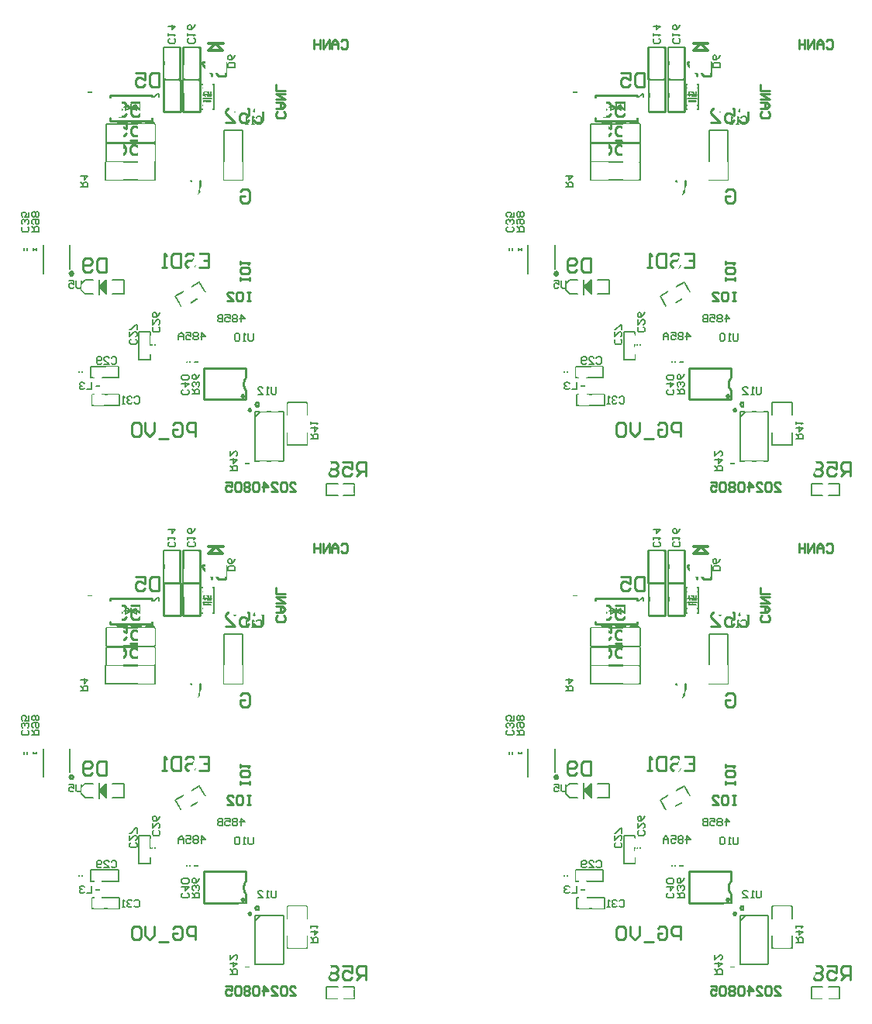
<source format=gbo>
*
%FSLAX26Y26*%
%MOIN*%
%ADD10C,0.010000*%
%ADD11C,0.011810*%
%ADD12C,0.005910*%
%ADD13C,0.005916*%
%ADD14C,0.007870*%
%ADD15C,0.006000*%
%ADD16R,0.010150X0.010150*%
%ADD17R,0.011960X0.011960*%
%ADD18R,0.043145X0.043145*%
%ADD19C,0.035266*%
%ADD20R,0.031645X0.031645*%
%ADD21R,0.056526X0.056526*%
%ADD22R,0.071485X0.071485*%
%ADD23R,0.082515X0.082515*%
%ADD24R,0.051015X0.051015*%
%ADD25R,0.039205X0.039205*%
%ADD26R,0.072665X0.072665*%
%ADD27C,0.031645*%
%ADD28R,0.074636X0.074636*%
%ADD29C,0.090385*%
%ADD30C,0.016535*%
%ADD31C,0.071855*%
%ADD32C,0.060911*%
%ADD33C,0.036415*%
%ADD34C,0.032911*%
%ADD35C,0.091535*%
%ADD36R,0.078501X0.078501*%
%ADD37C,0.106411*%
%ADD38C,0.048031*%
%ADD39C,0.109055*%
%ADD40R,0.041411X0.041411*%
%ADD41C,0.011661*%
%ADD42R,0.029911X0.029911*%
%ADD43R,0.033161X0.033161*%
%ADD44C,0.012161*%
%ADD45R,0.057161X0.057161*%
%ADD46R,0.023661X0.023661*%
%ADD47R,0.029411X0.029411*%
%ADD48R,0.054661X0.054661*%
%ADD49R,0.057661X0.057661*%
%ADD50R,0.080661X0.080661*%
%ADD51R,0.069411X0.069411*%
%ADD52R,0.072661X0.072661*%
%ADD53C,0.047244*%
%ADD54C,0.108268*%
%ADD55C,0.000020*%
%ADD56C,0.039371*%
%ADD57C,0.041339*%
%ADD58C,0.037402*%
%ADD59C,0.098426*%
%ADD60C,0.096457*%
%IPPOS*%
%LN4810009-2820242.gbo*%
%LPD*%
G75*
G54D10*
X1005990Y572570D02*
X1005505Y574719D01*
X1004143Y576451D01*
X1002169Y577429D01*
X999966Y577464D01*
X997962Y576548D01*
X996546Y574861D01*
X995993Y572728D01*
X996410Y570564D01*
X997717Y568791D01*
X999659Y567750D01*
X1001860Y567646D01*
X1003891Y568498D01*
X1005360Y570140D01*
X1005980Y572254D01*
X1005990Y572570D01*
X975990Y632570D02*
X975505Y634719D01*
X974143Y636451D01*
X972169Y637429D01*
X969966Y637464D01*
X967962Y636548D01*
X966546Y634861D01*
X965993Y632728D01*
X966410Y630564D01*
X967717Y628791D01*
X969659Y627750D01*
X971860Y627646D01*
X973891Y628498D01*
X975360Y630140D01*
X975980Y632254D01*
X975990Y632570D01*
X985990Y712570D02*
X981976Y707859D01*
X978760Y702572D01*
X976423Y696841D01*
X975025Y690812D01*
X974602Y684638D01*
X975163Y678474D01*
X976694Y672478D01*
X979158Y666800D01*
X982491Y661585D01*
X985990Y657570D01*
X240230Y1159970D02*
X239742Y1162550D01*
X238346Y1164775D01*
X236235Y1166336D01*
X233699Y1167019D01*
X231089Y1166730D01*
X228764Y1165507D01*
X227046Y1163521D01*
X226172Y1161044D01*
X226262Y1158420D01*
X227304Y1156009D01*
X229154Y1154145D01*
X231556Y1153084D01*
X234180Y1152974D01*
X236663Y1153829D01*
X238663Y1155531D01*
X239903Y1157846D01*
X240230Y1159970D01*
X1041030Y596950D02*
X1040542Y599679D01*
X1039137Y602069D01*
X1036991Y603825D01*
X1034369Y604726D01*
X1031598Y604663D01*
X1029020Y603643D01*
X1026956Y601792D01*
X1025662Y599340D01*
X1025298Y596591D01*
X1025910Y593887D01*
X1027422Y591563D01*
X1029646Y589908D01*
X1032306Y589126D01*
X1035072Y589316D01*
X1037601Y590453D01*
X1039578Y592396D01*
X1040759Y594904D01*
X1041030Y596950D01*
X400790Y1926760D02*
X581890D01*
X400790Y1816520D02*
X581890D01*
X400790D02*
Y1827110D01*
Y1916170D02*
Y1926760D01*
X581890Y1816520D02*
Y1827110D01*
Y1916170D02*
Y1926760D01*
X805990Y752570D02*
X985990D01*
X805990Y617570D02*
Y752570D01*
Y617570D02*
X985990D01*
Y657570D01*
Y712570D02*
Y752570D01*
X786380Y1906190D02*
Y1992800D01*
X715520Y1855010D02*
Y1906190D01*
Y1992800D01*
X786380D01*
Y1855010D02*
Y1906190D01*
X715520Y1855010D02*
X786380D01*
X703230Y1906190D02*
Y1992800D01*
X632370Y1855010D02*
Y1906190D01*
Y1992800D01*
X703230D01*
Y1855010D02*
Y1906190D01*
X632370Y1855010D02*
X703230D01*
X715520Y1994810D02*
Y2081430D01*
X786380D02*
Y2132610D01*
Y1994810D02*
Y2081430D01*
X715520Y1994810D02*
X786380D01*
X715520Y2081430D02*
Y2132610D01*
X786380D01*
X630520Y1994810D02*
Y2081430D01*
X701380D02*
Y2132610D01*
Y1994810D02*
Y2081430D01*
X630520Y1994810D02*
X701380D01*
X630520Y2081430D02*
Y2132610D01*
X701380D01*
X610950Y2021290D02*
Y1961310D01*
X580960D01*
X570960Y1971310D01*
Y2011290D01*
X580960Y2021290D01*
X610950D01*
X510980D02*
X550970D01*
Y1991300D01*
X530970Y2001300D01*
X520980D01*
X510980Y1991300D01*
Y1971310D01*
X520980Y1961310D01*
X540970D01*
X550970Y1971310D01*
X1173060Y220990D02*
X1199300D01*
X1173060Y247230D01*
Y253790D01*
X1179620Y260350D01*
X1192740D01*
X1199300Y253790D01*
X1159940D02*
X1153380Y260350D01*
X1140260D01*
X1133700Y253790D01*
Y227550D01*
X1140260Y220990D01*
X1153380D01*
X1159940Y227550D01*
Y253790D01*
X1094340Y220990D02*
X1120580D01*
X1094340Y247230D01*
Y253790D01*
X1100900Y260350D01*
X1114020D01*
X1120580Y253790D01*
X1061550Y220990D02*
Y260350D01*
X1081220Y240670D01*
X1054990D01*
X1041870Y253790D02*
X1035310Y260350D01*
X1022190D01*
X1015630Y253790D01*
Y227550D01*
X1022190Y220990D01*
X1035310D01*
X1041870Y227550D01*
Y253790D01*
X1002510D02*
X995950Y260350D01*
X982830D01*
X976270Y253790D01*
Y247230D01*
X982830Y240670D01*
X976270Y234110D01*
Y227550D01*
X982830Y220990D01*
X995950D01*
X1002510Y227550D01*
Y234110D01*
X995950Y240670D01*
X1002510Y247230D01*
Y253790D01*
X995950Y240670D02*
X982830D01*
X963150Y253790D02*
X956590Y260350D01*
X943470D01*
X936910Y253790D01*
Y227550D01*
X943470Y220990D01*
X956590D01*
X963150Y227550D01*
Y253790D01*
X897560Y260350D02*
X923790D01*
Y240670D01*
X910670Y247230D01*
X904120D01*
X897560Y240670D01*
Y227550D01*
X904120Y220990D01*
X917240D01*
X923790Y227550D01*
X769180Y459180D02*
Y518220D01*
X739660D01*
X729820Y508380D01*
Y488700D01*
X739660Y478860D01*
X769180D01*
X670780Y508380D02*
X680620Y518220D01*
X700300D01*
X710140Y508380D01*
Y469020D01*
X700300Y459180D01*
X680620D01*
X670780Y469020D01*
Y488700D01*
X690460D01*
X651110Y449340D02*
X611750D01*
X592070Y518220D02*
Y478860D01*
X572390Y459180D01*
X552710Y478860D01*
Y518220D01*
X533030Y508380D02*
X523190Y518220D01*
X503520D01*
X493680Y508380D01*
Y469020D01*
X503520Y459180D01*
X523190D01*
X533030Y469020D01*
Y508380D01*
X1146460Y1854510D02*
X1153020Y1847950D01*
Y1834840D01*
X1146460Y1828280D01*
X1120230D01*
X1113670Y1834840D01*
Y1847950D01*
X1120230Y1854510D01*
X1113670Y1867630D02*
X1139900D01*
X1153020Y1880750D01*
X1139900Y1893870D01*
X1113670D01*
X1133350D01*
Y1867630D01*
X1113670Y1906990D02*
X1153020D01*
X1113670Y1933230D01*
X1153020D01*
Y1946350D02*
X1113670D01*
Y1972590D01*
X1395500Y2157930D02*
X1402060Y2164490D01*
X1415180D01*
X1421740Y2157930D01*
Y2131690D01*
X1415180Y2125130D01*
X1402060D01*
X1395500Y2131690D01*
X1382380Y2125130D02*
Y2151370D01*
X1369260Y2164490D01*
X1356140Y2151370D01*
Y2125130D01*
Y2144810D01*
X1382380D01*
X1343020Y2125130D02*
Y2164490D01*
X1316780Y2125130D01*
Y2164490D01*
X1303670D02*
Y2125130D01*
Y2144810D01*
X1277430D01*
Y2164490D01*
Y2125130D01*
X1004410Y1080230D02*
X991290D01*
X997850D01*
Y1040870D01*
X1004410D01*
X991290D01*
X951940Y1080230D02*
X965060D01*
X971620Y1073670D01*
Y1047430D01*
X965060Y1040870D01*
X951940D01*
X945380Y1047430D01*
Y1073670D01*
X951940Y1080230D01*
X906020Y1040870D02*
X932260D01*
X906020Y1067110D01*
Y1073670D01*
X912580Y1080230D01*
X925700D01*
X932260Y1073670D01*
X1001450Y1127490D02*
Y1140610D01*
Y1134050D01*
X962090D01*
Y1127490D01*
Y1140610D01*
X1001450Y1179970D02*
Y1166850D01*
X994890Y1160290D01*
X968650D01*
X962090Y1166850D01*
Y1179970D01*
X968650Y1186520D01*
X994890D01*
X1001450Y1179970D01*
X962090Y1199640D02*
Y1212760D01*
Y1206200D01*
X1001450D01*
X994890Y1199640D01*
X962460Y1511130D02*
X972460Y1521130D01*
X992450D01*
X1002450Y1511130D01*
Y1471150D01*
X992450Y1461150D01*
X972460D01*
X962460Y1471150D01*
Y1491140D01*
X982450D01*
X747520Y1559500D02*
Y1519510D01*
X767520Y1499520D01*
X787510Y1519510D01*
Y1559500D01*
X383950Y1226290D02*
Y1166310D01*
X353960D01*
X343960Y1176310D01*
Y1216290D01*
X353960Y1226290D01*
X383950D01*
X323970Y1176310D02*
X313970Y1166310D01*
X293980D01*
X283980Y1176310D01*
Y1216290D01*
X293980Y1226290D01*
X313970D01*
X323970Y1216290D01*
Y1206300D01*
X313970Y1196300D01*
X283980D01*
X897950Y2069290D02*
Y2009310D01*
X867960D01*
X857960Y2019300D01*
Y2059290D01*
X867960Y2069290D01*
X897950D01*
X837970D02*
X797980D01*
Y2059290D01*
X837970Y2019300D01*
Y2009310D01*
X1499950Y287310D02*
Y347290D01*
X1469960D01*
X1459960Y337290D01*
Y317300D01*
X1469960Y307300D01*
X1499950D01*
X1479960D02*
X1459960Y287310D01*
X1399980Y347290D02*
X1439970D01*
Y317300D01*
X1419980Y327300D01*
X1409980D01*
X1399980Y317300D01*
Y297300D01*
X1409980Y287310D01*
X1429970D01*
X1439970Y297300D01*
X1379990Y337290D02*
X1369990Y347290D01*
X1350000D01*
X1340000Y337290D01*
Y327300D01*
X1350000Y317300D01*
X1340000Y307300D01*
Y297300D01*
X1350000Y287310D01*
X1369990D01*
X1379990Y297300D01*
Y307300D01*
X1369990Y317300D01*
X1379990Y327300D01*
Y337290D01*
X1369990Y317300D02*
X1350000D01*
X548960Y1723290D02*
X558960Y1733290D01*
X578950D01*
X588950Y1723290D01*
Y1683310D01*
X578950Y1673310D01*
X558960D01*
X548960Y1683310D01*
X488980Y1733290D02*
X528970D01*
Y1703300D01*
X508970Y1713290D01*
X498980D01*
X488980Y1703300D01*
Y1683310D01*
X498980Y1673310D01*
X518970D01*
X528970Y1683310D01*
X429000Y1733290D02*
X448990Y1723290D01*
X468990Y1703300D01*
Y1683310D01*
X458990Y1673310D01*
X439000D01*
X429000Y1683310D01*
Y1693300D01*
X439000Y1703300D01*
X468990D01*
X549960Y1801290D02*
X559960Y1811290D01*
X579950D01*
X589950Y1801290D01*
Y1761300D01*
X579950Y1751310D01*
X559960D01*
X549960Y1761300D01*
X489980Y1811290D02*
X529970D01*
Y1781300D01*
X509980Y1791300D01*
X499980D01*
X489980Y1781300D01*
Y1761300D01*
X499980Y1751310D01*
X519970D01*
X529970Y1761300D01*
X430000Y1811290D02*
X469990D01*
Y1781300D01*
X449990Y1791300D01*
X440000D01*
X430000Y1781300D01*
Y1761300D01*
X440000Y1751310D01*
X459990D01*
X469990Y1761300D01*
X549960Y1886290D02*
X559960Y1896290D01*
X579950D01*
X589950Y1886290D01*
Y1846310D01*
X579950Y1836310D01*
X559960D01*
X549960Y1846310D01*
X489980Y1896290D02*
X529970D01*
Y1866300D01*
X509980Y1876290D01*
X499980D01*
X489980Y1866300D01*
Y1846310D01*
X499980Y1836310D01*
X519970D01*
X529970Y1846310D01*
X469990Y1886290D02*
X459990Y1896290D01*
X440000D01*
X430000Y1886290D01*
Y1876290D01*
X440000Y1866300D01*
X449990D01*
X440000D01*
X430000Y1856300D01*
Y1846310D01*
X440000Y1836310D01*
X459990D01*
X469990Y1846310D01*
X1017960Y1858290D02*
X1027960Y1868290D01*
X1047950D01*
X1057950Y1858290D01*
Y1818310D01*
X1047950Y1808310D01*
X1027960D01*
X1017960Y1818310D01*
X957980Y1868290D02*
X997970D01*
Y1838300D01*
X977980Y1848290D01*
X967980D01*
X957980Y1838300D01*
Y1818310D01*
X967980Y1808310D01*
X987970D01*
X997970Y1818310D01*
X898000Y1808310D02*
X937990D01*
X898000Y1848290D01*
Y1858290D01*
X908000Y1868290D01*
X927990D01*
X937990Y1858290D01*
X785960Y1246290D02*
X825950D01*
Y1186310D01*
X785960D01*
X825950Y1216300D02*
X805960D01*
X725980Y1236290D02*
X735980Y1246290D01*
X755970D01*
X765970Y1236290D01*
Y1226290D01*
X755970Y1216300D01*
X735980D01*
X725980Y1206300D01*
Y1196310D01*
X735980Y1186310D01*
X755970D01*
X765970Y1196310D01*
X705990Y1246290D02*
Y1186310D01*
X676000D01*
X666000Y1196310D01*
Y1236290D01*
X676000Y1246290D01*
X705990D01*
X646010Y1186310D02*
X626010D01*
X636010D01*
Y1246290D01*
X646010Y1236290D01*
G54D11*
X854520Y2147420D02*
Y2149300D01*
X826130Y2119030D02*
X854520Y2147420D01*
X826130Y2119030D02*
X884790D01*
X854520Y2149300D02*
X884790Y2119030D01*
X824800Y2149300D02*
X887020D01*
G54D12*
X1452756Y205175D02*
Y256495D01*
X1332194Y205175D02*
Y256495D01*
X1404535Y205175D02*
X1452756D01*
X1404535Y256495D02*
X1452756D01*
X1332194Y205175D02*
X1380425D01*
X1332194Y256495D02*
X1380425D01*
X441910Y593040D02*
Y640280D01*
X323800Y593040D02*
Y640280D01*
X394670Y593040D02*
X441910D01*
X394670Y640280D02*
X441910D01*
X323800Y593040D02*
X394670D01*
X323800Y640280D02*
X394670D01*
X526070Y788910D02*
X573310D01*
X526070Y907020D02*
X573310D01*
X526070Y788910D02*
Y836150D01*
X573310D02*
Y788910D01*
X526070Y907020D02*
Y836150D01*
X573310Y907020D02*
Y836150D01*
X318390Y759380D02*
X389260D01*
X318390Y712140D02*
X389260D01*
Y759380D02*
X436500D01*
X389260Y712140D02*
X436500D01*
X318390D02*
Y759380D01*
X436500Y712140D02*
Y759380D01*
X1115630Y671770D02*
Y645530D01*
X1110390Y640280D01*
X1099890D01*
X1094640Y645530D01*
Y671770D01*
X1084150Y640280D02*
X1073650D01*
X1078900D01*
Y671770D01*
X1084150Y666520D01*
X1036920Y640280D02*
X1057910D01*
X1036920Y661280D01*
Y666520D01*
X1042170Y671770D01*
X1052660D01*
X1057910Y666520D01*
X1016220Y901100D02*
Y874860D01*
X1010980Y869620D01*
X1000480D01*
X995230Y874860D01*
Y901100D01*
X984740Y869620D02*
X974240D01*
X979490D01*
Y901100D01*
X984740Y895850D01*
X958500D02*
X953250Y901100D01*
X942760D01*
X937510Y895850D01*
Y874860D01*
X942760Y869620D01*
X953250D01*
X958500Y874860D01*
Y895850D01*
X277050Y1127480D02*
Y1101240D01*
X271800Y1095990D01*
X261310D01*
X256060Y1101240D01*
Y1127480D01*
X224580D02*
X245570D01*
Y1111740D01*
X235070Y1116980D01*
X229820D01*
X224580Y1111740D01*
Y1101240D01*
X229820Y1095990D01*
X240320D01*
X245570Y1101240D01*
X64450Y1340090D02*
X95940D01*
Y1355830D01*
X90690Y1361080D01*
X80200D01*
X74950Y1355830D01*
Y1340090D01*
Y1350580D02*
X64450Y1361080D01*
X69700Y1371570D02*
X64450Y1376820D01*
Y1387320D01*
X69700Y1392560D01*
X90690D01*
X95940Y1387320D01*
Y1376820D01*
X90690Y1371570D01*
X85440D01*
X80200Y1376820D01*
Y1392560D01*
X90690Y1403060D02*
X95940Y1408310D01*
Y1418800D01*
X90690Y1424050D01*
X85440D01*
X80200Y1418800D01*
X74950Y1424050D01*
X69700D01*
X64450Y1418800D01*
Y1408310D01*
X69700Y1403060D01*
X74950D01*
X80200Y1408310D01*
X85440Y1403060D01*
X90690D01*
X80200Y1408310D02*
Y1418800D01*
X916820Y311540D02*
X948300D01*
Y327290D01*
X943050Y332530D01*
X932560D01*
X927310Y327290D01*
Y311540D01*
Y322040D02*
X916820Y332530D01*
Y358770D02*
X948300D01*
X932560Y343030D01*
Y364020D01*
X916820Y395510D02*
Y374520D01*
X937810Y395510D01*
X943050D01*
X948300Y390260D01*
Y379760D01*
X943050Y374520D01*
X1264260Y448350D02*
X1295740D01*
Y464100D01*
X1290500Y469350D01*
X1280000D01*
X1274750Y464100D01*
Y448350D01*
Y458850D02*
X1264260Y469350D01*
Y495580D02*
X1295740D01*
X1280000Y479840D01*
Y500830D01*
X1264260Y511330D02*
Y521820D01*
Y516570D01*
X1295740D01*
X1290500Y511330D01*
X754410Y640750D02*
X785900D01*
Y656490D01*
X780650Y661740D01*
X770160D01*
X764910Y656490D01*
Y640750D01*
Y651240D02*
X754410Y661740D01*
X780650Y672230D02*
X785900Y677480D01*
Y687980D01*
X780650Y693220D01*
X775400D01*
X770160Y687980D01*
Y682730D01*
Y687980D01*
X764910Y693220D01*
X759660D01*
X754410Y687980D01*
Y677480D01*
X759660Y672230D01*
X785900Y724710D02*
X780650Y714210D01*
X770160Y703720D01*
X759660D01*
X754410Y708970D01*
Y719460D01*
X759660Y724710D01*
X764910D01*
X770160Y719460D01*
Y703720D01*
X274330Y1530810D02*
X305820D01*
Y1546560D01*
X300570Y1551800D01*
X290070D01*
X284830Y1546560D01*
Y1530810D01*
Y1541310D02*
X274330Y1551800D01*
Y1578040D02*
X305820D01*
X290070Y1562300D01*
Y1583290D01*
X322330Y691820D02*
Y660330D01*
X301340D01*
X290840Y686570D02*
X285590Y691820D01*
X275100D01*
X269850Y686570D01*
Y681320D01*
X275100Y676070D01*
X280350D01*
X275100D01*
X269850Y670830D01*
Y665580D01*
X275100Y660330D01*
X285590D01*
X290840Y665580D01*
X939440Y2045800D02*
X907960D01*
Y2061540D01*
X913200Y2066790D01*
X934200D01*
X939440Y2061540D01*
Y2045800D01*
Y2098270D02*
X934200Y2087780D01*
X923700Y2077280D01*
X913200D01*
X907960Y2082530D01*
Y2093020D01*
X913200Y2098270D01*
X918450D01*
X923700Y2093020D01*
Y2077280D01*
X735380Y660290D02*
X740620Y655040D01*
Y644550D01*
X735380Y639300D01*
X714390D01*
X709140Y644550D01*
Y655040D01*
X714390Y660290D01*
X709140Y686530D02*
X740620D01*
X724880Y670790D01*
Y691780D01*
X735380Y702270D02*
X740620Y707520D01*
Y718020D01*
X735380Y723260D01*
X714390D01*
X709140Y718020D01*
Y707520D01*
X714390Y702270D01*
X735380D01*
X46400Y1360090D02*
X51650Y1354850D01*
Y1344350D01*
X46400Y1339100D01*
X25410D01*
X20160Y1344350D01*
Y1354850D01*
X25410Y1360090D01*
X46400Y1370590D02*
X51650Y1375840D01*
Y1386330D01*
X46400Y1391580D01*
X41150D01*
X35910Y1386330D01*
Y1381080D01*
Y1386330D01*
X30660Y1391580D01*
X25410D01*
X20160Y1386330D01*
Y1375840D01*
X25410Y1370590D01*
X51650Y1423070D02*
Y1402080D01*
X35910D01*
X41150Y1412570D01*
Y1417820D01*
X35910Y1423070D01*
X25410D01*
X20160Y1417820D01*
Y1407320D01*
X25410Y1402080D01*
X506060Y625680D02*
X511310Y630920D01*
X521800D01*
X527050Y625680D01*
Y604690D01*
X521800Y599440D01*
X511310D01*
X506060Y604690D01*
X495570Y625680D02*
X490320Y630920D01*
X479820D01*
X474570Y625680D01*
Y620430D01*
X479820Y615180D01*
X485070D01*
X479820D01*
X474570Y609930D01*
Y604690D01*
X479820Y599440D01*
X490320D01*
X495570Y604690D01*
X464080Y599440D02*
X453590D01*
X458830D01*
Y630920D01*
X464080Y625680D01*
X406920Y795460D02*
X412170Y800710D01*
X422670D01*
X427920Y795460D01*
Y774470D01*
X422670Y769220D01*
X412170D01*
X406920Y774470D01*
X375440Y769220D02*
X396430D01*
X375440Y790210D01*
Y795460D01*
X380690Y800710D01*
X391180D01*
X396430Y795460D01*
X364940Y774470D02*
X359700Y769220D01*
X349200D01*
X343950Y774470D01*
Y795460D01*
X349200Y800710D01*
X359700D01*
X364940Y795460D01*
Y790210D01*
X359700Y784960D01*
X343950D01*
X510970Y876830D02*
X516210Y871580D01*
Y861080D01*
X510970Y855840D01*
X489980D01*
X484730Y861080D01*
Y871580D01*
X489980Y876830D01*
X484730Y908310D02*
Y887320D01*
X505720Y908310D01*
X510970D01*
X516210Y903060D01*
Y892570D01*
X510970Y887320D01*
X516210Y918810D02*
Y939800D01*
X510970D01*
X489980Y918810D01*
X484730D01*
X610380Y928990D02*
X615620Y923740D01*
Y913250D01*
X610380Y908000D01*
X589390D01*
X584140Y913250D01*
Y923740D01*
X589390Y928990D01*
X584140Y960480D02*
Y939490D01*
X605130Y960480D01*
X610380D01*
X615620Y955230D01*
Y944730D01*
X610380Y939490D01*
X615620Y991960D02*
X610380Y981470D01*
X599880Y970970D01*
X589390D01*
X584140Y976220D01*
Y986720D01*
X589390Y991960D01*
X594630D01*
X599880Y986720D01*
Y970970D01*
X604470Y1873870D02*
X609720Y1868630D01*
Y1858130D01*
X604470Y1852880D01*
X583480D01*
X578230Y1858130D01*
Y1868630D01*
X583480Y1873870D01*
X578230Y1884370D02*
Y1894860D01*
Y1889620D01*
X609720D01*
X604470Y1884370D01*
X609720Y1910610D02*
Y1931600D01*
X604470D01*
X583480Y1910610D01*
X578230D01*
X761950Y2171120D02*
X767200Y2165870D01*
Y2155370D01*
X761950Y2150130D01*
X740960D01*
X735710Y2155370D01*
Y2165870D01*
X740960Y2171120D01*
X735710Y2181610D02*
Y2192110D01*
Y2186860D01*
X767200D01*
X761950Y2181610D01*
X767200Y2228840D02*
X761950Y2218350D01*
X751460Y2207850D01*
X740960D01*
X735710Y2213100D01*
Y2223590D01*
X740960Y2228840D01*
X746210D01*
X751460Y2223590D01*
Y2207850D01*
X830850Y1884700D02*
X836100Y1879450D01*
Y1868960D01*
X830850Y1863710D01*
X809860D01*
X804610Y1868960D01*
Y1879450D01*
X809860Y1884700D01*
X804610Y1895200D02*
Y1905690D01*
Y1900440D01*
X836100D01*
X830850Y1895200D01*
X836100Y1942420D02*
Y1921430D01*
X820350D01*
X825600Y1931930D01*
Y1937180D01*
X820350Y1942420D01*
X809860D01*
X804610Y1937180D01*
Y1926680D01*
X809860Y1921430D01*
X677310Y2170290D02*
X682550Y2165040D01*
Y2154550D01*
X677310Y2149300D01*
X656310D01*
X651070Y2154550D01*
Y2165040D01*
X656310Y2170290D01*
X651070Y2180790D02*
Y2191280D01*
Y2186030D01*
X682550D01*
X677310Y2180790D01*
X651070Y2222770D02*
X682550D01*
X666810Y2207020D01*
Y2228010D01*
X1030670Y1829500D02*
X1035920Y1834740D01*
X1046410D01*
X1051660Y1829500D01*
Y1808510D01*
X1046410Y1803260D01*
X1035920D01*
X1030670Y1808510D01*
X1020170Y1803260D02*
X1009680D01*
X1014920D01*
Y1834740D01*
X1020170Y1829500D01*
X993930Y1803260D02*
X983440D01*
X988690D01*
Y1834740D01*
X993930Y1829500D01*
G54D13*
X491260Y1873570D02*
X513780Y1861800D01*
X491260Y1858570D02*
Y1873570D01*
X468110Y1862190D02*
X491260Y1873570D01*
Y1888570D01*
Y1873570D02*
X512600Y1885420D01*
X470470Y1885810D02*
X491260Y1873570D01*
X468110Y1862190D02*
Y1885810D01*
X513780Y1861800D02*
Y1885420D01*
X461420Y1874000D02*
X520080D01*
G54D14*
X799980Y1928830D02*
X839350D01*
X799980Y1957370D02*
X819670Y1937690D01*
X839350Y1957370D01*
X799980D02*
X839350D01*
X792520Y1864850D02*
X846820D01*
X846410Y1973120D02*
X847230D01*
X846410D03*
X792110D02*
X846410D01*
X792110Y1864850D02*
Y1973120D01*
X847230D02*
Y1864850D01*
X819670Y1903240D02*
X839350Y1883550D01*
X799980D02*
X819670Y1903240D01*
X799980Y1883550D02*
X839350D01*
X799980Y1912090D02*
X839350D01*
X382520Y1639350D02*
Y1560610D01*
X595120Y1639350D02*
Y1560610D01*
X458820Y1639350D02*
X595120D01*
X382520D02*
X458820D01*
Y1560610D02*
X595120D01*
X382520D02*
X458820D01*
X383350Y1717410D02*
Y1638670D01*
X595940Y1717410D02*
Y1638670D01*
X459640Y1717410D02*
X595940D01*
X383350D02*
X459640D01*
Y1638670D02*
X595940D01*
X383350D02*
X459640D01*
X383350Y1802130D02*
Y1723390D01*
X595940Y1802130D02*
Y1723390D01*
X459640Y1802130D02*
X595940D01*
X383350D02*
X459640D01*
Y1723390D02*
X595940D01*
X383350D02*
X459640D01*
X892050Y1773990D02*
X970790D01*
X892050Y1561390D02*
X970790D01*
Y1697690D02*
Y1561390D01*
Y1697690D02*
Y1773990D01*
X892050Y1561390D02*
Y1697690D01*
Y1773990D02*
Y1697690D01*
X228150Y1179970D02*
Y1282020D01*
X113150Y1159970D02*
Y1282020D01*
X1025280Y352860D02*
X1143390D01*
X1025280Y565460D02*
X1147330D01*
X1025280Y352860D02*
Y565460D01*
X1147330Y356790D02*
Y565460D01*
X1143390Y352860D02*
X1147330Y356790D01*
X1048900Y565460D03*
X1025280Y541830D02*
X1048900Y565460D01*
X964070Y950320D02*
Y981810D01*
X979810Y966070D01*
X958820D01*
X948320Y976560D02*
X943070Y981810D01*
X932580D01*
X927330Y976560D01*
Y971310D01*
X932580Y966070D01*
X927330Y960820D01*
Y955570D01*
X932580Y950320D01*
X943070D01*
X948320Y955570D01*
Y960820D01*
X943070Y966070D01*
X948320Y971310D01*
Y976560D01*
X943070Y966070D02*
X932580D01*
X895850Y981810D02*
X916840D01*
Y966070D01*
X906340Y971310D01*
X901090D01*
X895850Y966070D01*
Y955570D01*
X901090Y950320D01*
X911590D01*
X916840Y955570D01*
X885350Y981810D02*
Y950320D01*
X869610D01*
X864360Y955570D01*
Y960820D01*
X869610Y966070D01*
X885350D01*
X869610D01*
X864360Y971310D01*
Y976560D01*
X869610Y981810D01*
X885350D01*
X795760Y874540D02*
Y906020D01*
X811500Y890280D01*
X790510D01*
X780010Y900770D02*
X774770Y906020D01*
X764270D01*
X759020Y900770D01*
Y895530D01*
X764270Y890280D01*
X759020Y885030D01*
Y879780D01*
X764270Y874540D01*
X774770D01*
X780010Y879780D01*
Y885030D01*
X774770Y890280D01*
X780010Y895530D01*
Y900770D01*
X774770Y890280D02*
X764270D01*
X727540Y906020D02*
X748530D01*
Y890280D01*
X738030Y895530D01*
X732790D01*
X727540Y890280D01*
Y879780D01*
X732790Y874540D01*
X743280D01*
X748530Y879780D01*
X717040Y874540D02*
Y895530D01*
X706550Y906020D01*
X696050Y895530D01*
Y874540D01*
Y890280D01*
X717040D01*
G54D15*
X746470Y1032640D02*
X777530Y1050570D01*
X750270Y1100860D02*
X785450Y1121170D01*
X814040Y1071650D01*
X681370Y1061080D02*
X716540Y1081390D01*
X681370Y1061080D02*
X709960Y1011560D01*
X367110Y1094020D02*
X377300Y1104220D01*
X367110Y1094020D02*
X370130D01*
X377300Y1101200D01*
Y1111820D01*
X365310Y1099830D02*
X377300Y1111820D01*
X364320Y1099830D02*
X365310D01*
X364320D02*
X377300Y1086850D01*
Y1119820D02*
Y1086850D01*
X359940Y1102460D02*
X377300Y1119820D01*
X359940Y1102460D02*
X382570Y1079820D01*
Y1127320D02*
Y1079820D01*
X355170Y1101020D02*
X385570Y1070620D01*
Y1132320D02*
Y1070620D01*
X353570Y1100320D02*
X385570Y1132320D01*
X411670Y1131820D02*
X461170D01*
X411680Y1071820D02*
X461170D01*
Y1131820D01*
X353570Y1068720D02*
Y1133520D01*
X277170Y1087820D02*
X293170Y1071820D01*
X326670D01*
X293170Y1131820D02*
X326670D01*
X277170Y1115820D02*
X293170Y1131820D01*
X277170Y1115820D02*
Y1087820D01*
X281480Y728870D02*
Y740680D01*
X267700Y728870D02*
Y740680D01*
X1248670Y422480D02*
Y476020D01*
X1163700Y422480D02*
X1248670D01*
X1163700D02*
Y476020D01*
X1248670Y550910D02*
Y604450D01*
X1163700D02*
X1248670D01*
X1163700Y550910D02*
Y604450D01*
X594960Y858790D02*
Y846980D01*
X581180D02*
X581190Y858790D01*
X45750Y1256300D02*
Y1268120D01*
X31970Y1256300D02*
Y1268120D01*
X744570Y772170D02*
Y783990D01*
X730790Y772170D02*
Y783990D01*
G54D16*
X343155Y674750D02*
X352685D01*
X986735Y342540D02*
X996265D01*
X310675Y1938490D02*
X320205D01*
X767625Y778060D02*
X777155D01*
G54D17*
X74450Y1261660D02*
X82170D01*
%LPC*%
G75*
X82170Y1261660D02*
G54D18*
X549690Y813320D02*
Y819620D01*
X411210Y616660D02*
X417510D01*
X405790Y735760D02*
X412090D01*
G54D19*
X170750Y1220990D03*
X138270Y1221980D03*
G54D20*
X274590Y754030D02*
Y758830D01*
X588070Y828830D02*
Y833630D01*
X737680Y754030D02*
Y758830D01*
G54D21*
X748390Y1886510D02*
X753510D01*
X665240D02*
X670360D01*
X748390Y2101110D02*
X753510D01*
X663390D02*
X668510D01*
G54D22*
X929845Y1734620D02*
X932995D01*
G54D23*
X400795Y1871640D02*
X408665D01*
G36*
X695826Y1117011D02*
X729781Y1136613D01*
X760214Y1083909D01*
X726259Y1064307D01*
X695826Y1117011D01*
G37*
G54D24*
X434130Y1101820D03*
G54D25*
X819670Y1876660D03*
G54D22*
X421890Y1598405D02*
Y1601555D01*
X422720Y1676465D02*
Y1679615D01*
Y1761185D02*
Y1764335D01*
G54D19*
X820990Y550915D02*
Y594225D01*
G54D26*
X153035Y1220990D02*
X186505D01*
G54D27*
X38860Y1281890D03*
G54D28*
X846935Y2059580D02*
X862685D01*
X1063470Y1894216D02*
Y1937524D01*
G54D29*
X713365Y1512380D02*
X733055D01*
G54D19*
X915570Y1605550D03*
X742190Y1534000D03*
X708650D03*
X742190Y1501480D03*
X708650D03*
G54D25*
X819670Y1961310D03*
G36*
X687324Y952683D02*
G02X766998Y999013I39766J23287D01*
G01X776696Y982217D01*
G02X697032Y935869I-39766J-23287D01*
G01X687324Y952683D01*
G37*
G36*
X701594Y1030443D02*
X737082Y1050936D01*
X768406Y996697D01*
X732918Y976204D01*
X701594Y1030443D01*
G37*
G36*
X766374Y1067843D02*
X801863Y1088336D01*
X833186Y1034097D01*
X797698Y1013604D01*
X766374Y1067843D01*
G37*
G36*
X791665Y1008399D02*
G02X866545Y1062144I36823J27732D01*
G01X877542Y1046438D01*
G02X801735Y994016I-37761J-26417D01*
G01X791665Y1008399D01*
G37*
G54D30*
X422440Y1279530D02*
X422933Y1266309D01*
X424410Y1253161D01*
X426863Y1240160D01*
X430277Y1227378D01*
X434635Y1214885D01*
X439911Y1202752D01*
X446076Y1191046D01*
X453097Y1179832D01*
X460934Y1169172D01*
X469543Y1159126D01*
X478876Y1149749D01*
X488883Y1141094D01*
X499507Y1133208D01*
X510688Y1126136D01*
X522366Y1119916D01*
X534474Y1114584D01*
X546946Y1110170D01*
X559713Y1106696D01*
X572702Y1104184D01*
X585843Y1102646D01*
X599062Y1102092D01*
X612286Y1102524D01*
X625440Y1103941D01*
X638452Y1106333D01*
X651250Y1109689D01*
X663762Y1113988D01*
X675919Y1119209D01*
X687654Y1125320D01*
X698900Y1132289D01*
X709596Y1140076D01*
X719682Y1148639D01*
X729102Y1157929D01*
X737803Y1167896D01*
X745738Y1178483D01*
X752861Y1189632D01*
X759135Y1201281D01*
X764522Y1213364D01*
X768995Y1225816D01*
X772527Y1238566D01*
X775099Y1251544D01*
X776697Y1264678D01*
X777313Y1277894D01*
X777320Y1279530D01*
X776827Y1292751D01*
X775350Y1305899D01*
X772897Y1318900D01*
X769483Y1331682D01*
X765125Y1344175D01*
X759849Y1356308D01*
X753684Y1368014D01*
X746663Y1379228D01*
X738827Y1389888D01*
X730218Y1399934D01*
X720884Y1409311D01*
X710877Y1417966D01*
X700254Y1425852D01*
X689072Y1432924D01*
X677394Y1439144D01*
X665286Y1444476D01*
X652814Y1448890D01*
X640048Y1452364D01*
X627058Y1454876D01*
X613917Y1456414D01*
X600698Y1456968D01*
X587475Y1456536D01*
X574320Y1455119D01*
X561308Y1452727D01*
X548510Y1449371D01*
X535998Y1445072D01*
X523841Y1439851D01*
X512106Y1433740D01*
X500860Y1426771D01*
X490164Y1418984D01*
X480078Y1410421D01*
X470658Y1401131D01*
X461957Y1391164D01*
X454022Y1380577D01*
X446899Y1369428D01*
X440626Y1357779D01*
X435238Y1345696D01*
X430765Y1333244D01*
X427233Y1320494D01*
X424661Y1307516D01*
X423063Y1294382D01*
X422448Y1281166D01*
X422440Y1279530D01*
X876260Y1712600D02*
X875767Y1723835D01*
X874291Y1734984D01*
X871844Y1745961D01*
X868445Y1756681D01*
X864120Y1767062D01*
X858901Y1777025D01*
X852830Y1786491D01*
X845953Y1795389D01*
X838322Y1803651D01*
X829997Y1811212D01*
X821042Y1818015D01*
X811525Y1824006D01*
X801519Y1829141D01*
X791102Y1833380D01*
X780354Y1836689D01*
X769357Y1839044D01*
X758196Y1840426D01*
X746957Y1840825D01*
X735726Y1840238D01*
X724590Y1838669D01*
X713634Y1836131D01*
X702943Y1832642D01*
X692598Y1828230D01*
X682680Y1822928D01*
X673264Y1816778D01*
X664424Y1809826D01*
X656227Y1802127D01*
X648735Y1793739D01*
X642008Y1784727D01*
X636096Y1775160D01*
X631045Y1765112D01*
X626894Y1754660D01*
X623675Y1743884D01*
X621412Y1732868D01*
X620123Y1721696D01*
X619800Y1712600D01*
X620293Y1701365D01*
X621769Y1690216D01*
X624216Y1679239D01*
X627615Y1668519D01*
X631940Y1658138D01*
X637159Y1648175D01*
X643230Y1638709D01*
X650107Y1629811D01*
X657738Y1621549D01*
X666063Y1613988D01*
X675019Y1607185D01*
X684536Y1601194D01*
X694541Y1596059D01*
X704958Y1591820D01*
X715706Y1588511D01*
X726703Y1586156D01*
X737864Y1584774D01*
X749103Y1584375D01*
X760334Y1584962D01*
X771470Y1586531D01*
X782426Y1589069D01*
X793117Y1592558D01*
X803462Y1596970D01*
X813380Y1602272D01*
X822796Y1608422D01*
X831636Y1615374D01*
X839833Y1623073D01*
X847325Y1631461D01*
X854052Y1640473D01*
X859964Y1650040D01*
X865015Y1660088D01*
X869166Y1670540D01*
X872385Y1681316D01*
X874648Y1692332D01*
X875937Y1703504D01*
X876260Y1712600D01*
X619800D02*
X620293Y1701365D01*
X621769Y1690216D01*
X624216Y1679239D01*
X627615Y1668519D01*
X631940Y1658138D01*
X637159Y1648175D01*
X643230Y1638709D01*
X650107Y1629811D01*
X657738Y1621549D01*
X666063Y1613988D01*
X675019Y1607185D01*
X684536Y1601194D01*
X694541Y1596059D01*
X704958Y1591820D01*
X715706Y1588511D01*
X726703Y1586156D01*
X737864Y1584774D01*
X749103Y1584375D01*
X760334Y1584962D01*
X771470Y1586531D01*
X782426Y1589069D01*
X793117Y1592558D01*
X803462Y1596970D01*
X813380Y1602272D01*
X822796Y1608422D01*
X831636Y1615374D01*
X839833Y1623073D01*
X847325Y1631461D01*
X854052Y1640473D01*
X859964Y1650040D01*
X865015Y1660088D01*
X869166Y1670540D01*
X872385Y1681316D01*
X874648Y1692332D01*
X875937Y1703504D01*
X876260Y1712600D01*
X875767Y1723835D01*
X874291Y1734984D01*
X871844Y1745961D01*
X868445Y1756681D01*
X864120Y1767062D01*
X858901Y1777025D01*
X852830Y1786491D01*
X845953Y1795389D01*
X838322Y1803651D01*
X829997Y1811212D01*
X821042Y1818015D01*
X811525Y1824006D01*
X801519Y1829141D01*
X791102Y1833380D01*
X780354Y1836689D01*
X769357Y1839044D01*
X758196Y1840426D01*
X746957Y1840825D01*
X735726Y1840238D01*
X724590Y1838669D01*
X713634Y1836131D01*
X702943Y1832642D01*
X692598Y1828230D01*
X682680Y1822928D01*
X673264Y1816778D01*
X664424Y1809826D01*
X656227Y1802127D01*
X648735Y1793739D01*
X642008Y1784727D01*
X636096Y1775160D01*
X631045Y1765112D01*
X626894Y1754660D01*
X623675Y1743884D01*
X621412Y1732868D01*
X620123Y1721696D01*
X619800Y1712600D01*
X422440Y1279530D02*
X422933Y1266309D01*
X424410Y1253161D01*
X426863Y1240160D01*
X430277Y1227378D01*
X434635Y1214885D01*
X439911Y1202752D01*
X446076Y1191046D01*
X453097Y1179832D01*
X460934Y1169172D01*
X469543Y1159126D01*
X478876Y1149749D01*
X488883Y1141094D01*
X499507Y1133208D01*
X510688Y1126136D01*
X522366Y1119916D01*
X534474Y1114584D01*
X546946Y1110170D01*
X559713Y1106696D01*
X572702Y1104184D01*
X585843Y1102646D01*
X599062Y1102092D01*
X612286Y1102524D01*
X625440Y1103941D01*
X638452Y1106333D01*
X651250Y1109689D01*
X663762Y1113988D01*
X675919Y1119209D01*
X687654Y1125320D01*
X698900Y1132289D01*
X709596Y1140076D01*
X719682Y1148639D01*
X729102Y1157929D01*
X737803Y1167896D01*
X745738Y1178483D01*
X752861Y1189632D01*
X759135Y1201281D01*
X764522Y1213364D01*
X768995Y1225816D01*
X772527Y1238566D01*
X775099Y1251544D01*
X776697Y1264678D01*
X777313Y1277894D01*
X777320Y1279530D01*
X776827Y1292751D01*
X775350Y1305899D01*
X772897Y1318900D01*
X769483Y1331682D01*
X765125Y1344175D01*
X759849Y1356308D01*
X753684Y1368014D01*
X746663Y1379228D01*
X738827Y1389888D01*
X730218Y1399934D01*
X720884Y1409311D01*
X710877Y1417966D01*
X700254Y1425852D01*
X689072Y1432924D01*
X677394Y1439144D01*
X665286Y1444476D01*
X652814Y1448890D01*
X640048Y1452364D01*
X627058Y1454876D01*
X613917Y1456414D01*
X600698Y1456968D01*
X587475Y1456536D01*
X574320Y1455119D01*
X561308Y1452727D01*
X548510Y1449371D01*
X535998Y1445072D01*
X523841Y1439851D01*
X512106Y1433740D01*
X500860Y1426771D01*
X490164Y1418984D01*
X480078Y1410421D01*
X470658Y1401131D01*
X461957Y1391164D01*
X454022Y1380577D01*
X446899Y1369428D01*
X440626Y1357779D01*
X435238Y1345696D01*
X430765Y1333244D01*
X427233Y1320494D01*
X424661Y1307516D01*
X423063Y1294382D01*
X422448Y1281166D01*
X422440Y1279530D01*
X619800Y1712600D02*
X620293Y1701365D01*
X621769Y1690216D01*
X624216Y1679239D01*
X627615Y1668519D01*
X631940Y1658138D01*
X637159Y1648175D01*
X643230Y1638709D01*
X650107Y1629811D01*
X657738Y1621549D01*
X666063Y1613988D01*
X675019Y1607185D01*
X684536Y1601194D01*
X694541Y1596059D01*
X704958Y1591820D01*
X715706Y1588511D01*
X726703Y1586156D01*
X737864Y1584774D01*
X749103Y1584375D01*
X760334Y1584962D01*
X771470Y1586531D01*
X782426Y1589069D01*
X793117Y1592558D01*
X803462Y1596970D01*
X813380Y1602272D01*
X822796Y1608422D01*
X831636Y1615374D01*
X839833Y1623073D01*
X847325Y1631461D01*
X854052Y1640473D01*
X859964Y1650040D01*
X865015Y1660088D01*
X869166Y1670540D01*
X872385Y1681316D01*
X874648Y1692332D01*
X875937Y1703504D01*
X876260Y1712600D01*
X875767Y1723835D01*
X874291Y1734984D01*
X871844Y1745961D01*
X868445Y1756681D01*
X864120Y1767062D01*
X858901Y1777025D01*
X852830Y1786491D01*
X845953Y1795389D01*
X838322Y1803651D01*
X829997Y1811212D01*
X821042Y1818015D01*
X811525Y1824006D01*
X801519Y1829141D01*
X791102Y1833380D01*
X780354Y1836689D01*
X769357Y1839044D01*
X758196Y1840426D01*
X746957Y1840825D01*
X735726Y1840238D01*
X724590Y1838669D01*
X713634Y1836131D01*
X702943Y1832642D01*
X692598Y1828230D01*
X682680Y1822928D01*
X673264Y1816778D01*
X664424Y1809826D01*
X656227Y1802127D01*
X648735Y1793739D01*
X642008Y1784727D01*
X636096Y1775160D01*
X631045Y1765112D01*
X626894Y1754660D01*
X623675Y1743884D01*
X621412Y1732868D01*
X620123Y1721696D01*
X619800Y1712600D01*
X282250Y2015540D02*
X276112Y2014493D01*
X270215Y2012491D01*
X264708Y2009585D01*
X259728Y2005847D01*
X255400Y2001370D01*
X251832Y1996267D01*
X249113Y1990665D01*
X247311Y1984704D01*
X246472Y1978534D01*
X246410Y1976330D01*
Y1633610D01*
X203420Y1515500D01*
X39370D01*
X33163Y1515008D01*
X27110Y1513543D01*
X21365Y1511142D01*
X16070Y1507865D01*
X11358Y1503794D01*
X7346Y1499031D01*
X4136Y1493696D01*
X1807Y1487920D01*
X418Y1481850D01*
X0Y1476130D01*
Y1090550D01*
X492Y1084343D01*
X1957Y1078290D01*
X4358Y1072545D01*
X7635Y1067250D01*
X11706Y1062538D01*
X16469Y1058526D01*
X21804Y1055316D01*
X27580Y1052987D01*
X33650Y1051598D01*
X39370Y1051180D01*
X188970D01*
X248030Y948890D01*
Y582560D01*
X248522Y576352D01*
X249987Y570300D01*
X252388Y564554D01*
X255664Y559259D01*
X259735Y554546D01*
X264497Y550535D01*
X269833Y547324D01*
X275608Y544995D01*
X281678Y543605D01*
X283610Y543370D01*
X297424Y541538D01*
X311073Y538734D01*
X324490Y534971D01*
X337607Y530268D01*
X350358Y524649D01*
X362680Y518142D01*
X374511Y510779D01*
X385790Y502598D01*
X396463Y493639D01*
X406475Y483947D01*
X415777Y473571D01*
X424320Y462563D01*
X432064Y450978D01*
X438969Y438875D01*
X444999Y426313D01*
X450126Y413356D01*
X454323Y400068D01*
X457570Y386517D01*
X459850Y372770D01*
X461151Y358897D01*
X461467Y344966D01*
X460797Y331047D01*
X460430Y327130D01*
X459810Y316355D01*
X460175Y305568D01*
X461524Y294860D01*
X463845Y284319D01*
X467118Y274035D01*
X471317Y264092D01*
X476405Y254574D01*
X482341Y245560D01*
X489075Y237125D01*
X496551Y229341D01*
X504707Y222272D01*
X513474Y215976D01*
X522778Y210507D01*
X532544Y205911D01*
X542688Y202224D01*
X553126Y199480D01*
X563771Y197699D01*
X574534Y196898D01*
X577910Y196850D01*
X1770090D01*
Y224400D01*
X2085470D01*
Y363420D01*
X2055438Y360727D01*
X2025334Y359019D01*
X1995190Y358297D01*
X1965039Y358561D01*
X1934912Y359812D01*
X1904842Y362049D01*
X1874862Y365268D01*
X1845003Y369466D01*
X1815298Y374640D01*
X1785778Y380783D01*
X1756474Y387888D01*
X1727419Y395949D01*
X1698643Y404956D01*
X1670178Y414900D01*
X1642053Y425770D01*
X1614299Y437555D01*
X1586945Y450242D01*
X1560021Y463817D01*
X1533556Y478266D01*
X1507578Y493573D01*
X1482114Y509722D01*
X1457193Y526696D01*
X1432841Y544476D01*
X1409083Y563044D01*
X1385946Y582379D01*
X1363454Y602461D01*
X1341631Y623268D01*
X1320501Y644779D01*
X1300086Y666969D01*
X1280408Y689815D01*
X1261489Y713294D01*
X1243347Y737378D01*
X1226004Y762044D01*
X1209477Y787264D01*
X1193785Y813011D01*
X1178943Y839258D01*
X1164968Y865976D01*
X1151875Y893138D01*
X1139678Y920713D01*
X1128390Y948673D01*
X1118023Y976988D01*
X1108588Y1005626D01*
X1100095Y1034558D01*
X1092554Y1063752D01*
X1085972Y1093177D01*
X1080356Y1122802D01*
X1075713Y1152595D01*
X1072048Y1182524D01*
X1069363Y1212557D01*
X1067664Y1242662D01*
X1066950Y1272806D01*
X1067223Y1302957D01*
X1068482Y1333083D01*
X1070727Y1363152D01*
X1073955Y1393132D01*
X1078162Y1422989D01*
X1083343Y1452693D01*
X1089494Y1482212D01*
X1096608Y1511513D01*
X1104677Y1540566D01*
X1113692Y1569339D01*
X1123644Y1597802D01*
X1134522Y1625924D01*
X1146315Y1653675D01*
X1159009Y1681025D01*
X1172592Y1707945D01*
X1187048Y1734406D01*
X1202363Y1760380D01*
X1218519Y1785839D01*
X1235500Y1810756D01*
X1253287Y1835103D01*
X1271861Y1858855D01*
X1291203Y1881987D01*
X1311291Y1904473D01*
X1332105Y1926290D01*
X1353621Y1947414D01*
X1375817Y1967823D01*
X1398669Y1987495D01*
X1422152Y2006408D01*
X1439580Y2019650D01*
X1444274Y2023742D01*
X1448265Y2028523D01*
X1451451Y2033874D01*
X1453755Y2039660D01*
X1455117Y2045737D01*
X1455510Y2051280D01*
Y2322830D01*
X1455018Y2329038D01*
X1453554Y2335091D01*
X1451154Y2340837D01*
X1447878Y2346133D01*
X1443808Y2350846D01*
X1439045Y2354859D01*
X1433710Y2358070D01*
X1427935Y2360400D01*
X1421865Y2361791D01*
X1416140Y2362210D01*
X577910D01*
X567128Y2361717D01*
X556437Y2360242D01*
X545924Y2357796D01*
X535679Y2354402D01*
X525787Y2350086D01*
X516329Y2344885D01*
X507386Y2338843D01*
X499032Y2332010D01*
X491337Y2324442D01*
X484364Y2316204D01*
X478173Y2307363D01*
X472814Y2297994D01*
X468333Y2288175D01*
X464767Y2277989D01*
X462146Y2267519D01*
X460492Y2256853D01*
X459818Y2246081D01*
X460130Y2235293D01*
X460430Y2231930D01*
X461376Y2218026D01*
X461337Y2204089D01*
X460311Y2190191D01*
X458305Y2176400D01*
X455328Y2162785D01*
X451395Y2149415D01*
X446526Y2136357D01*
X440746Y2123675D01*
X434083Y2111435D01*
X426571Y2099697D01*
X418247Y2088519D01*
X409154Y2077958D01*
X399336Y2068068D01*
X388843Y2058896D01*
X377727Y2050490D01*
X366044Y2042891D01*
X353854Y2036138D01*
X341215Y2030264D01*
X328194Y2025299D01*
X314853Y2021267D01*
X301261Y2018190D01*
X287485Y2016082D01*
X282250Y2015540D01*
G54D31*
X371545Y1982800D02*
X379415D01*
G54D32*
X575280Y250520D03*
G54D33*
X920990Y550915D02*
Y594225D01*
X870990Y550915D02*
Y594225D01*
X820990Y775915D02*
Y819225D01*
X870990Y775915D02*
Y819225D01*
X920990Y775915D02*
Y819225D01*
X970990Y775915D02*
Y819225D01*
G54D34*
X78310Y1241660D03*
Y1281660D03*
X38860Y1241890D03*
G36*
X835609Y1424772D02*
X921286Y1447730D01*
G02X947157Y1353824I13264J-46862D01*
G01X861494Y1330870D01*
G02X848230Y1329029I-13264J46860D01*
G02X835609Y1424772I-0J48703D01*
G37*
G54D35*
X911145Y1250520D02*
G01X930835D01*
G36*
X1165976Y1946609D02*
G02X1230701Y2011334I32263J32461D01*
G01X1244424Y1997611D01*
G02X1179697Y1932888I-32263J-32461D01*
G01X1165976Y1946609D01*
G37*
G36*
X1246952Y2039162D02*
G02X1307396Y2108755I30433J34613D01*
G01X1322092Y2096424D01*
G02X1262464Y2026145I-29621J-35303D01*
G01X1246952Y2039162D01*
G37*
G36*
X808630Y1551517D02*
X824310Y1562497D01*
G02X879710Y1482383I27919J-39906D01*
G01X864034Y1471406D01*
G02X836109Y1462609I-27919J39905D01*
G02X808630Y1551517I1J48701D01*
G37*
G54D36*
X929845Y1600760D02*
G01X932995D01*
G54D32*
X654020Y250520D03*
G36*
X278129Y1112623D02*
X293407Y1127901D01*
X315013D01*
X330291Y1112623D01*
Y1091017D01*
X315013Y1075739D01*
X293407D01*
X278129Y1091017D01*
Y1112623D01*
G37*
G36*
X871694Y1098746D02*
G02X901849Y1184965I17896J42124D01*
G01X920480Y1179973D01*
G02X896351Y1091675I-11869J-44203D01*
G01X871578Y1098313D01*
X871694Y1098746D01*
G37*
G54D37*
X1298030Y2224410D03*
Y334650D03*
G54D38*
X192212Y1531367D03*
X1785252Y209215D03*
G54D39*
X1298030Y2224410D03*
Y334650D03*
G54D40*
X549690Y874835D02*
Y884085D01*
G54D41*
X533315Y859960D02*
Y898960D01*
X566065Y859960D02*
Y898960D01*
G54D40*
X1419345Y230840D02*
X1428595D01*
G54D41*
X1404470Y247215D02*
X1443470D01*
X1404470Y214465D02*
X1443470D01*
G54D40*
X1356355Y230840D02*
X1365605D01*
G54D41*
X1341480Y247215D02*
X1380480D01*
X1341480Y214465D02*
X1380480D01*
G54D40*
X346735Y616660D02*
X355985D01*
G54D41*
X331860Y633035D02*
X370860D01*
X331860Y600285D02*
X370860D01*
G54D40*
X341325Y735760D02*
X350575D01*
G54D41*
X326450Y752135D02*
X365450D01*
X326450Y719385D02*
X365450D01*
G54D42*
X274590Y709245D02*
Y716995D01*
G54D41*
X263965Y700120D02*
Y726120D01*
X285215Y700120D02*
Y726120D01*
G54D42*
X347920Y692515D02*
Y700265D01*
G54D41*
X337295Y683390D02*
Y709390D01*
X358545Y683390D02*
Y709390D01*
G54D42*
X347920Y649205D02*
Y656955D01*
G54D41*
X337295Y640080D02*
Y666080D01*
X358545Y640080D02*
Y666080D01*
G54D42*
X588070Y870665D02*
Y878415D01*
G54D41*
X577445Y861540D02*
Y887540D01*
X598695Y861540D02*
Y887540D01*
G54D42*
X991470Y316995D02*
Y324745D01*
G54D41*
X980845Y307870D02*
Y333870D01*
X1002095Y307870D02*
Y333870D01*
G54D42*
X991470Y360295D02*
Y368045D01*
G54D41*
X980845Y351170D02*
Y377170D01*
X1002095Y351170D02*
Y377170D01*
G54D42*
X315440Y1912985D02*
Y1920735D01*
G54D41*
X304815Y1903860D02*
Y1929860D01*
X326065Y1903860D02*
Y1929860D01*
G54D42*
X315440Y1956295D02*
Y1964045D01*
G54D41*
X304815Y1947170D02*
Y1973170D01*
X326065Y1947170D02*
Y1973170D01*
G54D42*
X772400Y795855D02*
Y803605D01*
G54D41*
X761775Y786730D02*
Y812730D01*
X783025Y786730D02*
Y812730D01*
G54D42*
X772400Y752555D02*
Y760305D01*
G54D41*
X761775Y743430D02*
Y769430D01*
X783025Y743430D02*
Y769430D01*
G54D42*
X737680Y795855D02*
Y803605D01*
G54D41*
X727055Y786730D02*
Y812730D01*
X748305Y786730D02*
Y812730D01*
G54D43*
X970990Y549070D02*
Y596070D01*
G54D44*
X958740Y538570D02*
Y606570D01*
X983240Y538570D02*
Y606570D01*
G54D45*
X1194690Y455240D02*
X1217690D01*
G54D44*
X1172190Y479490D02*
X1240190D01*
X1172190Y430990D02*
X1240190D01*
G54D45*
X1194690Y571680D02*
X1217690D01*
G54D44*
X1172190Y595930D02*
X1240190D01*
X1172190Y547430D02*
X1240190D01*
G54D46*
X208150Y1152595D02*
Y1167345D01*
G54D41*
X200650Y1146595D02*
Y1173345D01*
X215650Y1146595D02*
Y1173345D01*
G54D46*
X182560Y1152595D02*
Y1167345D01*
G54D41*
X175060Y1146595D02*
Y1173345D01*
X190060Y1146595D02*
Y1173345D01*
G54D46*
X156970Y1152595D02*
Y1167345D01*
G54D41*
X149470Y1146595D02*
Y1173345D01*
X164470Y1146595D02*
Y1173345D01*
G54D46*
X131380Y1152595D02*
Y1167345D01*
G54D41*
X123880Y1146595D02*
Y1173345D01*
X138880Y1146595D02*
Y1173345D01*
G54D46*
X131380Y1274645D02*
Y1289395D01*
G54D41*
X123880Y1268645D02*
Y1295395D01*
X138880Y1268645D02*
Y1295395D01*
G54D46*
X156970Y1274645D02*
Y1289395D01*
G54D41*
X149470Y1268645D02*
Y1295395D01*
X164470Y1268645D02*
Y1295395D01*
G54D46*
X182560Y1274645D02*
Y1289395D01*
G54D41*
X175060Y1268645D02*
Y1295395D01*
X190060Y1268645D02*
Y1295395D01*
G54D46*
X208150Y1274645D02*
Y1289395D01*
G54D41*
X200650Y1268645D02*
Y1295395D01*
X215650Y1268645D02*
Y1295395D01*
G54D47*
X1060710Y581450D02*
Y612450D01*
G54D44*
X1050335Y572825D02*
Y621075D01*
X1071085Y572825D02*
Y621075D01*
G54D47*
X1110710Y581450D02*
Y612450D01*
G54D44*
X1100335Y572825D02*
Y621075D01*
X1121085Y572825D02*
Y621075D01*
G54D47*
X1110710Y305860D02*
Y336860D01*
G54D44*
X1100335Y297235D02*
Y345485D01*
X1121085Y297235D02*
Y345485D01*
G54D47*
X1060710Y305860D02*
Y336860D01*
G54D44*
X1050335Y297235D02*
Y345485D01*
X1071085Y297235D02*
Y345485D01*
G54D48*
X746825Y1961310D02*
X755075D01*
G54D41*
X725325Y1984310D02*
X776575D01*
X725325Y1938310D02*
X776575D01*
G54D48*
X663675Y1961310D02*
X671925D01*
G54D41*
X642175Y1984310D02*
X693425D01*
X642175Y1938310D02*
X693425D01*
G54D48*
X746825Y2026310D02*
X755075D01*
G54D41*
X725325Y2049310D02*
X776575D01*
X725325Y2003310D02*
X776575D01*
G54D48*
X661825Y2026310D02*
X670075D01*
G54D41*
X640325Y2049310D02*
X691575D01*
X640325Y2003310D02*
X691575D01*
G54D49*
X728510Y250520D02*
X737010D01*
G54D44*
X705760Y275020D02*
X759760D01*
X705760Y226020D02*
X759760D01*
G54D50*
X572325Y1871640D02*
X583575D01*
G54D44*
X538075Y1907640D02*
X617825D01*
X538075Y1835640D02*
X617825D01*
G54D51*
X555750Y1596605D02*
Y1603355D01*
G54D44*
X525375Y1567980D02*
Y1631980D01*
X586125Y1567980D02*
Y1631980D01*
G54D51*
X556570Y1674665D02*
Y1681415D01*
G54D44*
X526195Y1646040D02*
Y1710040D01*
X586945Y1646040D02*
Y1710040D01*
G54D51*
X556570Y1759385D02*
Y1766135D01*
G54D44*
X526195Y1730760D02*
Y1794760D01*
X586945Y1730760D02*
Y1794760D01*
G54D52*
X845185Y2209180D02*
X864435D01*
G54D44*
X814935Y2241180D02*
X894685D01*
X814935Y2177180D02*
X894685D01*
G54D52*
X953230Y1892495D02*
Y1939245D01*
G54D44*
X921230Y1862245D02*
Y1969495D01*
X985230Y1862245D02*
Y1969495D01*
G54D53*
X192212Y1531367D03*
X1785252Y209215D03*
G54D54*
X1298030Y2224410D03*
Y334650D03*
G54D55*
X422440Y1279530D02*
X422933Y1266309D01*
X424410Y1253161D01*
X426863Y1240160D01*
X430277Y1227378D01*
X434635Y1214885D01*
X439911Y1202752D01*
X446076Y1191046D01*
X453097Y1179832D01*
X460934Y1169172D01*
X469543Y1159126D01*
X478876Y1149749D01*
X488883Y1141094D01*
X499507Y1133208D01*
X510688Y1126136D01*
X522366Y1119916D01*
X534474Y1114584D01*
X546946Y1110170D01*
X559713Y1106696D01*
X572702Y1104184D01*
X585843Y1102646D01*
X599062Y1102092D01*
X612286Y1102524D01*
X625440Y1103941D01*
X638452Y1106333D01*
X651250Y1109689D01*
X663762Y1113988D01*
X675919Y1119209D01*
X687654Y1125320D01*
X698900Y1132289D01*
X709596Y1140076D01*
X719682Y1148639D01*
X729102Y1157929D01*
X737803Y1167896D01*
X745738Y1178483D01*
X752861Y1189632D01*
X759135Y1201281D01*
X764522Y1213364D01*
X768995Y1225816D01*
X772527Y1238566D01*
X775099Y1251544D01*
X776697Y1264678D01*
X777313Y1277894D01*
X777320Y1279530D01*
X776827Y1292751D01*
X775350Y1305899D01*
X772897Y1318900D01*
X769483Y1331682D01*
X765125Y1344175D01*
X759849Y1356308D01*
X753684Y1368014D01*
X746663Y1379228D01*
X738827Y1389888D01*
X730218Y1399934D01*
X720884Y1409311D01*
X710877Y1417966D01*
X700254Y1425852D01*
X689072Y1432924D01*
X677394Y1439144D01*
X665286Y1444476D01*
X652814Y1448890D01*
X640048Y1452364D01*
X627058Y1454876D01*
X613917Y1456414D01*
X600698Y1456968D01*
X587475Y1456536D01*
X574320Y1455119D01*
X561308Y1452727D01*
X548510Y1449371D01*
X535998Y1445072D01*
X523841Y1439851D01*
X512106Y1433740D01*
X500860Y1426771D01*
X490164Y1418984D01*
X480078Y1410421D01*
X470658Y1401131D01*
X461957Y1391164D01*
X454022Y1380577D01*
X446899Y1369428D01*
X440626Y1357779D01*
X435238Y1345696D01*
X430765Y1333244D01*
X427233Y1320494D01*
X424661Y1307516D01*
X423063Y1294382D01*
X422448Y1281166D01*
X422440Y1279530D01*
X876260Y1712600D02*
X875767Y1723835D01*
X874291Y1734984D01*
X871844Y1745961D01*
X868445Y1756681D01*
X864120Y1767062D01*
X858901Y1777025D01*
X852830Y1786491D01*
X845953Y1795389D01*
X838322Y1803651D01*
X829997Y1811212D01*
X821042Y1818015D01*
X811525Y1824006D01*
X801519Y1829141D01*
X791102Y1833380D01*
X780354Y1836689D01*
X769357Y1839044D01*
X758196Y1840426D01*
X746957Y1840825D01*
X735726Y1840238D01*
X724590Y1838669D01*
X713634Y1836131D01*
X702943Y1832642D01*
X692598Y1828230D01*
X682680Y1822928D01*
X673264Y1816778D01*
X664424Y1809826D01*
X656227Y1802127D01*
X648735Y1793739D01*
X642008Y1784727D01*
X636096Y1775160D01*
X631045Y1765112D01*
X626894Y1754660D01*
X623675Y1743884D01*
X621412Y1732868D01*
X620123Y1721696D01*
X619800Y1712600D01*
X620293Y1701365D01*
X621769Y1690216D01*
X624216Y1679239D01*
X627615Y1668519D01*
X631940Y1658138D01*
X637159Y1648175D01*
X643230Y1638709D01*
X650107Y1629811D01*
X657738Y1621549D01*
X666063Y1613988D01*
X675019Y1607185D01*
X684536Y1601194D01*
X694541Y1596059D01*
X704958Y1591820D01*
X715706Y1588511D01*
X726703Y1586156D01*
X737864Y1584774D01*
X749103Y1584375D01*
X760334Y1584962D01*
X771470Y1586531D01*
X782426Y1589069D01*
X793117Y1592558D01*
X803462Y1596970D01*
X813380Y1602272D01*
X822796Y1608422D01*
X831636Y1615374D01*
X839833Y1623073D01*
X847325Y1631461D01*
X854052Y1640473D01*
X859964Y1650040D01*
X865015Y1660088D01*
X869166Y1670540D01*
X872385Y1681316D01*
X874648Y1692332D01*
X875937Y1703504D01*
X876260Y1712600D01*
X619800D02*
X620293Y1701365D01*
X621769Y1690216D01*
X624216Y1679239D01*
X627615Y1668519D01*
X631940Y1658138D01*
X637159Y1648175D01*
X643230Y1638709D01*
X650107Y1629811D01*
X657738Y1621549D01*
X666063Y1613988D01*
X675019Y1607185D01*
X684536Y1601194D01*
X694541Y1596059D01*
X704958Y1591820D01*
X715706Y1588511D01*
X726703Y1586156D01*
X737864Y1584774D01*
X749103Y1584375D01*
X760334Y1584962D01*
X771470Y1586531D01*
X782426Y1589069D01*
X793117Y1592558D01*
X803462Y1596970D01*
X813380Y1602272D01*
X822796Y1608422D01*
X831636Y1615374D01*
X839833Y1623073D01*
X847325Y1631461D01*
X854052Y1640473D01*
X859964Y1650040D01*
X865015Y1660088D01*
X869166Y1670540D01*
X872385Y1681316D01*
X874648Y1692332D01*
X875937Y1703504D01*
X876260Y1712600D01*
X875767Y1723835D01*
X874291Y1734984D01*
X871844Y1745961D01*
X868445Y1756681D01*
X864120Y1767062D01*
X858901Y1777025D01*
X852830Y1786491D01*
X845953Y1795389D01*
X838322Y1803651D01*
X829997Y1811212D01*
X821042Y1818015D01*
X811525Y1824006D01*
X801519Y1829141D01*
X791102Y1833380D01*
X780354Y1836689D01*
X769357Y1839044D01*
X758196Y1840426D01*
X746957Y1840825D01*
X735726Y1840238D01*
X724590Y1838669D01*
X713634Y1836131D01*
X702943Y1832642D01*
X692598Y1828230D01*
X682680Y1822928D01*
X673264Y1816778D01*
X664424Y1809826D01*
X656227Y1802127D01*
X648735Y1793739D01*
X642008Y1784727D01*
X636096Y1775160D01*
X631045Y1765112D01*
X626894Y1754660D01*
X623675Y1743884D01*
X621412Y1732868D01*
X620123Y1721696D01*
X619800Y1712600D01*
X422440Y1279530D02*
X422933Y1266309D01*
X424410Y1253161D01*
X426863Y1240160D01*
X430277Y1227378D01*
X434635Y1214885D01*
X439911Y1202752D01*
X446076Y1191046D01*
X453097Y1179832D01*
X460934Y1169172D01*
X469543Y1159126D01*
X478876Y1149749D01*
X488883Y1141094D01*
X499507Y1133208D01*
X510688Y1126136D01*
X522366Y1119916D01*
X534474Y1114584D01*
X546946Y1110170D01*
X559713Y1106696D01*
X572702Y1104184D01*
X585843Y1102646D01*
X599062Y1102092D01*
X612286Y1102524D01*
X625440Y1103941D01*
X638452Y1106333D01*
X651250Y1109689D01*
X663762Y1113988D01*
X675919Y1119209D01*
X687654Y1125320D01*
X698900Y1132289D01*
X709596Y1140076D01*
X719682Y1148639D01*
X729102Y1157929D01*
X737803Y1167896D01*
X745738Y1178483D01*
X752861Y1189632D01*
X759135Y1201281D01*
X764522Y1213364D01*
X768995Y1225816D01*
X772527Y1238566D01*
X775099Y1251544D01*
X776697Y1264678D01*
X777313Y1277894D01*
X777320Y1279530D01*
X776827Y1292751D01*
X775350Y1305899D01*
X772897Y1318900D01*
X769483Y1331682D01*
X765125Y1344175D01*
X759849Y1356308D01*
X753684Y1368014D01*
X746663Y1379228D01*
X738827Y1389888D01*
X730218Y1399934D01*
X720884Y1409311D01*
X710877Y1417966D01*
X700254Y1425852D01*
X689072Y1432924D01*
X677394Y1439144D01*
X665286Y1444476D01*
X652814Y1448890D01*
X640048Y1452364D01*
X627058Y1454876D01*
X613917Y1456414D01*
X600698Y1456968D01*
X587475Y1456536D01*
X574320Y1455119D01*
X561308Y1452727D01*
X548510Y1449371D01*
X535998Y1445072D01*
X523841Y1439851D01*
X512106Y1433740D01*
X500860Y1426771D01*
X490164Y1418984D01*
X480078Y1410421D01*
X470658Y1401131D01*
X461957Y1391164D01*
X454022Y1380577D01*
X446899Y1369428D01*
X440626Y1357779D01*
X435238Y1345696D01*
X430765Y1333244D01*
X427233Y1320494D01*
X424661Y1307516D01*
X423063Y1294382D01*
X422448Y1281166D01*
X422440Y1279530D01*
X619800Y1712600D02*
X620293Y1701365D01*
X621769Y1690216D01*
X624216Y1679239D01*
X627615Y1668519D01*
X631940Y1658138D01*
X637159Y1648175D01*
X643230Y1638709D01*
X650107Y1629811D01*
X657738Y1621549D01*
X666063Y1613988D01*
X675019Y1607185D01*
X684536Y1601194D01*
X694541Y1596059D01*
X704958Y1591820D01*
X715706Y1588511D01*
X726703Y1586156D01*
X737864Y1584774D01*
X749103Y1584375D01*
X760334Y1584962D01*
X771470Y1586531D01*
X782426Y1589069D01*
X793117Y1592558D01*
X803462Y1596970D01*
X813380Y1602272D01*
X822796Y1608422D01*
X831636Y1615374D01*
X839833Y1623073D01*
X847325Y1631461D01*
X854052Y1640473D01*
X859964Y1650040D01*
X865015Y1660088D01*
X869166Y1670540D01*
X872385Y1681316D01*
X874648Y1692332D01*
X875937Y1703504D01*
X876260Y1712600D01*
X875767Y1723835D01*
X874291Y1734984D01*
X871844Y1745961D01*
X868445Y1756681D01*
X864120Y1767062D01*
X858901Y1777025D01*
X852830Y1786491D01*
X845953Y1795389D01*
X838322Y1803651D01*
X829997Y1811212D01*
X821042Y1818015D01*
X811525Y1824006D01*
X801519Y1829141D01*
X791102Y1833380D01*
X780354Y1836689D01*
X769357Y1839044D01*
X758196Y1840426D01*
X746957Y1840825D01*
X735726Y1840238D01*
X724590Y1838669D01*
X713634Y1836131D01*
X702943Y1832642D01*
X692598Y1828230D01*
X682680Y1822928D01*
X673264Y1816778D01*
X664424Y1809826D01*
X656227Y1802127D01*
X648735Y1793739D01*
X642008Y1784727D01*
X636096Y1775160D01*
X631045Y1765112D01*
X626894Y1754660D01*
X623675Y1743884D01*
X621412Y1732868D01*
X620123Y1721696D01*
X619800Y1712600D01*
X282250Y2015540D02*
X276112Y2014493D01*
X270215Y2012491D01*
X264708Y2009585D01*
X259728Y2005847D01*
X255400Y2001370D01*
X251832Y1996267D01*
X249113Y1990665D01*
X247311Y1984704D01*
X246472Y1978534D01*
X246410Y1976330D01*
Y1633610D01*
X203420Y1515500D01*
X39370D01*
X33163Y1515008D01*
X27110Y1513543D01*
X21365Y1511142D01*
X16070Y1507865D01*
X11358Y1503794D01*
X7346Y1499031D01*
X4136Y1493696D01*
X1807Y1487920D01*
X418Y1481850D01*
X0Y1476130D01*
Y1090550D01*
X492Y1084343D01*
X1957Y1078290D01*
X4358Y1072545D01*
X7635Y1067250D01*
X11706Y1062538D01*
X16469Y1058526D01*
X21804Y1055316D01*
X27580Y1052987D01*
X33650Y1051598D01*
X39370Y1051180D01*
X188970D01*
X248030Y948890D01*
Y582560D01*
X248522Y576352D01*
X249987Y570300D01*
X252388Y564554D01*
X255664Y559259D01*
X259735Y554546D01*
X264497Y550535D01*
X269833Y547324D01*
X275608Y544995D01*
X281678Y543605D01*
X283610Y543370D01*
X297424Y541538D01*
X311073Y538734D01*
X324490Y534971D01*
X337607Y530268D01*
X350358Y524649D01*
X362680Y518142D01*
X374511Y510779D01*
X385790Y502598D01*
X396463Y493639D01*
X406475Y483947D01*
X415777Y473571D01*
X424320Y462563D01*
X432064Y450978D01*
X438969Y438875D01*
X444999Y426313D01*
X450126Y413356D01*
X454323Y400068D01*
X457570Y386517D01*
X459850Y372770D01*
X461151Y358897D01*
X461467Y344966D01*
X460797Y331047D01*
X460430Y327130D01*
X459810Y316355D01*
X460175Y305568D01*
X461524Y294860D01*
X463845Y284319D01*
X467118Y274035D01*
X471317Y264092D01*
X476405Y254574D01*
X482341Y245560D01*
X489075Y237125D01*
X496551Y229341D01*
X504707Y222272D01*
X513474Y215976D01*
X522778Y210507D01*
X532544Y205911D01*
X542688Y202224D01*
X553126Y199480D01*
X563771Y197699D01*
X574534Y196898D01*
X577910Y196850D01*
X1770090D01*
Y224400D01*
X2085470D01*
Y363420D01*
X2055438Y360727D01*
X2025334Y359019D01*
X1995190Y358297D01*
X1965039Y358561D01*
X1934912Y359812D01*
X1904842Y362049D01*
X1874862Y365268D01*
X1845003Y369466D01*
X1815298Y374640D01*
X1785778Y380783D01*
X1756474Y387888D01*
X1727419Y395949D01*
X1698643Y404956D01*
X1670178Y414900D01*
X1642053Y425770D01*
X1614299Y437555D01*
X1586945Y450242D01*
X1560021Y463817D01*
X1533556Y478266D01*
X1507578Y493573D01*
X1482114Y509722D01*
X1457193Y526696D01*
X1432841Y544476D01*
X1409083Y563044D01*
X1385946Y582379D01*
X1363454Y602461D01*
X1341631Y623268D01*
X1320501Y644779D01*
X1300086Y666969D01*
X1280408Y689815D01*
X1261489Y713294D01*
X1243347Y737378D01*
X1226004Y762044D01*
X1209477Y787264D01*
X1193785Y813011D01*
X1178943Y839258D01*
X1164968Y865976D01*
X1151875Y893138D01*
X1139678Y920713D01*
X1128390Y948673D01*
X1118023Y976988D01*
X1108588Y1005626D01*
X1100095Y1034558D01*
X1092554Y1063752D01*
X1085972Y1093177D01*
X1080356Y1122802D01*
X1075713Y1152595D01*
X1072048Y1182524D01*
X1069363Y1212557D01*
X1067664Y1242662D01*
X1066950Y1272806D01*
X1067223Y1302957D01*
X1068482Y1333083D01*
X1070727Y1363152D01*
X1073955Y1393132D01*
X1078162Y1422989D01*
X1083343Y1452693D01*
X1089494Y1482212D01*
X1096608Y1511513D01*
X1104677Y1540566D01*
X1113692Y1569339D01*
X1123644Y1597802D01*
X1134522Y1625924D01*
X1146315Y1653675D01*
X1159009Y1681025D01*
X1172592Y1707945D01*
X1187048Y1734406D01*
X1202363Y1760380D01*
X1218519Y1785839D01*
X1235500Y1810756D01*
X1253287Y1835103D01*
X1271861Y1858855D01*
X1291203Y1881987D01*
X1311291Y1904473D01*
X1332105Y1926290D01*
X1353621Y1947414D01*
X1375817Y1967823D01*
X1398669Y1987495D01*
X1422152Y2006408D01*
X1439580Y2019650D01*
X1444274Y2023742D01*
X1448265Y2028523D01*
X1451451Y2033874D01*
X1453755Y2039660D01*
X1455117Y2045737D01*
X1455510Y2051280D01*
Y2322830D01*
X1455018Y2329038D01*
X1453554Y2335091D01*
X1451154Y2340837D01*
X1447878Y2346133D01*
X1443808Y2350846D01*
X1439045Y2354859D01*
X1433710Y2358070D01*
X1427935Y2360400D01*
X1421865Y2361791D01*
X1416140Y2362210D01*
X577910D01*
X567128Y2361717D01*
X556437Y2360242D01*
X545924Y2357796D01*
X535679Y2354402D01*
X525787Y2350086D01*
X516329Y2344885D01*
X507386Y2338843D01*
X499032Y2332010D01*
X491337Y2324442D01*
X484364Y2316204D01*
X478173Y2307363D01*
X472814Y2297994D01*
X468333Y2288175D01*
X464767Y2277989D01*
X462146Y2267519D01*
X460492Y2256853D01*
X459818Y2246081D01*
X460130Y2235293D01*
X460430Y2231930D01*
X461376Y2218026D01*
X461337Y2204089D01*
X460311Y2190191D01*
X458305Y2176400D01*
X455328Y2162785D01*
X451395Y2149415D01*
X446526Y2136357D01*
X440746Y2123675D01*
X434083Y2111435D01*
X426571Y2099697D01*
X418247Y2088519D01*
X409154Y2077958D01*
X399336Y2068068D01*
X388843Y2058896D01*
X377727Y2050490D01*
X366044Y2042891D01*
X353854Y2036138D01*
X341215Y2030264D01*
X328194Y2025299D01*
X314853Y2021267D01*
X301261Y2018190D01*
X287485Y2016082D01*
X282250Y2015540D01*
G54D56*
X375480Y1982800D03*
G54D57*
X575280Y250520D03*
X654020D03*
X732760D03*
G54D58*
X192212Y1531367D03*
X1785252Y209215D03*
G54D59*
X1298030Y2224410D03*
Y334650D03*
%LPD*%
G75*
X1298030Y334650D02*
G54D10*
X1005990Y2737930D02*
X1005505Y2740079D01*
X1004143Y2741811D01*
X1002169Y2742789D01*
X999966Y2742824D01*
X997962Y2741908D01*
X996546Y2740221D01*
X995993Y2738088D01*
X996410Y2735925D01*
X997717Y2734151D01*
X999659Y2733111D01*
X1001860Y2733006D01*
X1003891Y2733858D01*
X1005360Y2735500D01*
X1005980Y2737614D01*
X1005990Y2737930D01*
X975990Y2797930D02*
X975505Y2800079D01*
X974143Y2801811D01*
X972169Y2802789D01*
X969966Y2802824D01*
X967962Y2801908D01*
X966546Y2800221D01*
X965993Y2798088D01*
X966410Y2795925D01*
X967717Y2794151D01*
X969659Y2793111D01*
X971860Y2793006D01*
X973891Y2793858D01*
X975360Y2795500D01*
X975980Y2797614D01*
X975990Y2797930D01*
X985990Y2877930D02*
X981976Y2873219D01*
X978760Y2867932D01*
X976423Y2862201D01*
X975025Y2856172D01*
X974602Y2849998D01*
X975163Y2843834D01*
X976694Y2837838D01*
X979158Y2832160D01*
X982491Y2826945D01*
X985990Y2822930D01*
X240230Y3325330D02*
X239742Y3327911D01*
X238346Y3330135D01*
X236235Y3331696D01*
X233699Y3332379D01*
X231089Y3332090D01*
X228764Y3330867D01*
X227046Y3328881D01*
X226172Y3326404D01*
X226262Y3323780D01*
X227304Y3321369D01*
X229154Y3319505D01*
X231556Y3318444D01*
X234180Y3318334D01*
X236663Y3319189D01*
X238663Y3320891D01*
X239903Y3323206D01*
X240230Y3325330D01*
X1041030Y2762310D02*
X1040542Y2765039D01*
X1039137Y2767430D01*
X1036991Y2769185D01*
X1034369Y2770087D01*
X1031598Y2770023D01*
X1029020Y2769003D01*
X1026956Y2767152D01*
X1025662Y2764700D01*
X1025298Y2761951D01*
X1025910Y2759247D01*
X1027422Y2756924D01*
X1029646Y2755268D01*
X1032306Y2754487D01*
X1035072Y2754676D01*
X1037601Y2755813D01*
X1039578Y2757756D01*
X1040759Y2760264D01*
X1041030Y2762310D01*
X400790Y4092120D02*
X581890D01*
X400790Y3981880D02*
X581890D01*
X400790D02*
Y3992470D01*
Y4081530D02*
Y4092120D01*
X581890Y3981880D02*
Y3992470D01*
Y4081530D02*
Y4092120D01*
X805990Y2917930D02*
X985990D01*
X805990Y2782930D02*
Y2917930D01*
Y2782930D02*
X985990D01*
Y2822930D01*
Y2877930D02*
Y2917930D01*
X786380Y4071550D02*
Y4158160D01*
X715520Y4020370D02*
Y4071550D01*
Y4158160D01*
X786380D01*
Y4020370D02*
Y4071550D01*
X715520Y4020370D02*
X786380D01*
X703230Y4071550D02*
Y4158160D01*
X632370Y4020370D02*
Y4071550D01*
Y4158160D01*
X703230D01*
Y4020370D02*
Y4071550D01*
X632370Y4020370D02*
X703230D01*
X715520Y4160170D02*
Y4246790D01*
X786380D02*
Y4297970D01*
Y4160170D02*
Y4246790D01*
X715520Y4160170D02*
X786380D01*
X715520Y4246790D02*
Y4297970D01*
X786380D01*
X630520Y4160170D02*
Y4246790D01*
X701380D02*
Y4297970D01*
Y4160170D02*
Y4246790D01*
X630520Y4160170D02*
X701380D01*
X630520Y4246790D02*
Y4297970D01*
X701380D01*
X610950Y4186650D02*
Y4126670D01*
X580960D01*
X570960Y4136670D01*
Y4176650D01*
X580960Y4186650D01*
X610950D01*
X510980D02*
X550970D01*
Y4156660D01*
X530970Y4166660D01*
X520980D01*
X510980Y4156660D01*
Y4136670D01*
X520980Y4126670D01*
X540970D01*
X550970Y4136670D01*
X1173060Y2386350D02*
X1199300D01*
X1173060Y2412590D01*
Y2419150D01*
X1179620Y2425710D01*
X1192740D01*
X1199300Y2419150D01*
X1159940D02*
X1153380Y2425710D01*
X1140260D01*
X1133700Y2419150D01*
Y2392910D01*
X1140260Y2386350D01*
X1153380D01*
X1159940Y2392910D01*
Y2419150D01*
X1094340Y2386350D02*
X1120580D01*
X1094340Y2412590D01*
Y2419150D01*
X1100900Y2425710D01*
X1114020D01*
X1120580Y2419150D01*
X1061550Y2386350D02*
Y2425710D01*
X1081220Y2406030D01*
X1054990D01*
X1041870Y2419150D02*
X1035310Y2425710D01*
X1022190D01*
X1015630Y2419150D01*
Y2392910D01*
X1022190Y2386350D01*
X1035310D01*
X1041870Y2392910D01*
Y2419150D01*
X1002510D02*
X995950Y2425710D01*
X982830D01*
X976270Y2419150D01*
Y2412590D01*
X982830Y2406030D01*
X976270Y2399470D01*
Y2392910D01*
X982830Y2386350D01*
X995950D01*
X1002510Y2392910D01*
Y2399470D01*
X995950Y2406030D01*
X1002510Y2412590D01*
Y2419150D01*
X995950Y2406030D02*
X982830D01*
X963150Y2419150D02*
X956590Y2425710D01*
X943470D01*
X936910Y2419150D01*
Y2392910D01*
X943470Y2386350D01*
X956590D01*
X963150Y2392910D01*
Y2419150D01*
X897560Y2425710D02*
X923790D01*
Y2406030D01*
X910670Y2412590D01*
X904120D01*
X897560Y2406030D01*
Y2392910D01*
X904120Y2386350D01*
X917240D01*
X923790Y2392910D01*
X769180Y2624540D02*
Y2683580D01*
X739660D01*
X729820Y2673740D01*
Y2654060D01*
X739660Y2644220D01*
X769180D01*
X670780Y2673740D02*
X680620Y2683580D01*
X700300D01*
X710140Y2673740D01*
Y2634380D01*
X700300Y2624540D01*
X680620D01*
X670780Y2634380D01*
Y2654060D01*
X690460D01*
X651110Y2614700D02*
X611750D01*
X592070Y2683580D02*
Y2644220D01*
X572390Y2624540D01*
X552710Y2644220D01*
Y2683580D01*
X533030Y2673740D02*
X523190Y2683580D01*
X503520D01*
X493680Y2673740D01*
Y2634380D01*
X503520Y2624540D01*
X523190D01*
X533030Y2634380D01*
Y2673740D01*
X1146460Y4019870D02*
X1153020Y4013310D01*
Y4000200D01*
X1146460Y3993640D01*
X1120230D01*
X1113670Y4000200D01*
Y4013310D01*
X1120230Y4019870D01*
X1113670Y4032990D02*
X1139900D01*
X1153020Y4046110D01*
X1139900Y4059230D01*
X1113670D01*
X1133350D01*
Y4032990D01*
X1113670Y4072350D02*
X1153020D01*
X1113670Y4098590D01*
X1153020D01*
Y4111710D02*
X1113670D01*
Y4137950D01*
X1395500Y4323290D02*
X1402060Y4329850D01*
X1415180D01*
X1421740Y4323290D01*
Y4297050D01*
X1415180Y4290490D01*
X1402060D01*
X1395500Y4297050D01*
X1382380Y4290490D02*
Y4316730D01*
X1369260Y4329850D01*
X1356140Y4316730D01*
Y4290490D01*
Y4310170D01*
X1382380D01*
X1343020Y4290490D02*
Y4329850D01*
X1316780Y4290490D01*
Y4329850D01*
X1303670D02*
Y4290490D01*
Y4310170D01*
X1277430D01*
Y4329850D01*
Y4290490D01*
X1004410Y3245590D02*
X991290D01*
X997850D01*
Y3206230D01*
X1004410D01*
X991290D01*
X951940Y3245590D02*
X965060D01*
X971620Y3239030D01*
Y3212790D01*
X965060Y3206230D01*
X951940D01*
X945380Y3212790D01*
Y3239030D01*
X951940Y3245590D01*
X906020Y3206230D02*
X932260D01*
X906020Y3232470D01*
Y3239030D01*
X912580Y3245590D01*
X925700D01*
X932260Y3239030D01*
X1001450Y3292850D02*
Y3305970D01*
Y3299410D01*
X962090D01*
Y3292850D01*
Y3305970D01*
X1001450Y3345330D02*
Y3332210D01*
X994890Y3325650D01*
X968650D01*
X962090Y3332210D01*
Y3345330D01*
X968650Y3351880D01*
X994890D01*
X1001450Y3345330D01*
X962090Y3365000D02*
Y3378120D01*
Y3371560D01*
X1001450D01*
X994890Y3365000D01*
X962460Y3676490D02*
X972460Y3686490D01*
X992450D01*
X1002450Y3676490D01*
Y3636510D01*
X992450Y3626510D01*
X972460D01*
X962460Y3636510D01*
Y3656500D01*
X982450D01*
X747520Y3724860D02*
Y3684870D01*
X767520Y3664880D01*
X787510Y3684870D01*
Y3724860D01*
X383950Y3391650D02*
Y3331670D01*
X353960D01*
X343960Y3341670D01*
Y3381650D01*
X353960Y3391650D01*
X383950D01*
X323970Y3341670D02*
X313970Y3331670D01*
X293980D01*
X283980Y3341670D01*
Y3381650D01*
X293980Y3391650D01*
X313970D01*
X323970Y3381650D01*
Y3371660D01*
X313970Y3361660D01*
X283980D01*
X897950Y4234650D02*
Y4174670D01*
X867960D01*
X857960Y4184660D01*
Y4224650D01*
X867960Y4234650D01*
X897950D01*
X837970D02*
X797980D01*
Y4224650D01*
X837970Y4184660D01*
Y4174670D01*
X1499950Y2452670D02*
Y2512650D01*
X1469960D01*
X1459960Y2502650D01*
Y2482660D01*
X1469960Y2472660D01*
X1499950D01*
X1479960D02*
X1459960Y2452670D01*
X1399980Y2512650D02*
X1439970D01*
Y2482660D01*
X1419980Y2492660D01*
X1409980D01*
X1399980Y2482660D01*
Y2462660D01*
X1409980Y2452670D01*
X1429970D01*
X1439970Y2462660D01*
X1379990Y2502650D02*
X1369990Y2512650D01*
X1350000D01*
X1340000Y2502650D01*
Y2492660D01*
X1350000Y2482660D01*
X1340000Y2472660D01*
Y2462660D01*
X1350000Y2452670D01*
X1369990D01*
X1379990Y2462660D01*
Y2472660D01*
X1369990Y2482660D01*
X1379990Y2492660D01*
Y2502650D01*
X1369990Y2482660D02*
X1350000D01*
X548960Y3888650D02*
X558960Y3898650D01*
X578950D01*
X588950Y3888650D01*
Y3848670D01*
X578950Y3838670D01*
X558960D01*
X548960Y3848670D01*
X488980Y3898650D02*
X528970D01*
Y3868660D01*
X508970Y3878650D01*
X498980D01*
X488980Y3868660D01*
Y3848670D01*
X498980Y3838670D01*
X518970D01*
X528970Y3848670D01*
X429000Y3898650D02*
X448990Y3888650D01*
X468990Y3868660D01*
Y3848670D01*
X458990Y3838670D01*
X439000D01*
X429000Y3848670D01*
Y3858660D01*
X439000Y3868660D01*
X468990D01*
X549960Y3966650D02*
X559960Y3976650D01*
X579950D01*
X589950Y3966650D01*
Y3926660D01*
X579950Y3916670D01*
X559960D01*
X549960Y3926660D01*
X489980Y3976650D02*
X529970D01*
Y3946660D01*
X509980Y3956660D01*
X499980D01*
X489980Y3946660D01*
Y3926660D01*
X499980Y3916670D01*
X519970D01*
X529970Y3926660D01*
X430000Y3976650D02*
X469990D01*
Y3946660D01*
X449990Y3956660D01*
X440000D01*
X430000Y3946660D01*
Y3926660D01*
X440000Y3916670D01*
X459990D01*
X469990Y3926660D01*
X549960Y4051650D02*
X559960Y4061650D01*
X579950D01*
X589950Y4051650D01*
Y4011670D01*
X579950Y4001670D01*
X559960D01*
X549960Y4011670D01*
X489980Y4061650D02*
X529970D01*
Y4031660D01*
X509980Y4041650D01*
X499980D01*
X489980Y4031660D01*
Y4011670D01*
X499980Y4001670D01*
X519970D01*
X529970Y4011670D01*
X469990Y4051650D02*
X459990Y4061650D01*
X440000D01*
X430000Y4051650D01*
Y4041650D01*
X440000Y4031660D01*
X449990D01*
X440000D01*
X430000Y4021660D01*
Y4011670D01*
X440000Y4001670D01*
X459990D01*
X469990Y4011670D01*
X1017960Y4023650D02*
X1027960Y4033650D01*
X1047950D01*
X1057950Y4023650D01*
Y3983670D01*
X1047950Y3973670D01*
X1027960D01*
X1017960Y3983670D01*
X957980Y4033650D02*
X997970D01*
Y4003660D01*
X977980Y4013650D01*
X967980D01*
X957980Y4003660D01*
Y3983670D01*
X967980Y3973670D01*
X987970D01*
X997970Y3983670D01*
X898000Y3973670D02*
X937990D01*
X898000Y4013650D01*
Y4023650D01*
X908000Y4033650D01*
X927990D01*
X937990Y4023650D01*
X785960Y3411650D02*
X825950D01*
Y3351670D01*
X785960D01*
X825950Y3381660D02*
X805960D01*
X725980Y3401650D02*
X735980Y3411650D01*
X755970D01*
X765970Y3401650D01*
Y3391650D01*
X755970Y3381660D01*
X735980D01*
X725980Y3371660D01*
Y3361670D01*
X735980Y3351670D01*
X755970D01*
X765970Y3361670D01*
X705990Y3411650D02*
Y3351670D01*
X676000D01*
X666000Y3361670D01*
Y3401650D01*
X676000Y3411650D01*
X705990D01*
X646010Y3351670D02*
X626010D01*
X636010D01*
Y3411650D01*
X646010Y3401650D01*
G54D11*
X854520Y4312780D02*
Y4314660D01*
X826130Y4284390D02*
X854520Y4312780D01*
X826130Y4284390D02*
X884790D01*
X854520Y4314660D02*
X884790Y4284390D01*
X824800Y4314660D02*
X887020D01*
G54D12*
X1452756Y2370535D02*
Y2421856D01*
X1332194Y2370535D02*
Y2421856D01*
X1404535Y2370535D02*
X1452756D01*
X1404535Y2421856D02*
X1452756D01*
X1332194Y2370535D02*
X1380425D01*
X1332194Y2421856D02*
X1380425D01*
X441910Y2758400D02*
Y2805640D01*
X323800Y2758400D02*
Y2805640D01*
X394670Y2758400D02*
X441910D01*
X394670Y2805640D02*
X441910D01*
X323800Y2758400D02*
X394670D01*
X323800Y2805640D02*
X394670D01*
X526070Y2954270D02*
X573310D01*
X526070Y3072380D02*
X573310D01*
X526070Y2954270D02*
Y3001510D01*
X573310D02*
Y2954270D01*
X526070Y3072380D02*
Y3001510D01*
X573310Y3072380D02*
Y3001510D01*
X318390Y2924740D02*
X389260D01*
X318390Y2877500D02*
X389260D01*
Y2924740D02*
X436500D01*
X389260Y2877500D02*
X436500D01*
X318390D02*
Y2924740D01*
X436500Y2877500D02*
Y2924740D01*
X1115630Y2837130D02*
Y2810890D01*
X1110390Y2805640D01*
X1099890D01*
X1094640Y2810890D01*
Y2837130D01*
X1084150Y2805640D02*
X1073650D01*
X1078900D01*
Y2837130D01*
X1084150Y2831880D01*
X1036920Y2805640D02*
X1057910D01*
X1036920Y2826640D01*
Y2831880D01*
X1042170Y2837130D01*
X1052660D01*
X1057910Y2831880D01*
X1016220Y3066460D02*
Y3040220D01*
X1010980Y3034980D01*
X1000480D01*
X995230Y3040220D01*
Y3066460D01*
X984740Y3034980D02*
X974240D01*
X979490D01*
Y3066460D01*
X984740Y3061210D01*
X958500D02*
X953250Y3066460D01*
X942760D01*
X937510Y3061210D01*
Y3040220D01*
X942760Y3034980D01*
X953250D01*
X958500Y3040220D01*
Y3061210D01*
X277050Y3292840D02*
Y3266600D01*
X271800Y3261350D01*
X261310D01*
X256060Y3266600D01*
Y3292840D01*
X224580D02*
X245570D01*
Y3277100D01*
X235070Y3282340D01*
X229820D01*
X224580Y3277100D01*
Y3266600D01*
X229820Y3261350D01*
X240320D01*
X245570Y3266600D01*
X64450Y3505450D02*
X95940D01*
Y3521190D01*
X90690Y3526440D01*
X80200D01*
X74950Y3521190D01*
Y3505450D01*
Y3515940D02*
X64450Y3526440D01*
X69700Y3536930D02*
X64450Y3542180D01*
Y3552680D01*
X69700Y3557920D01*
X90690D01*
X95940Y3552680D01*
Y3542180D01*
X90690Y3536930D01*
X85440D01*
X80200Y3542180D01*
Y3557920D01*
X90690Y3568420D02*
X95940Y3573670D01*
Y3584160D01*
X90690Y3589410D01*
X85440D01*
X80200Y3584160D01*
X74950Y3589410D01*
X69700D01*
X64450Y3584160D01*
Y3573670D01*
X69700Y3568420D01*
X74950D01*
X80200Y3573670D01*
X85440Y3568420D01*
X90690D01*
X80200Y3573670D02*
Y3584160D01*
X916820Y2476900D02*
X948300D01*
Y2492650D01*
X943050Y2497890D01*
X932560D01*
X927310Y2492650D01*
Y2476900D01*
Y2487400D02*
X916820Y2497890D01*
Y2524130D02*
X948300D01*
X932560Y2508390D01*
Y2529380D01*
X916820Y2560870D02*
Y2539880D01*
X937810Y2560870D01*
X943050D01*
X948300Y2555620D01*
Y2545120D01*
X943050Y2539880D01*
X1264260Y2613710D02*
X1295740D01*
Y2629460D01*
X1290500Y2634710D01*
X1280000D01*
X1274750Y2629460D01*
Y2613710D01*
Y2624210D02*
X1264260Y2634710D01*
Y2660940D02*
X1295740D01*
X1280000Y2645200D01*
Y2666190D01*
X1264260Y2676690D02*
Y2687180D01*
Y2681930D01*
X1295740D01*
X1290500Y2676690D01*
X754410Y2806110D02*
X785900D01*
Y2821850D01*
X780650Y2827100D01*
X770160D01*
X764910Y2821850D01*
Y2806110D01*
Y2816600D02*
X754410Y2827100D01*
X780650Y2837590D02*
X785900Y2842840D01*
Y2853340D01*
X780650Y2858580D01*
X775400D01*
X770160Y2853340D01*
Y2848090D01*
Y2853340D01*
X764910Y2858580D01*
X759660D01*
X754410Y2853340D01*
Y2842840D01*
X759660Y2837590D01*
X785900Y2890070D02*
X780650Y2879570D01*
X770160Y2869080D01*
X759660D01*
X754410Y2874330D01*
Y2884820D01*
X759660Y2890070D01*
X764910D01*
X770160Y2884820D01*
Y2869080D01*
X274330Y3696170D02*
X305820D01*
Y3711920D01*
X300570Y3717160D01*
X290070D01*
X284830Y3711920D01*
Y3696170D01*
Y3706670D02*
X274330Y3717160D01*
Y3743400D02*
X305820D01*
X290070Y3727660D01*
Y3748650D01*
X322330Y2857180D02*
Y2825690D01*
X301340D01*
X290840Y2851930D02*
X285590Y2857180D01*
X275100D01*
X269850Y2851930D01*
Y2846680D01*
X275100Y2841430D01*
X280350D01*
X275100D01*
X269850Y2836190D01*
Y2830940D01*
X275100Y2825690D01*
X285590D01*
X290840Y2830940D01*
X939440Y4211160D02*
X907960D01*
Y4226900D01*
X913200Y4232150D01*
X934200D01*
X939440Y4226900D01*
Y4211160D01*
Y4263630D02*
X934200Y4253140D01*
X923700Y4242640D01*
X913200D01*
X907960Y4247890D01*
Y4258380D01*
X913200Y4263630D01*
X918450D01*
X923700Y4258380D01*
Y4242640D01*
X735380Y2825650D02*
X740620Y2820400D01*
Y2809910D01*
X735380Y2804660D01*
X714390D01*
X709140Y2809910D01*
Y2820400D01*
X714390Y2825650D01*
X709140Y2851890D02*
X740620D01*
X724880Y2836150D01*
Y2857140D01*
X735380Y2867630D02*
X740620Y2872880D01*
Y2883380D01*
X735380Y2888620D01*
X714390D01*
X709140Y2883380D01*
Y2872880D01*
X714390Y2867630D01*
X735380D01*
X46400Y3525450D02*
X51650Y3520210D01*
Y3509710D01*
X46400Y3504460D01*
X25410D01*
X20160Y3509710D01*
Y3520210D01*
X25410Y3525450D01*
X46400Y3535950D02*
X51650Y3541200D01*
Y3551690D01*
X46400Y3556940D01*
X41150D01*
X35910Y3551690D01*
Y3546440D01*
Y3551690D01*
X30660Y3556940D01*
X25410D01*
X20160Y3551690D01*
Y3541200D01*
X25410Y3535950D01*
X51650Y3588430D02*
Y3567440D01*
X35910D01*
X41150Y3577930D01*
Y3583180D01*
X35910Y3588430D01*
X25410D01*
X20160Y3583180D01*
Y3572680D01*
X25410Y3567440D01*
X506060Y2791040D02*
X511310Y2796280D01*
X521800D01*
X527050Y2791040D01*
Y2770050D01*
X521800Y2764800D01*
X511310D01*
X506060Y2770050D01*
X495570Y2791040D02*
X490320Y2796280D01*
X479820D01*
X474570Y2791040D01*
Y2785790D01*
X479820Y2780540D01*
X485070D01*
X479820D01*
X474570Y2775290D01*
Y2770050D01*
X479820Y2764800D01*
X490320D01*
X495570Y2770050D01*
X464080Y2764800D02*
X453590D01*
X458830D01*
Y2796280D01*
X464080Y2791040D01*
X406920Y2960820D02*
X412170Y2966070D01*
X422670D01*
X427920Y2960820D01*
Y2939830D01*
X422670Y2934580D01*
X412170D01*
X406920Y2939830D01*
X375440Y2934580D02*
X396430D01*
X375440Y2955570D01*
Y2960820D01*
X380690Y2966070D01*
X391180D01*
X396430Y2960820D01*
X364940Y2939830D02*
X359700Y2934580D01*
X349200D01*
X343950Y2939830D01*
Y2960820D01*
X349200Y2966070D01*
X359700D01*
X364940Y2960820D01*
Y2955570D01*
X359700Y2950320D01*
X343950D01*
X510970Y3042190D02*
X516210Y3036940D01*
Y3026440D01*
X510970Y3021200D01*
X489980D01*
X484730Y3026440D01*
Y3036940D01*
X489980Y3042190D01*
X484730Y3073670D02*
Y3052680D01*
X505720Y3073670D01*
X510970D01*
X516210Y3068420D01*
Y3057930D01*
X510970Y3052680D01*
X516210Y3084170D02*
Y3105160D01*
X510970D01*
X489980Y3084170D01*
X484730D01*
X610380Y3094350D02*
X615620Y3089100D01*
Y3078610D01*
X610380Y3073360D01*
X589390D01*
X584140Y3078610D01*
Y3089100D01*
X589390Y3094350D01*
X584140Y3125840D02*
Y3104850D01*
X605130Y3125840D01*
X610380D01*
X615620Y3120590D01*
Y3110090D01*
X610380Y3104850D01*
X615620Y3157320D02*
X610380Y3146830D01*
X599880Y3136330D01*
X589390D01*
X584140Y3141580D01*
Y3152080D01*
X589390Y3157320D01*
X594630D01*
X599880Y3152080D01*
Y3136330D01*
X604470Y4039230D02*
X609720Y4033990D01*
Y4023490D01*
X604470Y4018240D01*
X583480D01*
X578230Y4023490D01*
Y4033990D01*
X583480Y4039230D01*
X578230Y4049730D02*
Y4060220D01*
Y4054980D01*
X609720D01*
X604470Y4049730D01*
X609720Y4075970D02*
Y4096960D01*
X604470D01*
X583480Y4075970D01*
X578230D01*
X761950Y4336480D02*
X767200Y4331230D01*
Y4320730D01*
X761950Y4315490D01*
X740960D01*
X735710Y4320730D01*
Y4331230D01*
X740960Y4336480D01*
X735710Y4346970D02*
Y4357470D01*
Y4352220D01*
X767200D01*
X761950Y4346970D01*
X767200Y4394200D02*
X761950Y4383710D01*
X751460Y4373210D01*
X740960D01*
X735710Y4378460D01*
Y4388950D01*
X740960Y4394200D01*
X746210D01*
X751460Y4388950D01*
Y4373210D01*
X830850Y4050060D02*
X836100Y4044810D01*
Y4034320D01*
X830850Y4029070D01*
X809860D01*
X804610Y4034320D01*
Y4044810D01*
X809860Y4050060D01*
X804610Y4060560D02*
Y4071050D01*
Y4065800D01*
X836100D01*
X830850Y4060560D01*
X836100Y4107780D02*
Y4086790D01*
X820350D01*
X825600Y4097290D01*
Y4102540D01*
X820350Y4107780D01*
X809860D01*
X804610Y4102540D01*
Y4092040D01*
X809860Y4086790D01*
X677310Y4335650D02*
X682550Y4330400D01*
Y4319910D01*
X677310Y4314660D01*
X656310D01*
X651070Y4319910D01*
Y4330400D01*
X656310Y4335650D01*
X651070Y4346150D02*
Y4356640D01*
Y4351390D01*
X682550D01*
X677310Y4346150D01*
X651070Y4388130D02*
X682550D01*
X666810Y4372380D01*
Y4393370D01*
X1030670Y3994860D02*
X1035920Y4000100D01*
X1046410D01*
X1051660Y3994860D01*
Y3973870D01*
X1046410Y3968620D01*
X1035920D01*
X1030670Y3973870D01*
X1020170Y3968620D02*
X1009680D01*
X1014920D01*
Y4000100D01*
X1020170Y3994860D01*
X993930Y3968620D02*
X983440D01*
X988690D01*
Y4000100D01*
X993930Y3994860D01*
G54D13*
X491260Y4038930D02*
X513780Y4027160D01*
X491260Y4023930D02*
Y4038930D01*
X468110Y4027550D02*
X491260Y4038930D01*
Y4053930D01*
Y4038930D02*
X512600Y4050780D01*
X470470Y4051170D02*
X491260Y4038930D01*
X468110Y4027550D02*
Y4051170D01*
X513780Y4027160D02*
Y4050780D01*
X461420Y4039360D02*
X520080D01*
G54D14*
X799980Y4094190D02*
X839350D01*
X799980Y4122730D02*
X819670Y4103050D01*
X839350Y4122730D01*
X799980D02*
X839350D01*
X792520Y4030210D02*
X846820D01*
X846410Y4138480D02*
X847230D01*
X846410D03*
X792110D02*
X846410D01*
X792110Y4030210D02*
Y4138480D01*
X847230D02*
Y4030210D01*
X819670Y4068600D02*
X839350Y4048910D01*
X799980D02*
X819670Y4068600D01*
X799980Y4048910D02*
X839350D01*
X799980Y4077450D02*
X839350D01*
X382520Y3804710D02*
Y3725970D01*
X595120Y3804710D02*
Y3725970D01*
X458820Y3804710D02*
X595120D01*
X382520D02*
X458820D01*
Y3725970D02*
X595120D01*
X382520D02*
X458820D01*
X383350Y3882770D02*
Y3804030D01*
X595940Y3882770D02*
Y3804030D01*
X459640Y3882770D02*
X595940D01*
X383350D02*
X459640D01*
Y3804030D02*
X595940D01*
X383350D02*
X459640D01*
X383350Y3967490D02*
Y3888750D01*
X595940Y3967490D02*
Y3888750D01*
X459640Y3967490D02*
X595940D01*
X383350D02*
X459640D01*
Y3888750D02*
X595940D01*
X383350D02*
X459640D01*
X892050Y3939350D02*
X970790D01*
X892050Y3726750D02*
X970790D01*
Y3863050D02*
Y3726750D01*
Y3863050D02*
Y3939350D01*
X892050Y3726750D02*
Y3863050D01*
Y3939350D02*
Y3863050D01*
X228150Y3345330D02*
Y3447380D01*
X113150Y3325330D02*
Y3447380D01*
X1025280Y2518220D02*
X1143390D01*
X1025280Y2730820D02*
X1147330D01*
X1025280Y2518220D02*
Y2730820D01*
X1147330Y2522150D02*
Y2730820D01*
X1143390Y2518220D02*
X1147330Y2522150D01*
X1048900Y2730820D03*
X1025280Y2707190D02*
X1048900Y2730820D01*
X964070Y3115680D02*
Y3147170D01*
X979810Y3131430D01*
X958820D01*
X948320Y3141920D02*
X943070Y3147170D01*
X932580D01*
X927330Y3141920D01*
Y3136670D01*
X932580Y3131430D01*
X927330Y3126180D01*
Y3120930D01*
X932580Y3115680D01*
X943070D01*
X948320Y3120930D01*
Y3126180D01*
X943070Y3131430D01*
X948320Y3136670D01*
Y3141920D01*
X943070Y3131430D02*
X932580D01*
X895850Y3147170D02*
X916840D01*
Y3131430D01*
X906340Y3136670D01*
X901090D01*
X895850Y3131430D01*
Y3120930D01*
X901090Y3115680D01*
X911590D01*
X916840Y3120930D01*
X885350Y3147170D02*
Y3115680D01*
X869610D01*
X864360Y3120930D01*
Y3126180D01*
X869610Y3131430D01*
X885350D01*
X869610D01*
X864360Y3136670D01*
Y3141920D01*
X869610Y3147170D01*
X885350D01*
X795760Y3039900D02*
Y3071380D01*
X811500Y3055640D01*
X790510D01*
X780010Y3066130D02*
X774770Y3071380D01*
X764270D01*
X759020Y3066130D01*
Y3060890D01*
X764270Y3055640D01*
X759020Y3050390D01*
Y3045140D01*
X764270Y3039900D01*
X774770D01*
X780010Y3045140D01*
Y3050390D01*
X774770Y3055640D01*
X780010Y3060890D01*
Y3066130D01*
X774770Y3055640D02*
X764270D01*
X727540Y3071380D02*
X748530D01*
Y3055640D01*
X738030Y3060890D01*
X732790D01*
X727540Y3055640D01*
Y3045140D01*
X732790Y3039900D01*
X743280D01*
X748530Y3045140D01*
X717040Y3039900D02*
Y3060890D01*
X706550Y3071380D01*
X696050Y3060890D01*
Y3039900D01*
Y3055640D01*
X717040D01*
G54D15*
X746470Y3198000D02*
X777530Y3215930D01*
X750270Y3266220D02*
X785450Y3286530D01*
X814040Y3237010D01*
X681370Y3226440D02*
X716540Y3246750D01*
X681370Y3226440D02*
X709960Y3176920D01*
X367110Y3259380D02*
X377300Y3269580D01*
X367110Y3259380D02*
X370130D01*
X377300Y3266560D01*
Y3277180D01*
X365310Y3265190D02*
X377300Y3277180D01*
X364320Y3265190D02*
X365310D01*
X364320D02*
X377300Y3252210D01*
Y3285180D02*
Y3252210D01*
X359940Y3267820D02*
X377300Y3285180D01*
X359940Y3267820D02*
X382570Y3245180D01*
Y3292680D02*
Y3245180D01*
X355170Y3266380D02*
X385570Y3235980D01*
Y3297680D02*
Y3235980D01*
X353570Y3265680D02*
X385570Y3297680D01*
X411670Y3297180D02*
X461170D01*
X411680Y3237180D02*
X461170D01*
Y3297180D01*
X353570Y3234080D02*
Y3298880D01*
X277170Y3253180D02*
X293170Y3237180D01*
X326670D01*
X293170Y3297180D02*
X326670D01*
X277170Y3281180D02*
X293170Y3297180D01*
X277170Y3281180D02*
Y3253180D01*
X281480Y2894230D02*
Y2906040D01*
X267700Y2894230D02*
Y2906040D01*
X1248670Y2587840D02*
Y2641380D01*
X1163700Y2587840D02*
X1248670D01*
X1163700D02*
Y2641380D01*
X1248670Y2716270D02*
Y2769810D01*
X1163700D02*
X1248670D01*
X1163700Y2716270D02*
Y2769810D01*
X594960Y3024150D02*
Y3012340D01*
X581180D02*
X581190Y3024150D01*
X45750Y3421660D02*
Y3433480D01*
X31970Y3421660D02*
Y3433480D01*
X744570Y2937530D02*
Y2949350D01*
X730790Y2937530D02*
Y2949350D01*
G54D16*
X343155Y2840110D02*
X352685D01*
X986735Y2507900D02*
X996265D01*
X310675Y4103850D02*
X320205D01*
X767625Y2943420D02*
X777155D01*
G54D17*
X74450Y3427020D02*
X82170D01*
%LPC*%
G75*
X82170Y3427020D02*
G54D18*
X549690Y2978680D02*
Y2984980D01*
X411210Y2782020D02*
X417510D01*
X405790Y2901120D02*
X412090D01*
G54D19*
X170750Y3386350D03*
X138270Y3387340D03*
G54D20*
X274590Y2919390D02*
Y2924190D01*
X588070Y2994190D02*
Y2998990D01*
X737680Y2919390D02*
Y2924190D01*
G54D21*
X748390Y4051870D02*
X753510D01*
X665240D02*
X670360D01*
X748390Y4266470D02*
X753510D01*
X663390D02*
X668510D01*
G54D22*
X929845Y3899980D02*
X932995D01*
G54D23*
X400795Y4037000D02*
X408665D01*
G36*
X695826Y3282371D02*
X729781Y3301974D01*
X760214Y3249269D01*
X726259Y3229667D01*
X695826Y3282371D01*
G37*
G54D24*
X434130Y3267180D03*
G54D25*
X819670Y4042020D03*
G54D22*
X421890Y3763765D02*
Y3766915D01*
X422720Y3841825D02*
Y3844975D01*
Y3926545D02*
Y3929695D01*
G54D19*
X820990Y2716275D02*
Y2759585D01*
G54D26*
X153035Y3386350D02*
X186505D01*
G54D27*
X38860Y3447250D03*
G54D28*
X846935Y4224940D02*
X862685D01*
X1063470Y4059576D02*
Y4102884D01*
G54D29*
X713365Y3677740D02*
X733055D01*
G54D19*
X915570Y3770910D03*
X742190Y3699360D03*
X708650D03*
X742190Y3666840D03*
X708650D03*
G54D25*
X819670Y4126670D03*
G36*
X687324Y3118044D02*
G02X766998Y3164373I39766J23287D01*
G01X776696Y3147577D01*
G02X697032Y3101229I-39766J-23287D01*
G01X687324Y3118044D01*
G37*
G36*
X701594Y3195803D02*
X737082Y3216296D01*
X768406Y3162057D01*
X732918Y3141564D01*
X701594Y3195803D01*
G37*
G36*
X766374Y3233203D02*
X801863Y3253696D01*
X833186Y3199457D01*
X797698Y3178964D01*
X766374Y3233203D01*
G37*
G36*
X791665Y3173759D02*
G02X866545Y3227504I36823J27732D01*
G01X877542Y3211798D01*
G02X801735Y3159376I-37761J-26417D01*
G01X791665Y3173759D01*
G37*
G54D30*
X422440Y3444890D02*
X422933Y3431669D01*
X424410Y3418521D01*
X426863Y3405520D01*
X430277Y3392738D01*
X434635Y3380245D01*
X439911Y3368112D01*
X446076Y3356406D01*
X453097Y3345192D01*
X460934Y3334532D01*
X469543Y3324486D01*
X478876Y3315109D01*
X488883Y3306454D01*
X499507Y3298568D01*
X510688Y3291496D01*
X522366Y3285276D01*
X534474Y3279944D01*
X546946Y3275530D01*
X559713Y3272056D01*
X572702Y3269544D01*
X585843Y3268006D01*
X599062Y3267452D01*
X612286Y3267884D01*
X625440Y3269301D01*
X638452Y3271693D01*
X651250Y3275049D01*
X663762Y3279349D01*
X675919Y3284569D01*
X687654Y3290680D01*
X698900Y3297649D01*
X709596Y3305436D01*
X719682Y3313999D01*
X729102Y3323289D01*
X737803Y3333256D01*
X745738Y3343843D01*
X752861Y3354992D01*
X759135Y3366641D01*
X764522Y3378724D01*
X768995Y3391176D01*
X772527Y3403926D01*
X775099Y3416904D01*
X776697Y3430038D01*
X777313Y3443254D01*
X777320Y3444890D01*
X776827Y3458111D01*
X775350Y3471259D01*
X772897Y3484260D01*
X769483Y3497043D01*
X765125Y3509535D01*
X759849Y3521668D01*
X753684Y3533374D01*
X746663Y3544588D01*
X738827Y3555248D01*
X730218Y3565294D01*
X720884Y3574671D01*
X710877Y3583326D01*
X700254Y3591212D01*
X689072Y3598284D01*
X677394Y3604504D01*
X665286Y3609836D01*
X652814Y3614250D01*
X640048Y3617724D01*
X627058Y3620236D01*
X613917Y3621774D01*
X600698Y3622328D01*
X587475Y3621896D01*
X574320Y3620480D01*
X561308Y3618087D01*
X548510Y3614731D01*
X535998Y3610432D01*
X523841Y3605212D01*
X512106Y3599100D01*
X500860Y3592131D01*
X490164Y3584344D01*
X480078Y3575781D01*
X470658Y3566491D01*
X461957Y3556524D01*
X454022Y3545937D01*
X446899Y3534788D01*
X440626Y3523139D01*
X435238Y3511056D01*
X430765Y3498604D01*
X427233Y3485854D01*
X424661Y3472876D01*
X423063Y3459742D01*
X422448Y3446526D01*
X422440Y3444890D01*
X876260Y3877960D02*
X875767Y3889195D01*
X874291Y3900344D01*
X871844Y3911321D01*
X868445Y3922041D01*
X864120Y3932422D01*
X858901Y3942385D01*
X852830Y3951851D01*
X845953Y3960750D01*
X838322Y3969011D01*
X829997Y3976572D01*
X821042Y3983375D01*
X811525Y3989366D01*
X801519Y3994501D01*
X791102Y3998740D01*
X780354Y4002049D01*
X769357Y4004404D01*
X758196Y4005786D01*
X746957Y4006186D01*
X735726Y4005598D01*
X724590Y4004029D01*
X713634Y4001491D01*
X702943Y3998002D01*
X692598Y3993590D01*
X682680Y3988288D01*
X673264Y3982138D01*
X664424Y3975186D01*
X656227Y3967487D01*
X648735Y3959099D01*
X642008Y3950087D01*
X636096Y3940520D01*
X631045Y3930472D01*
X626894Y3920020D01*
X623675Y3909244D01*
X621412Y3898228D01*
X620123Y3887056D01*
X619800Y3877960D01*
X620293Y3866725D01*
X621769Y3855576D01*
X624216Y3844599D01*
X627615Y3833879D01*
X631940Y3823498D01*
X637159Y3813536D01*
X643230Y3804069D01*
X650107Y3795171D01*
X657738Y3786909D01*
X666063Y3779348D01*
X675019Y3772545D01*
X684536Y3766554D01*
X694541Y3761419D01*
X704958Y3757180D01*
X715706Y3753871D01*
X726703Y3751516D01*
X737864Y3750134D01*
X749103Y3749735D01*
X760334Y3750322D01*
X771470Y3751891D01*
X782426Y3754429D01*
X793117Y3757918D01*
X803462Y3762330D01*
X813380Y3767632D01*
X822796Y3773782D01*
X831636Y3780734D01*
X839833Y3788433D01*
X847325Y3796821D01*
X854052Y3805833D01*
X859964Y3815400D01*
X865015Y3825448D01*
X869166Y3835900D01*
X872385Y3846676D01*
X874648Y3857692D01*
X875937Y3868864D01*
X876260Y3877960D01*
X619800D02*
X620293Y3866725D01*
X621769Y3855576D01*
X624216Y3844599D01*
X627615Y3833879D01*
X631940Y3823498D01*
X637159Y3813536D01*
X643230Y3804069D01*
X650107Y3795171D01*
X657738Y3786909D01*
X666063Y3779348D01*
X675019Y3772545D01*
X684536Y3766554D01*
X694541Y3761419D01*
X704958Y3757180D01*
X715706Y3753871D01*
X726703Y3751516D01*
X737864Y3750134D01*
X749103Y3749735D01*
X760334Y3750322D01*
X771470Y3751891D01*
X782426Y3754429D01*
X793117Y3757918D01*
X803462Y3762330D01*
X813380Y3767632D01*
X822796Y3773782D01*
X831636Y3780734D01*
X839833Y3788433D01*
X847325Y3796821D01*
X854052Y3805833D01*
X859964Y3815400D01*
X865015Y3825448D01*
X869166Y3835900D01*
X872385Y3846676D01*
X874648Y3857692D01*
X875937Y3868864D01*
X876260Y3877960D01*
X875767Y3889195D01*
X874291Y3900344D01*
X871844Y3911321D01*
X868445Y3922041D01*
X864120Y3932422D01*
X858901Y3942385D01*
X852830Y3951851D01*
X845953Y3960750D01*
X838322Y3969011D01*
X829997Y3976572D01*
X821042Y3983375D01*
X811525Y3989366D01*
X801519Y3994501D01*
X791102Y3998740D01*
X780354Y4002049D01*
X769357Y4004404D01*
X758196Y4005786D01*
X746957Y4006186D01*
X735726Y4005598D01*
X724590Y4004029D01*
X713634Y4001491D01*
X702943Y3998002D01*
X692598Y3993590D01*
X682680Y3988288D01*
X673264Y3982138D01*
X664424Y3975186D01*
X656227Y3967487D01*
X648735Y3959099D01*
X642008Y3950087D01*
X636096Y3940520D01*
X631045Y3930472D01*
X626894Y3920020D01*
X623675Y3909244D01*
X621412Y3898228D01*
X620123Y3887056D01*
X619800Y3877960D01*
X422440Y3444890D02*
X422933Y3431669D01*
X424410Y3418521D01*
X426863Y3405520D01*
X430277Y3392738D01*
X434635Y3380245D01*
X439911Y3368112D01*
X446076Y3356406D01*
X453097Y3345192D01*
X460934Y3334532D01*
X469543Y3324486D01*
X478876Y3315109D01*
X488883Y3306454D01*
X499507Y3298568D01*
X510688Y3291496D01*
X522366Y3285276D01*
X534474Y3279944D01*
X546946Y3275530D01*
X559713Y3272056D01*
X572702Y3269544D01*
X585843Y3268006D01*
X599062Y3267452D01*
X612286Y3267884D01*
X625440Y3269301D01*
X638452Y3271693D01*
X651250Y3275049D01*
X663762Y3279349D01*
X675919Y3284569D01*
X687654Y3290680D01*
X698900Y3297649D01*
X709596Y3305436D01*
X719682Y3313999D01*
X729102Y3323289D01*
X737803Y3333256D01*
X745738Y3343843D01*
X752861Y3354992D01*
X759135Y3366641D01*
X764522Y3378724D01*
X768995Y3391176D01*
X772527Y3403926D01*
X775099Y3416904D01*
X776697Y3430038D01*
X777313Y3443254D01*
X777320Y3444890D01*
X776827Y3458111D01*
X775350Y3471259D01*
X772897Y3484260D01*
X769483Y3497043D01*
X765125Y3509535D01*
X759849Y3521668D01*
X753684Y3533374D01*
X746663Y3544588D01*
X738827Y3555248D01*
X730218Y3565294D01*
X720884Y3574671D01*
X710877Y3583326D01*
X700254Y3591212D01*
X689072Y3598284D01*
X677394Y3604504D01*
X665286Y3609836D01*
X652814Y3614250D01*
X640048Y3617724D01*
X627058Y3620236D01*
X613917Y3621774D01*
X600698Y3622328D01*
X587475Y3621896D01*
X574320Y3620480D01*
X561308Y3618087D01*
X548510Y3614731D01*
X535998Y3610432D01*
X523841Y3605212D01*
X512106Y3599100D01*
X500860Y3592131D01*
X490164Y3584344D01*
X480078Y3575781D01*
X470658Y3566491D01*
X461957Y3556524D01*
X454022Y3545937D01*
X446899Y3534788D01*
X440626Y3523139D01*
X435238Y3511056D01*
X430765Y3498604D01*
X427233Y3485854D01*
X424661Y3472876D01*
X423063Y3459742D01*
X422448Y3446526D01*
X422440Y3444890D01*
X619800Y3877960D02*
X620293Y3866725D01*
X621769Y3855576D01*
X624216Y3844599D01*
X627615Y3833879D01*
X631940Y3823498D01*
X637159Y3813536D01*
X643230Y3804069D01*
X650107Y3795171D01*
X657738Y3786909D01*
X666063Y3779348D01*
X675019Y3772545D01*
X684536Y3766554D01*
X694541Y3761419D01*
X704958Y3757180D01*
X715706Y3753871D01*
X726703Y3751516D01*
X737864Y3750134D01*
X749103Y3749735D01*
X760334Y3750322D01*
X771470Y3751891D01*
X782426Y3754429D01*
X793117Y3757918D01*
X803462Y3762330D01*
X813380Y3767632D01*
X822796Y3773782D01*
X831636Y3780734D01*
X839833Y3788433D01*
X847325Y3796821D01*
X854052Y3805833D01*
X859964Y3815400D01*
X865015Y3825448D01*
X869166Y3835900D01*
X872385Y3846676D01*
X874648Y3857692D01*
X875937Y3868864D01*
X876260Y3877960D01*
X875767Y3889195D01*
X874291Y3900344D01*
X871844Y3911321D01*
X868445Y3922041D01*
X864120Y3932422D01*
X858901Y3942385D01*
X852830Y3951851D01*
X845953Y3960750D01*
X838322Y3969011D01*
X829997Y3976572D01*
X821042Y3983375D01*
X811525Y3989366D01*
X801519Y3994501D01*
X791102Y3998740D01*
X780354Y4002049D01*
X769357Y4004404D01*
X758196Y4005786D01*
X746957Y4006186D01*
X735726Y4005598D01*
X724590Y4004029D01*
X713634Y4001491D01*
X702943Y3998002D01*
X692598Y3993590D01*
X682680Y3988288D01*
X673264Y3982138D01*
X664424Y3975186D01*
X656227Y3967487D01*
X648735Y3959099D01*
X642008Y3950087D01*
X636096Y3940520D01*
X631045Y3930472D01*
X626894Y3920020D01*
X623675Y3909244D01*
X621412Y3898228D01*
X620123Y3887056D01*
X619800Y3877960D01*
X282250Y4180900D02*
X276112Y4179853D01*
X270215Y4177851D01*
X264708Y4174945D01*
X259728Y4171207D01*
X255400Y4166730D01*
X251832Y4161627D01*
X249113Y4156025D01*
X247311Y4150064D01*
X246472Y4143894D01*
X246410Y4141690D01*
Y3798970D01*
X203420Y3680860D01*
X39370D01*
X33163Y3680368D01*
X27110Y3678903D01*
X21365Y3676502D01*
X16070Y3673225D01*
X11358Y3669154D01*
X7346Y3664391D01*
X4136Y3659056D01*
X1807Y3653281D01*
X418Y3647211D01*
X0Y3641490D01*
Y3255910D01*
X492Y3249703D01*
X1957Y3243650D01*
X4358Y3237905D01*
X7635Y3232610D01*
X11706Y3227898D01*
X16469Y3223886D01*
X21804Y3220676D01*
X27580Y3218347D01*
X33650Y3216958D01*
X39370Y3216540D01*
X188970D01*
X248030Y3114250D01*
Y2747920D01*
X248522Y2741713D01*
X249987Y2735660D01*
X252388Y2729914D01*
X255664Y2724619D01*
X259735Y2719906D01*
X264497Y2715895D01*
X269833Y2712684D01*
X275608Y2710355D01*
X281678Y2708965D01*
X283610Y2708730D01*
X297424Y2706899D01*
X311073Y2704094D01*
X324490Y2700331D01*
X337607Y2695628D01*
X350358Y2690009D01*
X362680Y2683502D01*
X374511Y2676139D01*
X385790Y2667958D01*
X396463Y2658999D01*
X406475Y2649307D01*
X415777Y2638931D01*
X424320Y2627923D01*
X432064Y2616338D01*
X438969Y2604235D01*
X444999Y2591673D01*
X450126Y2578716D01*
X454323Y2565428D01*
X457570Y2551877D01*
X459850Y2538131D01*
X461151Y2524257D01*
X461467Y2510326D01*
X460797Y2496407D01*
X460430Y2492490D01*
X459810Y2481715D01*
X460175Y2470928D01*
X461524Y2460220D01*
X463845Y2449679D01*
X467118Y2439395D01*
X471317Y2429452D01*
X476405Y2419934D01*
X482341Y2410920D01*
X489075Y2402485D01*
X496551Y2394701D01*
X504707Y2387632D01*
X513474Y2381336D01*
X522778Y2375867D01*
X532544Y2371271D01*
X542688Y2367584D01*
X553126Y2364840D01*
X563771Y2363059D01*
X574534Y2362258D01*
X577910Y2362210D01*
X1770090D01*
Y2389760D01*
X2085470D01*
Y2528780D01*
X2055438Y2526087D01*
X2025334Y2524379D01*
X1995190Y2523657D01*
X1965039Y2523921D01*
X1934912Y2525172D01*
X1904842Y2527409D01*
X1874862Y2530628D01*
X1845003Y2534826D01*
X1815298Y2540000D01*
X1785778Y2546143D01*
X1756474Y2553248D01*
X1727419Y2561309D01*
X1698643Y2570316D01*
X1670178Y2580260D01*
X1642053Y2591130D01*
X1614299Y2602915D01*
X1586945Y2615602D01*
X1560021Y2629177D01*
X1533556Y2643626D01*
X1507578Y2658933D01*
X1482114Y2675082D01*
X1457193Y2692056D01*
X1432841Y2709836D01*
X1409083Y2728404D01*
X1385946Y2747739D01*
X1363454Y2767821D01*
X1341631Y2788628D01*
X1320501Y2810139D01*
X1300086Y2832329D01*
X1280408Y2855175D01*
X1261489Y2878654D01*
X1243347Y2902738D01*
X1226004Y2927404D01*
X1209477Y2952624D01*
X1193785Y2978371D01*
X1178943Y3004618D01*
X1164968Y3031336D01*
X1151875Y3058498D01*
X1139678Y3086073D01*
X1128390Y3114033D01*
X1118023Y3142348D01*
X1108588Y3170986D01*
X1100095Y3199918D01*
X1092554Y3229112D01*
X1085972Y3258537D01*
X1080356Y3288163D01*
X1075713Y3317955D01*
X1072048Y3347884D01*
X1069363Y3377917D01*
X1067664Y3408022D01*
X1066950Y3438166D01*
X1067223Y3468317D01*
X1068482Y3498444D01*
X1070727Y3528512D01*
X1073955Y3558492D01*
X1078162Y3588349D01*
X1083343Y3618053D01*
X1089494Y3647572D01*
X1096608Y3676873D01*
X1104677Y3705926D01*
X1113692Y3734699D01*
X1123644Y3763162D01*
X1134522Y3791284D01*
X1146315Y3819035D01*
X1159009Y3846385D01*
X1172592Y3873305D01*
X1187048Y3899766D01*
X1202363Y3925740D01*
X1218519Y3951199D01*
X1235500Y3976116D01*
X1253287Y4000463D01*
X1271861Y4024215D01*
X1291203Y4047347D01*
X1311291Y4069833D01*
X1332105Y4091650D01*
X1353621Y4112775D01*
X1375817Y4133183D01*
X1398669Y4152855D01*
X1422152Y4171768D01*
X1439580Y4185010D01*
X1444274Y4189102D01*
X1448265Y4193883D01*
X1451451Y4199234D01*
X1453755Y4205020D01*
X1455117Y4211097D01*
X1455510Y4216640D01*
Y4488190D01*
X1455018Y4494398D01*
X1453554Y4500451D01*
X1451154Y4506197D01*
X1447878Y4511493D01*
X1443808Y4516206D01*
X1439045Y4520219D01*
X1433710Y4523430D01*
X1427935Y4525760D01*
X1421865Y4527151D01*
X1416140Y4527570D01*
X577910D01*
X567128Y4527077D01*
X556437Y4525602D01*
X545924Y4523156D01*
X535679Y4519762D01*
X525787Y4515446D01*
X516329Y4510245D01*
X507386Y4504203D01*
X499032Y4497370D01*
X491337Y4489802D01*
X484364Y4481564D01*
X478173Y4472723D01*
X472814Y4463354D01*
X468333Y4453536D01*
X464767Y4443349D01*
X462146Y4432879D01*
X460492Y4422213D01*
X459818Y4411441D01*
X460130Y4400653D01*
X460430Y4397290D01*
X461376Y4383386D01*
X461337Y4369450D01*
X460311Y4355551D01*
X458305Y4341760D01*
X455328Y4328145D01*
X451395Y4314775D01*
X446526Y4301717D01*
X440746Y4289036D01*
X434083Y4276795D01*
X426571Y4265057D01*
X418247Y4253879D01*
X409154Y4243318D01*
X399336Y4233428D01*
X388843Y4224256D01*
X377727Y4215850D01*
X366044Y4208251D01*
X353854Y4201498D01*
X341215Y4195624D01*
X328194Y4190659D01*
X314853Y4186627D01*
X301261Y4183550D01*
X287485Y4181442D01*
X282250Y4180900D01*
G54D31*
X371545Y4148160D02*
X379415D01*
G54D32*
X575280Y2415880D03*
G54D33*
X920990Y2716275D02*
Y2759585D01*
X870990Y2716275D02*
Y2759585D01*
X820990Y2941275D02*
Y2984585D01*
X870990Y2941275D02*
Y2984585D01*
X920990Y2941275D02*
Y2984585D01*
X970990Y2941275D02*
Y2984585D01*
G54D34*
X78310Y3407020D03*
Y3447020D03*
X38860Y3407250D03*
G36*
X835609Y3590132D02*
X921286Y3613090D01*
G02X947157Y3519184I13264J-46862D01*
G01X861494Y3496230D01*
G02X848230Y3494389I-13264J46860D01*
G02X835609Y3590132I-0J48703D01*
G37*
G54D35*
X911145Y3415880D02*
G01X930835D01*
G36*
X1165976Y4111969D02*
G02X1230701Y4176694I32263J32461D01*
G01X1244424Y4162971D01*
G02X1179697Y4098248I-32263J-32461D01*
G01X1165976Y4111969D01*
G37*
G36*
X1246952Y4204522D02*
G02X1307396Y4274115I30433J34613D01*
G01X1322092Y4261784D01*
G02X1262464Y4191505I-29621J-35303D01*
G01X1246952Y4204522D01*
G37*
G36*
X808630Y3716877D02*
X824310Y3727857D01*
G02X879710Y3647743I27919J-39906D01*
G01X864034Y3636766D01*
G02X836109Y3627969I-27919J39905D01*
G02X808630Y3716877I1J48701D01*
G37*
G54D36*
X929845Y3766120D02*
G01X932995D01*
G54D32*
X654020Y2415880D03*
G36*
X278129Y3277983D02*
X293407Y3293261D01*
X315013D01*
X330291Y3277983D01*
Y3256377D01*
X315013Y3241099D01*
X293407D01*
X278129Y3256377D01*
Y3277983D01*
G37*
G36*
X871694Y3264106D02*
G02X901849Y3350325I17896J42124D01*
G01X920480Y3345333D01*
G02X896351Y3257035I-11869J-44203D01*
G01X871578Y3263673D01*
X871694Y3264106D01*
G37*
G54D37*
X1298030Y4389770D03*
Y2500010D03*
G54D38*
X192212Y3696727D03*
X1785252Y2374575D03*
G54D39*
X1298030Y4389770D03*
Y2500010D03*
G54D40*
X549690Y3040195D02*
Y3049445D01*
G54D41*
X533315Y3025320D02*
Y3064320D01*
X566065Y3025320D02*
Y3064320D01*
G54D40*
X1419345Y2396200D02*
X1428595D01*
G54D41*
X1404470Y2412575D02*
X1443470D01*
X1404470Y2379825D02*
X1443470D01*
G54D40*
X1356355Y2396200D02*
X1365605D01*
G54D41*
X1341480Y2412575D02*
X1380480D01*
X1341480Y2379825D02*
X1380480D01*
G54D40*
X346735Y2782020D02*
X355985D01*
G54D41*
X331860Y2798395D02*
X370860D01*
X331860Y2765645D02*
X370860D01*
G54D40*
X341325Y2901120D02*
X350575D01*
G54D41*
X326450Y2917495D02*
X365450D01*
X326450Y2884745D02*
X365450D01*
G54D42*
X274590Y2874605D02*
Y2882355D01*
G54D41*
X263965Y2865480D02*
Y2891480D01*
X285215Y2865480D02*
Y2891480D01*
G54D42*
X347920Y2857875D02*
Y2865625D01*
G54D41*
X337295Y2848750D02*
Y2874750D01*
X358545Y2848750D02*
Y2874750D01*
G54D42*
X347920Y2814565D02*
Y2822315D01*
G54D41*
X337295Y2805440D02*
Y2831440D01*
X358545Y2805440D02*
Y2831440D01*
G54D42*
X588070Y3036025D02*
Y3043775D01*
G54D41*
X577445Y3026900D02*
Y3052900D01*
X598695Y3026900D02*
Y3052900D01*
G54D42*
X991470Y2482355D02*
Y2490105D01*
G54D41*
X980845Y2473230D02*
Y2499230D01*
X1002095Y2473230D02*
Y2499230D01*
G54D42*
X991470Y2525655D02*
Y2533405D01*
G54D41*
X980845Y2516530D02*
Y2542530D01*
X1002095Y2516530D02*
Y2542530D01*
G54D42*
X315440Y4078345D02*
Y4086095D01*
G54D41*
X304815Y4069220D02*
Y4095220D01*
X326065Y4069220D02*
Y4095220D01*
G54D42*
X315440Y4121655D02*
Y4129405D01*
G54D41*
X304815Y4112530D02*
Y4138530D01*
X326065Y4112530D02*
Y4138530D01*
G54D42*
X772400Y2961215D02*
Y2968965D01*
G54D41*
X761775Y2952090D02*
Y2978090D01*
X783025Y2952090D02*
Y2978090D01*
G54D42*
X772400Y2917915D02*
Y2925665D01*
G54D41*
X761775Y2908790D02*
Y2934790D01*
X783025Y2908790D02*
Y2934790D01*
G54D42*
X737680Y2961215D02*
Y2968965D01*
G54D41*
X727055Y2952090D02*
Y2978090D01*
X748305Y2952090D02*
Y2978090D01*
G54D43*
X970990Y2714430D02*
Y2761430D01*
G54D44*
X958740Y2703930D02*
Y2771930D01*
X983240Y2703930D02*
Y2771930D01*
G54D45*
X1194690Y2620600D02*
X1217690D01*
G54D44*
X1172190Y2644850D02*
X1240190D01*
X1172190Y2596350D02*
X1240190D01*
G54D45*
X1194690Y2737040D02*
X1217690D01*
G54D44*
X1172190Y2761290D02*
X1240190D01*
X1172190Y2712790D02*
X1240190D01*
G54D46*
X208150Y3317955D02*
Y3332705D01*
G54D41*
X200650Y3311955D02*
Y3338705D01*
X215650Y3311955D02*
Y3338705D01*
G54D46*
X182560Y3317955D02*
Y3332705D01*
G54D41*
X175060Y3311955D02*
Y3338705D01*
X190060Y3311955D02*
Y3338705D01*
G54D46*
X156970Y3317955D02*
Y3332705D01*
G54D41*
X149470Y3311955D02*
Y3338705D01*
X164470Y3311955D02*
Y3338705D01*
G54D46*
X131380Y3317955D02*
Y3332705D01*
G54D41*
X123880Y3311955D02*
Y3338705D01*
X138880Y3311955D02*
Y3338705D01*
G54D46*
X131380Y3440005D02*
Y3454755D01*
G54D41*
X123880Y3434005D02*
Y3460755D01*
X138880Y3434005D02*
Y3460755D01*
G54D46*
X156970Y3440005D02*
Y3454755D01*
G54D41*
X149470Y3434005D02*
Y3460755D01*
X164470Y3434005D02*
Y3460755D01*
G54D46*
X182560Y3440005D02*
Y3454755D01*
G54D41*
X175060Y3434005D02*
Y3460755D01*
X190060Y3434005D02*
Y3460755D01*
G54D46*
X208150Y3440005D02*
Y3454755D01*
G54D41*
X200650Y3434005D02*
Y3460755D01*
X215650Y3434005D02*
Y3460755D01*
G54D47*
X1060710Y2746810D02*
Y2777810D01*
G54D44*
X1050335Y2738185D02*
Y2786435D01*
X1071085Y2738185D02*
Y2786435D01*
G54D47*
X1110710Y2746810D02*
Y2777810D01*
G54D44*
X1100335Y2738185D02*
Y2786435D01*
X1121085Y2738185D02*
Y2786435D01*
G54D47*
X1110710Y2471220D02*
Y2502220D01*
G54D44*
X1100335Y2462595D02*
Y2510845D01*
X1121085Y2462595D02*
Y2510845D01*
G54D47*
X1060710Y2471220D02*
Y2502220D01*
G54D44*
X1050335Y2462595D02*
Y2510845D01*
X1071085Y2462595D02*
Y2510845D01*
G54D48*
X746825Y4126670D02*
X755075D01*
G54D41*
X725325Y4149670D02*
X776575D01*
X725325Y4103670D02*
X776575D01*
G54D48*
X663675Y4126670D02*
X671925D01*
G54D41*
X642175Y4149670D02*
X693425D01*
X642175Y4103670D02*
X693425D01*
G54D48*
X746825Y4191670D02*
X755075D01*
G54D41*
X725325Y4214670D02*
X776575D01*
X725325Y4168670D02*
X776575D01*
G54D48*
X661825Y4191670D02*
X670075D01*
G54D41*
X640325Y4214670D02*
X691575D01*
X640325Y4168670D02*
X691575D01*
G54D49*
X728510Y2415880D02*
X737010D01*
G54D44*
X705760Y2440380D02*
X759760D01*
X705760Y2391380D02*
X759760D01*
G54D50*
X572325Y4037000D02*
X583575D01*
G54D44*
X538075Y4073000D02*
X617825D01*
X538075Y4001000D02*
X617825D01*
G54D51*
X555750Y3761965D02*
Y3768715D01*
G54D44*
X525375Y3733340D02*
Y3797340D01*
X586125Y3733340D02*
Y3797340D01*
G54D51*
X556570Y3840025D02*
Y3846775D01*
G54D44*
X526195Y3811400D02*
Y3875400D01*
X586945Y3811400D02*
Y3875400D01*
G54D51*
X556570Y3924745D02*
Y3931495D01*
G54D44*
X526195Y3896120D02*
Y3960120D01*
X586945Y3896120D02*
Y3960120D01*
G54D52*
X845185Y4374540D02*
X864435D01*
G54D44*
X814935Y4406540D02*
X894685D01*
X814935Y4342540D02*
X894685D01*
G54D52*
X953230Y4057855D02*
Y4104605D01*
G54D44*
X921230Y4027605D02*
Y4134855D01*
X985230Y4027605D02*
Y4134855D01*
G54D53*
X192212Y3696727D03*
X1785252Y2374575D03*
G54D54*
X1298030Y4389770D03*
Y2500010D03*
G54D55*
X422440Y3444890D02*
X422933Y3431669D01*
X424410Y3418521D01*
X426863Y3405520D01*
X430277Y3392738D01*
X434635Y3380245D01*
X439911Y3368112D01*
X446076Y3356406D01*
X453097Y3345192D01*
X460934Y3334532D01*
X469543Y3324486D01*
X478876Y3315109D01*
X488883Y3306454D01*
X499507Y3298568D01*
X510688Y3291496D01*
X522366Y3285276D01*
X534474Y3279944D01*
X546946Y3275530D01*
X559713Y3272056D01*
X572702Y3269544D01*
X585843Y3268006D01*
X599062Y3267452D01*
X612286Y3267884D01*
X625440Y3269301D01*
X638452Y3271693D01*
X651250Y3275049D01*
X663762Y3279349D01*
X675919Y3284569D01*
X687654Y3290680D01*
X698900Y3297649D01*
X709596Y3305436D01*
X719682Y3313999D01*
X729102Y3323289D01*
X737803Y3333256D01*
X745738Y3343843D01*
X752861Y3354992D01*
X759135Y3366641D01*
X764522Y3378724D01*
X768995Y3391176D01*
X772527Y3403926D01*
X775099Y3416904D01*
X776697Y3430038D01*
X777313Y3443254D01*
X777320Y3444890D01*
X776827Y3458111D01*
X775350Y3471259D01*
X772897Y3484260D01*
X769483Y3497043D01*
X765125Y3509535D01*
X759849Y3521668D01*
X753684Y3533374D01*
X746663Y3544588D01*
X738827Y3555248D01*
X730218Y3565294D01*
X720884Y3574671D01*
X710877Y3583326D01*
X700254Y3591212D01*
X689072Y3598284D01*
X677394Y3604504D01*
X665286Y3609836D01*
X652814Y3614250D01*
X640048Y3617724D01*
X627058Y3620236D01*
X613917Y3621774D01*
X600698Y3622328D01*
X587475Y3621896D01*
X574320Y3620480D01*
X561308Y3618087D01*
X548510Y3614731D01*
X535998Y3610432D01*
X523841Y3605212D01*
X512106Y3599100D01*
X500860Y3592131D01*
X490164Y3584344D01*
X480078Y3575781D01*
X470658Y3566491D01*
X461957Y3556524D01*
X454022Y3545937D01*
X446899Y3534788D01*
X440626Y3523139D01*
X435238Y3511056D01*
X430765Y3498604D01*
X427233Y3485854D01*
X424661Y3472876D01*
X423063Y3459742D01*
X422448Y3446526D01*
X422440Y3444890D01*
X876260Y3877960D02*
X875767Y3889195D01*
X874291Y3900344D01*
X871844Y3911321D01*
X868445Y3922041D01*
X864120Y3932422D01*
X858901Y3942385D01*
X852830Y3951851D01*
X845953Y3960750D01*
X838322Y3969011D01*
X829997Y3976572D01*
X821042Y3983375D01*
X811525Y3989366D01*
X801519Y3994501D01*
X791102Y3998740D01*
X780354Y4002049D01*
X769357Y4004404D01*
X758196Y4005786D01*
X746957Y4006186D01*
X735726Y4005598D01*
X724590Y4004029D01*
X713634Y4001491D01*
X702943Y3998002D01*
X692598Y3993590D01*
X682680Y3988288D01*
X673264Y3982138D01*
X664424Y3975186D01*
X656227Y3967487D01*
X648735Y3959099D01*
X642008Y3950087D01*
X636096Y3940520D01*
X631045Y3930472D01*
X626894Y3920020D01*
X623675Y3909244D01*
X621412Y3898228D01*
X620123Y3887056D01*
X619800Y3877960D01*
X620293Y3866725D01*
X621769Y3855576D01*
X624216Y3844599D01*
X627615Y3833879D01*
X631940Y3823498D01*
X637159Y3813536D01*
X643230Y3804069D01*
X650107Y3795171D01*
X657738Y3786909D01*
X666063Y3779348D01*
X675019Y3772545D01*
X684536Y3766554D01*
X694541Y3761419D01*
X704958Y3757180D01*
X715706Y3753871D01*
X726703Y3751516D01*
X737864Y3750134D01*
X749103Y3749735D01*
X760334Y3750322D01*
X771470Y3751891D01*
X782426Y3754429D01*
X793117Y3757918D01*
X803462Y3762330D01*
X813380Y3767632D01*
X822796Y3773782D01*
X831636Y3780734D01*
X839833Y3788433D01*
X847325Y3796821D01*
X854052Y3805833D01*
X859964Y3815400D01*
X865015Y3825448D01*
X869166Y3835900D01*
X872385Y3846676D01*
X874648Y3857692D01*
X875937Y3868864D01*
X876260Y3877960D01*
X619800D02*
X620293Y3866725D01*
X621769Y3855576D01*
X624216Y3844599D01*
X627615Y3833879D01*
X631940Y3823498D01*
X637159Y3813536D01*
X643230Y3804069D01*
X650107Y3795171D01*
X657738Y3786909D01*
X666063Y3779348D01*
X675019Y3772545D01*
X684536Y3766554D01*
X694541Y3761419D01*
X704958Y3757180D01*
X715706Y3753871D01*
X726703Y3751516D01*
X737864Y3750134D01*
X749103Y3749735D01*
X760334Y3750322D01*
X771470Y3751891D01*
X782426Y3754429D01*
X793117Y3757918D01*
X803462Y3762330D01*
X813380Y3767632D01*
X822796Y3773782D01*
X831636Y3780734D01*
X839833Y3788433D01*
X847325Y3796821D01*
X854052Y3805833D01*
X859964Y3815400D01*
X865015Y3825448D01*
X869166Y3835900D01*
X872385Y3846676D01*
X874648Y3857692D01*
X875937Y3868864D01*
X876260Y3877960D01*
X875767Y3889195D01*
X874291Y3900344D01*
X871844Y3911321D01*
X868445Y3922041D01*
X864120Y3932422D01*
X858901Y3942385D01*
X852830Y3951851D01*
X845953Y3960750D01*
X838322Y3969011D01*
X829997Y3976572D01*
X821042Y3983375D01*
X811525Y3989366D01*
X801519Y3994501D01*
X791102Y3998740D01*
X780354Y4002049D01*
X769357Y4004404D01*
X758196Y4005786D01*
X746957Y4006186D01*
X735726Y4005598D01*
X724590Y4004029D01*
X713634Y4001491D01*
X702943Y3998002D01*
X692598Y3993590D01*
X682680Y3988288D01*
X673264Y3982138D01*
X664424Y3975186D01*
X656227Y3967487D01*
X648735Y3959099D01*
X642008Y3950087D01*
X636096Y3940520D01*
X631045Y3930472D01*
X626894Y3920020D01*
X623675Y3909244D01*
X621412Y3898228D01*
X620123Y3887056D01*
X619800Y3877960D01*
X422440Y3444890D02*
X422933Y3431669D01*
X424410Y3418521D01*
X426863Y3405520D01*
X430277Y3392738D01*
X434635Y3380245D01*
X439911Y3368112D01*
X446076Y3356406D01*
X453097Y3345192D01*
X460934Y3334532D01*
X469543Y3324486D01*
X478876Y3315109D01*
X488883Y3306454D01*
X499507Y3298568D01*
X510688Y3291496D01*
X522366Y3285276D01*
X534474Y3279944D01*
X546946Y3275530D01*
X559713Y3272056D01*
X572702Y3269544D01*
X585843Y3268006D01*
X599062Y3267452D01*
X612286Y3267884D01*
X625440Y3269301D01*
X638452Y3271693D01*
X651250Y3275049D01*
X663762Y3279349D01*
X675919Y3284569D01*
X687654Y3290680D01*
X698900Y3297649D01*
X709596Y3305436D01*
X719682Y3313999D01*
X729102Y3323289D01*
X737803Y3333256D01*
X745738Y3343843D01*
X752861Y3354992D01*
X759135Y3366641D01*
X764522Y3378724D01*
X768995Y3391176D01*
X772527Y3403926D01*
X775099Y3416904D01*
X776697Y3430038D01*
X777313Y3443254D01*
X777320Y3444890D01*
X776827Y3458111D01*
X775350Y3471259D01*
X772897Y3484260D01*
X769483Y3497043D01*
X765125Y3509535D01*
X759849Y3521668D01*
X753684Y3533374D01*
X746663Y3544588D01*
X738827Y3555248D01*
X730218Y3565294D01*
X720884Y3574671D01*
X710877Y3583326D01*
X700254Y3591212D01*
X689072Y3598284D01*
X677394Y3604504D01*
X665286Y3609836D01*
X652814Y3614250D01*
X640048Y3617724D01*
X627058Y3620236D01*
X613917Y3621774D01*
X600698Y3622328D01*
X587475Y3621896D01*
X574320Y3620480D01*
X561308Y3618087D01*
X548510Y3614731D01*
X535998Y3610432D01*
X523841Y3605212D01*
X512106Y3599100D01*
X500860Y3592131D01*
X490164Y3584344D01*
X480078Y3575781D01*
X470658Y3566491D01*
X461957Y3556524D01*
X454022Y3545937D01*
X446899Y3534788D01*
X440626Y3523139D01*
X435238Y3511056D01*
X430765Y3498604D01*
X427233Y3485854D01*
X424661Y3472876D01*
X423063Y3459742D01*
X422448Y3446526D01*
X422440Y3444890D01*
X619800Y3877960D02*
X620293Y3866725D01*
X621769Y3855576D01*
X624216Y3844599D01*
X627615Y3833879D01*
X631940Y3823498D01*
X637159Y3813536D01*
X643230Y3804069D01*
X650107Y3795171D01*
X657738Y3786909D01*
X666063Y3779348D01*
X675019Y3772545D01*
X684536Y3766554D01*
X694541Y3761419D01*
X704958Y3757180D01*
X715706Y3753871D01*
X726703Y3751516D01*
X737864Y3750134D01*
X749103Y3749735D01*
X760334Y3750322D01*
X771470Y3751891D01*
X782426Y3754429D01*
X793117Y3757918D01*
X803462Y3762330D01*
X813380Y3767632D01*
X822796Y3773782D01*
X831636Y3780734D01*
X839833Y3788433D01*
X847325Y3796821D01*
X854052Y3805833D01*
X859964Y3815400D01*
X865015Y3825448D01*
X869166Y3835900D01*
X872385Y3846676D01*
X874648Y3857692D01*
X875937Y3868864D01*
X876260Y3877960D01*
X875767Y3889195D01*
X874291Y3900344D01*
X871844Y3911321D01*
X868445Y3922041D01*
X864120Y3932422D01*
X858901Y3942385D01*
X852830Y3951851D01*
X845953Y3960750D01*
X838322Y3969011D01*
X829997Y3976572D01*
X821042Y3983375D01*
X811525Y3989366D01*
X801519Y3994501D01*
X791102Y3998740D01*
X780354Y4002049D01*
X769357Y4004404D01*
X758196Y4005786D01*
X746957Y4006186D01*
X735726Y4005598D01*
X724590Y4004029D01*
X713634Y4001491D01*
X702943Y3998002D01*
X692598Y3993590D01*
X682680Y3988288D01*
X673264Y3982138D01*
X664424Y3975186D01*
X656227Y3967487D01*
X648735Y3959099D01*
X642008Y3950087D01*
X636096Y3940520D01*
X631045Y3930472D01*
X626894Y3920020D01*
X623675Y3909244D01*
X621412Y3898228D01*
X620123Y3887056D01*
X619800Y3877960D01*
X282250Y4180900D02*
X276112Y4179853D01*
X270215Y4177851D01*
X264708Y4174945D01*
X259728Y4171207D01*
X255400Y4166730D01*
X251832Y4161627D01*
X249113Y4156025D01*
X247311Y4150064D01*
X246472Y4143894D01*
X246410Y4141690D01*
Y3798970D01*
X203420Y3680860D01*
X39370D01*
X33163Y3680368D01*
X27110Y3678903D01*
X21365Y3676502D01*
X16070Y3673225D01*
X11358Y3669154D01*
X7346Y3664391D01*
X4136Y3659056D01*
X1807Y3653281D01*
X418Y3647211D01*
X0Y3641490D01*
Y3255910D01*
X492Y3249703D01*
X1957Y3243650D01*
X4358Y3237905D01*
X7635Y3232610D01*
X11706Y3227898D01*
X16469Y3223886D01*
X21804Y3220676D01*
X27580Y3218347D01*
X33650Y3216958D01*
X39370Y3216540D01*
X188970D01*
X248030Y3114250D01*
Y2747920D01*
X248522Y2741713D01*
X249987Y2735660D01*
X252388Y2729914D01*
X255664Y2724619D01*
X259735Y2719906D01*
X264497Y2715895D01*
X269833Y2712684D01*
X275608Y2710355D01*
X281678Y2708965D01*
X283610Y2708730D01*
X297424Y2706899D01*
X311073Y2704094D01*
X324490Y2700331D01*
X337607Y2695628D01*
X350358Y2690009D01*
X362680Y2683502D01*
X374511Y2676139D01*
X385790Y2667958D01*
X396463Y2658999D01*
X406475Y2649307D01*
X415777Y2638931D01*
X424320Y2627923D01*
X432064Y2616338D01*
X438969Y2604235D01*
X444999Y2591673D01*
X450126Y2578716D01*
X454323Y2565428D01*
X457570Y2551877D01*
X459850Y2538131D01*
X461151Y2524257D01*
X461467Y2510326D01*
X460797Y2496407D01*
X460430Y2492490D01*
X459810Y2481715D01*
X460175Y2470928D01*
X461524Y2460220D01*
X463845Y2449679D01*
X467118Y2439395D01*
X471317Y2429452D01*
X476405Y2419934D01*
X482341Y2410920D01*
X489075Y2402485D01*
X496551Y2394701D01*
X504707Y2387632D01*
X513474Y2381336D01*
X522778Y2375867D01*
X532544Y2371271D01*
X542688Y2367584D01*
X553126Y2364840D01*
X563771Y2363059D01*
X574534Y2362258D01*
X577910Y2362210D01*
X1770090D01*
Y2389760D01*
X2085470D01*
Y2528780D01*
X2055438Y2526087D01*
X2025334Y2524379D01*
X1995190Y2523657D01*
X1965039Y2523921D01*
X1934912Y2525172D01*
X1904842Y2527409D01*
X1874862Y2530628D01*
X1845003Y2534826D01*
X1815298Y2540000D01*
X1785778Y2546143D01*
X1756474Y2553248D01*
X1727419Y2561309D01*
X1698643Y2570316D01*
X1670178Y2580260D01*
X1642053Y2591130D01*
X1614299Y2602915D01*
X1586945Y2615602D01*
X1560021Y2629177D01*
X1533556Y2643626D01*
X1507578Y2658933D01*
X1482114Y2675082D01*
X1457193Y2692056D01*
X1432841Y2709836D01*
X1409083Y2728404D01*
X1385946Y2747739D01*
X1363454Y2767821D01*
X1341631Y2788628D01*
X1320501Y2810139D01*
X1300086Y2832329D01*
X1280408Y2855175D01*
X1261489Y2878654D01*
X1243347Y2902738D01*
X1226004Y2927404D01*
X1209477Y2952624D01*
X1193785Y2978371D01*
X1178943Y3004618D01*
X1164968Y3031336D01*
X1151875Y3058498D01*
X1139678Y3086073D01*
X1128390Y3114033D01*
X1118023Y3142348D01*
X1108588Y3170986D01*
X1100095Y3199918D01*
X1092554Y3229112D01*
X1085972Y3258537D01*
X1080356Y3288163D01*
X1075713Y3317955D01*
X1072048Y3347884D01*
X1069363Y3377917D01*
X1067664Y3408022D01*
X1066950Y3438166D01*
X1067223Y3468317D01*
X1068482Y3498444D01*
X1070727Y3528512D01*
X1073955Y3558492D01*
X1078162Y3588349D01*
X1083343Y3618053D01*
X1089494Y3647572D01*
X1096608Y3676873D01*
X1104677Y3705926D01*
X1113692Y3734699D01*
X1123644Y3763162D01*
X1134522Y3791284D01*
X1146315Y3819035D01*
X1159009Y3846385D01*
X1172592Y3873305D01*
X1187048Y3899766D01*
X1202363Y3925740D01*
X1218519Y3951199D01*
X1235500Y3976116D01*
X1253287Y4000463D01*
X1271861Y4024215D01*
X1291203Y4047347D01*
X1311291Y4069833D01*
X1332105Y4091650D01*
X1353621Y4112775D01*
X1375817Y4133183D01*
X1398669Y4152855D01*
X1422152Y4171768D01*
X1439580Y4185010D01*
X1444274Y4189102D01*
X1448265Y4193883D01*
X1451451Y4199234D01*
X1453755Y4205020D01*
X1455117Y4211097D01*
X1455510Y4216640D01*
Y4488190D01*
X1455018Y4494398D01*
X1453554Y4500451D01*
X1451154Y4506197D01*
X1447878Y4511493D01*
X1443808Y4516206D01*
X1439045Y4520219D01*
X1433710Y4523430D01*
X1427935Y4525760D01*
X1421865Y4527151D01*
X1416140Y4527570D01*
X577910D01*
X567128Y4527077D01*
X556437Y4525602D01*
X545924Y4523156D01*
X535679Y4519762D01*
X525787Y4515446D01*
X516329Y4510245D01*
X507386Y4504203D01*
X499032Y4497370D01*
X491337Y4489802D01*
X484364Y4481564D01*
X478173Y4472723D01*
X472814Y4463354D01*
X468333Y4453536D01*
X464767Y4443349D01*
X462146Y4432879D01*
X460492Y4422213D01*
X459818Y4411441D01*
X460130Y4400653D01*
X460430Y4397290D01*
X461376Y4383386D01*
X461337Y4369450D01*
X460311Y4355551D01*
X458305Y4341760D01*
X455328Y4328145D01*
X451395Y4314775D01*
X446526Y4301717D01*
X440746Y4289036D01*
X434083Y4276795D01*
X426571Y4265057D01*
X418247Y4253879D01*
X409154Y4243318D01*
X399336Y4233428D01*
X388843Y4224256D01*
X377727Y4215850D01*
X366044Y4208251D01*
X353854Y4201498D01*
X341215Y4195624D01*
X328194Y4190659D01*
X314853Y4186627D01*
X301261Y4183550D01*
X287485Y4181442D01*
X282250Y4180900D01*
G54D56*
X375480Y4148160D03*
G54D57*
X575280Y2415880D03*
X654020D03*
X732760D03*
G54D58*
X192212Y3696727D03*
X1785252Y2374575D03*
G54D59*
X1298030Y4389770D03*
Y2500010D03*
%LPD*%
G75*
X1298030Y2500010D02*
G54D10*
X3091460Y572570D02*
X3090975Y574719D01*
X3089613Y576451D01*
X3087639Y577429D01*
X3085436Y577464D01*
X3083432Y576548D01*
X3082016Y574861D01*
X3081463Y572728D01*
X3081880Y570564D01*
X3083187Y568791D01*
X3085129Y567750D01*
X3087330Y567646D01*
X3089362Y568498D01*
X3090830Y570140D01*
X3091450Y572254D01*
X3091460Y572570D01*
X3061460Y632570D02*
X3060975Y634719D01*
X3059613Y636451D01*
X3057639Y637429D01*
X3055436Y637464D01*
X3053432Y636548D01*
X3052016Y634861D01*
X3051463Y632728D01*
X3051880Y630564D01*
X3053187Y628791D01*
X3055129Y627750D01*
X3057330Y627646D01*
X3059362Y628498D01*
X3060830Y630140D01*
X3061450Y632254D01*
X3061460Y632570D01*
X3071460Y712570D02*
X3067446Y707859D01*
X3064230Y702572D01*
X3061893Y696841D01*
X3060495Y690812D01*
X3060072Y684638D01*
X3060633Y678474D01*
X3062164Y672478D01*
X3064628Y666800D01*
X3067961Y661585D01*
X3071460Y657570D01*
X2325700Y1159970D02*
X2325212Y1162550D01*
X2323816Y1164775D01*
X2321705Y1166336D01*
X2319169Y1167019D01*
X2316559Y1166730D01*
X2314234Y1165507D01*
X2312517Y1163521D01*
X2311642Y1161044D01*
X2311732Y1158420D01*
X2312774Y1156009D01*
X2314624Y1154145D01*
X2317026Y1153084D01*
X2319650Y1152974D01*
X2322133Y1153829D01*
X2324133Y1155531D01*
X2325374Y1157846D01*
X2325700Y1159970D01*
X3126500Y596950D02*
X3126012Y599679D01*
X3124607Y602069D01*
X3122461Y603825D01*
X3119839Y604726D01*
X3117068Y604663D01*
X3114490Y603643D01*
X3112426Y601792D01*
X3111132Y599340D01*
X3110768Y596591D01*
X3111381Y593887D01*
X3112892Y591563D01*
X3115116Y589908D01*
X3117776Y589126D01*
X3120542Y589316D01*
X3123071Y590453D01*
X3125049Y592396D01*
X3126230Y594904D01*
X3126500Y596950D01*
X2486260Y1926760D02*
X2667360D01*
X2486260Y1816520D02*
X2667360D01*
X2486260D02*
Y1827110D01*
Y1916170D02*
Y1926760D01*
X2667360Y1816520D02*
Y1827110D01*
Y1916170D02*
Y1926760D01*
X2891460Y752570D02*
X3071460D01*
X2891460Y617570D02*
Y752570D01*
Y617570D02*
X3071460D01*
Y657570D01*
Y712570D02*
Y752570D01*
X2871850Y1906190D02*
Y1992800D01*
X2800990Y1855010D02*
Y1906190D01*
Y1992800D01*
X2871850D01*
Y1855010D02*
Y1906190D01*
X2800990Y1855010D02*
X2871850D01*
X2788700Y1906190D02*
Y1992800D01*
X2717840Y1855010D02*
Y1906190D01*
Y1992800D01*
X2788700D01*
Y1855010D02*
Y1906190D01*
X2717840Y1855010D02*
X2788700D01*
X2800990Y1994810D02*
Y2081430D01*
X2871850D02*
Y2132610D01*
Y1994810D02*
Y2081430D01*
X2800990Y1994810D02*
X2871850D01*
X2800990Y2081430D02*
Y2132610D01*
X2871850D01*
X2715990Y1994810D02*
Y2081430D01*
X2786850D02*
Y2132610D01*
Y1994810D02*
Y2081430D01*
X2715990Y1994810D02*
X2786850D01*
X2715990Y2081430D02*
Y2132610D01*
X2786850D01*
X2696420Y2021290D02*
Y1961310D01*
X2666430D01*
X2656430Y1971310D01*
Y2011290D01*
X2666430Y2021290D01*
X2696420D01*
X2596450D02*
X2636440D01*
Y1991300D01*
X2616440Y2001300D01*
X2606450D01*
X2596450Y1991300D01*
Y1971310D01*
X2606450Y1961310D01*
X2626440D01*
X2636440Y1971310D01*
X3258530Y220990D02*
X3284770D01*
X3258530Y247230D01*
Y253790D01*
X3265090Y260350D01*
X3278210D01*
X3284770Y253790D01*
X3245410D02*
X3238850Y260350D01*
X3225730D01*
X3219170Y253790D01*
Y227550D01*
X3225730Y220990D01*
X3238850D01*
X3245410Y227550D01*
Y253790D01*
X3179810Y220990D02*
X3206050D01*
X3179810Y247230D01*
Y253790D01*
X3186370Y260350D01*
X3199490D01*
X3206050Y253790D01*
X3147020Y220990D02*
Y260350D01*
X3166690Y240670D01*
X3140460D01*
X3127340Y253790D02*
X3120780Y260350D01*
X3107660D01*
X3101100Y253790D01*
Y227550D01*
X3107660Y220990D01*
X3120780D01*
X3127340Y227550D01*
Y253790D01*
X3087980D02*
X3081420Y260350D01*
X3068300D01*
X3061740Y253790D01*
Y247230D01*
X3068300Y240670D01*
X3061740Y234110D01*
Y227550D01*
X3068300Y220990D01*
X3081420D01*
X3087980Y227550D01*
Y234110D01*
X3081420Y240670D01*
X3087980Y247230D01*
Y253790D01*
X3081420Y240670D02*
X3068300D01*
X3048620Y253790D02*
X3042060Y260350D01*
X3028940D01*
X3022380Y253790D01*
Y227550D01*
X3028940Y220990D01*
X3042060D01*
X3048620Y227550D01*
Y253790D01*
X2983030Y260350D02*
X3009260D01*
Y240670D01*
X2996140Y247230D01*
X2989590D01*
X2983030Y240670D01*
Y227550D01*
X2989590Y220990D01*
X3002710D01*
X3009260Y227550D01*
X2854650Y459180D02*
Y518220D01*
X2825130D01*
X2815290Y508380D01*
Y488700D01*
X2825130Y478860D01*
X2854650D01*
X2756250Y508380D02*
X2766090Y518220D01*
X2785770D01*
X2795610Y508380D01*
Y469020D01*
X2785770Y459180D01*
X2766090D01*
X2756250Y469020D01*
Y488700D01*
X2775930D01*
X2736580Y449340D02*
X2697220D01*
X2677540Y518220D02*
Y478860D01*
X2657860Y459180D01*
X2638180Y478860D01*
Y518220D01*
X2618500Y508380D02*
X2608660Y518220D01*
X2588990D01*
X2579150Y508380D01*
Y469020D01*
X2588990Y459180D01*
X2608660D01*
X2618500Y469020D01*
Y508380D01*
X3231930Y1854510D02*
X3238490Y1847950D01*
Y1834840D01*
X3231930Y1828280D01*
X3205700D01*
X3199140Y1834840D01*
Y1847950D01*
X3205700Y1854510D01*
X3199140Y1867630D02*
X3225370D01*
X3238490Y1880750D01*
X3225370Y1893870D01*
X3199140D01*
X3218820D01*
Y1867630D01*
X3199140Y1906990D02*
X3238490D01*
X3199140Y1933230D01*
X3238490D01*
Y1946350D02*
X3199140D01*
Y1972590D01*
X3480970Y2157930D02*
X3487530Y2164490D01*
X3500650D01*
X3507210Y2157930D01*
Y2131690D01*
X3500650Y2125130D01*
X3487530D01*
X3480970Y2131690D01*
X3467850Y2125130D02*
Y2151370D01*
X3454730Y2164490D01*
X3441610Y2151370D01*
Y2125130D01*
Y2144810D01*
X3467850D01*
X3428490Y2125130D02*
Y2164490D01*
X3402250Y2125130D01*
Y2164490D01*
X3389140D02*
Y2125130D01*
Y2144810D01*
X3362900D01*
Y2164490D01*
Y2125130D01*
X3089880Y1080230D02*
X3076760D01*
X3083320D01*
Y1040870D01*
X3089880D01*
X3076760D01*
X3037410Y1080230D02*
X3050530D01*
X3057090Y1073670D01*
Y1047430D01*
X3050530Y1040870D01*
X3037410D01*
X3030850Y1047430D01*
Y1073670D01*
X3037410Y1080230D01*
X2991490Y1040870D02*
X3017730D01*
X2991490Y1067110D01*
Y1073670D01*
X2998050Y1080230D01*
X3011170D01*
X3017730Y1073670D01*
X3086920Y1127490D02*
Y1140610D01*
Y1134050D01*
X3047560D01*
Y1127490D01*
Y1140610D01*
X3086920Y1179970D02*
Y1166850D01*
X3080360Y1160290D01*
X3054120D01*
X3047560Y1166850D01*
Y1179970D01*
X3054120Y1186520D01*
X3080360D01*
X3086920Y1179970D01*
X3047560Y1199640D02*
Y1212760D01*
Y1206200D01*
X3086920D01*
X3080360Y1199640D01*
X3047930Y1511130D02*
X3057930Y1521130D01*
X3077920D01*
X3087920Y1511130D01*
Y1471150D01*
X3077920Y1461150D01*
X3057930D01*
X3047930Y1471150D01*
Y1491140D01*
X3067920D01*
X2832990Y1559500D02*
Y1519510D01*
X2852990Y1499520D01*
X2872980Y1519510D01*
Y1559500D01*
X2469420Y1226290D02*
Y1166310D01*
X2439430D01*
X2429430Y1176310D01*
Y1216290D01*
X2439430Y1226290D01*
X2469420D01*
X2409440Y1176310D02*
X2399440Y1166310D01*
X2379450D01*
X2369450Y1176310D01*
Y1216290D01*
X2379450Y1226290D01*
X2399440D01*
X2409440Y1216290D01*
Y1206300D01*
X2399440Y1196300D01*
X2369450D01*
X2983420Y2069290D02*
Y2009310D01*
X2953430D01*
X2943430Y2019300D01*
Y2059290D01*
X2953430Y2069290D01*
X2983420D01*
X2923440D02*
X2883450D01*
Y2059290D01*
X2923440Y2019300D01*
Y2009310D01*
X3585420Y287310D02*
Y347290D01*
X3555430D01*
X3545430Y337290D01*
Y317300D01*
X3555430Y307300D01*
X3585420D01*
X3565430D02*
X3545430Y287310D01*
X3485450Y347290D02*
X3525440D01*
Y317300D01*
X3505450Y327300D01*
X3495450D01*
X3485450Y317300D01*
Y297300D01*
X3495450Y287310D01*
X3515440D01*
X3525440Y297300D01*
X3465460Y337290D02*
X3455460Y347290D01*
X3435470D01*
X3425470Y337290D01*
Y327300D01*
X3435470Y317300D01*
X3425470Y307300D01*
Y297300D01*
X3435470Y287310D01*
X3455460D01*
X3465460Y297300D01*
Y307300D01*
X3455460Y317300D01*
X3465460Y327300D01*
Y337290D01*
X3455460Y317300D02*
X3435470D01*
X2634430Y1723290D02*
X2644430Y1733290D01*
X2664420D01*
X2674420Y1723290D01*
Y1683310D01*
X2664420Y1673310D01*
X2644430D01*
X2634430Y1683310D01*
X2574450Y1733290D02*
X2614440D01*
Y1703300D01*
X2594440Y1713290D01*
X2584450D01*
X2574450Y1703300D01*
Y1683310D01*
X2584450Y1673310D01*
X2604440D01*
X2614440Y1683310D01*
X2514470Y1733290D02*
X2534460Y1723290D01*
X2554460Y1703300D01*
Y1683310D01*
X2544460Y1673310D01*
X2524470D01*
X2514470Y1683310D01*
Y1693300D01*
X2524470Y1703300D01*
X2554460D01*
X2635430Y1801290D02*
X2645430Y1811290D01*
X2665420D01*
X2675420Y1801290D01*
Y1761300D01*
X2665420Y1751310D01*
X2645430D01*
X2635430Y1761300D01*
X2575450Y1811290D02*
X2615440D01*
Y1781300D01*
X2595450Y1791300D01*
X2585450D01*
X2575450Y1781300D01*
Y1761300D01*
X2585450Y1751310D01*
X2605440D01*
X2615440Y1761300D01*
X2515470Y1811290D02*
X2555460D01*
Y1781300D01*
X2535460Y1791300D01*
X2525470D01*
X2515470Y1781300D01*
Y1761300D01*
X2525470Y1751310D01*
X2545460D01*
X2555460Y1761300D01*
X2635430Y1886290D02*
X2645430Y1896290D01*
X2665420D01*
X2675420Y1886290D01*
Y1846310D01*
X2665420Y1836310D01*
X2645430D01*
X2635430Y1846310D01*
X2575450Y1896290D02*
X2615440D01*
Y1866300D01*
X2595450Y1876290D01*
X2585450D01*
X2575450Y1866300D01*
Y1846310D01*
X2585450Y1836310D01*
X2605440D01*
X2615440Y1846310D01*
X2555460Y1886290D02*
X2545460Y1896290D01*
X2525470D01*
X2515470Y1886290D01*
Y1876290D01*
X2525470Y1866300D01*
X2535460D01*
X2525470D01*
X2515470Y1856300D01*
Y1846310D01*
X2525470Y1836310D01*
X2545460D01*
X2555460Y1846310D01*
X3103430Y1858290D02*
X3113430Y1868290D01*
X3133420D01*
X3143420Y1858290D01*
Y1818310D01*
X3133420Y1808310D01*
X3113430D01*
X3103430Y1818310D01*
X3043450Y1868290D02*
X3083440D01*
Y1838300D01*
X3063450Y1848290D01*
X3053450D01*
X3043450Y1838300D01*
Y1818310D01*
X3053450Y1808310D01*
X3073440D01*
X3083440Y1818310D01*
X2983470Y1808310D02*
X3023460D01*
X2983470Y1848290D01*
Y1858290D01*
X2993470Y1868290D01*
X3013460D01*
X3023460Y1858290D01*
X2871430Y1246290D02*
X2911420D01*
Y1186310D01*
X2871430D01*
X2911420Y1216300D02*
X2891430D01*
X2811450Y1236290D02*
X2821450Y1246290D01*
X2841440D01*
X2851440Y1236290D01*
Y1226290D01*
X2841440Y1216300D01*
X2821450D01*
X2811450Y1206300D01*
Y1196310D01*
X2821450Y1186310D01*
X2841440D01*
X2851440Y1196310D01*
X2791460Y1246290D02*
Y1186310D01*
X2761470D01*
X2751470Y1196310D01*
Y1236290D01*
X2761470Y1246290D01*
X2791460D01*
X2731480Y1186310D02*
X2711480D01*
X2721480D01*
Y1246290D01*
X2731480Y1236290D01*
G54D11*
X2939990Y2147420D02*
Y2149300D01*
X2911600Y2119030D02*
X2939990Y2147420D01*
X2911600Y2119030D02*
X2970260D01*
X2939990Y2149300D02*
X2970260Y2119030D01*
X2910270Y2149300D02*
X2972490D01*
G54D12*
X3538226Y205175D02*
Y256495D01*
X3417665Y205175D02*
Y256495D01*
X3490005Y205175D02*
X3538226D01*
X3490005Y256495D02*
X3538226D01*
X3417665Y205175D02*
X3465895D01*
X3417665Y256495D02*
X3465895D01*
X2527380Y593040D02*
Y640280D01*
X2409270Y593040D02*
Y640280D01*
X2480140Y593040D02*
X2527380D01*
X2480140Y640280D02*
X2527380D01*
X2409270Y593040D02*
X2480140D01*
X2409270Y640280D02*
X2480140D01*
X2611540Y788910D02*
X2658780D01*
X2611540Y907020D02*
X2658780D01*
X2611540Y788910D02*
Y836150D01*
X2658780D02*
Y788910D01*
X2611540Y907020D02*
Y836150D01*
X2658780Y907020D02*
Y836150D01*
X2403860Y759380D02*
X2474730D01*
X2403860Y712140D02*
X2474730D01*
Y759380D02*
X2521970D01*
X2474730Y712140D02*
X2521970D01*
X2403860D02*
Y759380D01*
X2521970Y712140D02*
Y759380D01*
X3201100Y671770D02*
Y645530D01*
X3195860Y640280D01*
X3185360D01*
X3180110Y645530D01*
Y671770D01*
X3169620Y640280D02*
X3159120D01*
X3164370D01*
Y671770D01*
X3169620Y666520D01*
X3122390Y640280D02*
X3143380D01*
X3122390Y661280D01*
Y666520D01*
X3127640Y671770D01*
X3138130D01*
X3143380Y666520D01*
X3101690Y901100D02*
Y874860D01*
X3096450Y869620D01*
X3085950D01*
X3080700Y874860D01*
Y901100D01*
X3070210Y869620D02*
X3059710D01*
X3064960D01*
Y901100D01*
X3070210Y895850D01*
X3043970D02*
X3038720Y901100D01*
X3028230D01*
X3022980Y895850D01*
Y874860D01*
X3028230Y869620D01*
X3038720D01*
X3043970Y874860D01*
Y895850D01*
X2362520Y1127480D02*
Y1101240D01*
X2357270Y1095990D01*
X2346780D01*
X2341530Y1101240D01*
Y1127480D01*
X2310050D02*
X2331040D01*
Y1111740D01*
X2320540Y1116980D01*
X2315290D01*
X2310050Y1111740D01*
Y1101240D01*
X2315290Y1095990D01*
X2325790D01*
X2331040Y1101240D01*
X2149920Y1340090D02*
X2181410D01*
Y1355830D01*
X2176160Y1361080D01*
X2165670D01*
X2160420Y1355830D01*
Y1340090D01*
Y1350580D02*
X2149920Y1361080D01*
X2155170Y1371570D02*
X2149920Y1376820D01*
Y1387320D01*
X2155170Y1392560D01*
X2176160D01*
X2181410Y1387320D01*
Y1376820D01*
X2176160Y1371570D01*
X2170910D01*
X2165670Y1376820D01*
Y1392560D01*
X2176160Y1403060D02*
X2181410Y1408310D01*
Y1418800D01*
X2176160Y1424050D01*
X2170910D01*
X2165670Y1418800D01*
X2160420Y1424050D01*
X2155170D01*
X2149920Y1418800D01*
Y1408310D01*
X2155170Y1403060D01*
X2160420D01*
X2165670Y1408310D01*
X2170910Y1403060D01*
X2176160D01*
X2165670Y1408310D02*
Y1418800D01*
X3002290Y311540D02*
X3033770D01*
Y327290D01*
X3028520Y332530D01*
X3018030D01*
X3012780Y327290D01*
Y311540D01*
Y322040D02*
X3002290Y332530D01*
Y358770D02*
X3033770D01*
X3018030Y343030D01*
Y364020D01*
X3002290Y395510D02*
Y374520D01*
X3023280Y395510D01*
X3028520D01*
X3033770Y390260D01*
Y379760D01*
X3028520Y374520D01*
X3349730Y448350D02*
X3381210D01*
Y464100D01*
X3375970Y469350D01*
X3365470D01*
X3360220Y464100D01*
Y448350D01*
Y458850D02*
X3349730Y469350D01*
Y495580D02*
X3381210D01*
X3365470Y479840D01*
Y500830D01*
X3349730Y511330D02*
Y521820D01*
Y516570D01*
X3381210D01*
X3375970Y511330D01*
X2839880Y640750D02*
X2871370D01*
Y656490D01*
X2866120Y661740D01*
X2855630D01*
X2850380Y656490D01*
Y640750D01*
Y651240D02*
X2839880Y661740D01*
X2866120Y672230D02*
X2871370Y677480D01*
Y687980D01*
X2866120Y693220D01*
X2860870D01*
X2855630Y687980D01*
Y682730D01*
Y687980D01*
X2850380Y693220D01*
X2845130D01*
X2839880Y687980D01*
Y677480D01*
X2845130Y672230D01*
X2871370Y724710D02*
X2866120Y714210D01*
X2855630Y703720D01*
X2845130D01*
X2839880Y708970D01*
Y719460D01*
X2845130Y724710D01*
X2850380D01*
X2855630Y719460D01*
Y703720D01*
X2359800Y1530810D02*
X2391290D01*
Y1546560D01*
X2386040Y1551800D01*
X2375540D01*
X2370300Y1546560D01*
Y1530810D01*
Y1541310D02*
X2359800Y1551800D01*
Y1578040D02*
X2391290D01*
X2375540Y1562300D01*
Y1583290D01*
X2407800Y691820D02*
Y660330D01*
X2386810D01*
X2376310Y686570D02*
X2371060Y691820D01*
X2360570D01*
X2355320Y686570D01*
Y681320D01*
X2360570Y676070D01*
X2365820D01*
X2360570D01*
X2355320Y670830D01*
Y665580D01*
X2360570Y660330D01*
X2371060D01*
X2376310Y665580D01*
X3024910Y2045800D02*
X2993430D01*
Y2061540D01*
X2998670Y2066790D01*
X3019670D01*
X3024910Y2061540D01*
Y2045800D01*
Y2098270D02*
X3019670Y2087780D01*
X3009170Y2077280D01*
X2998670D01*
X2993430Y2082530D01*
Y2093020D01*
X2998670Y2098270D01*
X3003920D01*
X3009170Y2093020D01*
Y2077280D01*
X2820850Y660290D02*
X2826090Y655040D01*
Y644550D01*
X2820850Y639300D01*
X2799860D01*
X2794610Y644550D01*
Y655040D01*
X2799860Y660290D01*
X2794610Y686530D02*
X2826090D01*
X2810350Y670790D01*
Y691780D01*
X2820850Y702270D02*
X2826090Y707520D01*
Y718020D01*
X2820850Y723260D01*
X2799860D01*
X2794610Y718020D01*
Y707520D01*
X2799860Y702270D01*
X2820850D01*
X2131870Y1360090D02*
X2137120Y1354850D01*
Y1344350D01*
X2131870Y1339100D01*
X2110880D01*
X2105630Y1344350D01*
Y1354850D01*
X2110880Y1360090D01*
X2131870Y1370590D02*
X2137120Y1375840D01*
Y1386330D01*
X2131870Y1391580D01*
X2126620D01*
X2121380Y1386330D01*
Y1381080D01*
Y1386330D01*
X2116130Y1391580D01*
X2110880D01*
X2105630Y1386330D01*
Y1375840D01*
X2110880Y1370590D01*
X2137120Y1423070D02*
Y1402080D01*
X2121380D01*
X2126620Y1412570D01*
Y1417820D01*
X2121380Y1423070D01*
X2110880D01*
X2105630Y1417820D01*
Y1407320D01*
X2110880Y1402080D01*
X2591530Y625680D02*
X2596780Y630920D01*
X2607270D01*
X2612520Y625680D01*
Y604690D01*
X2607270Y599440D01*
X2596780D01*
X2591530Y604690D01*
X2581040Y625680D02*
X2575790Y630920D01*
X2565290D01*
X2560040Y625680D01*
Y620430D01*
X2565290Y615180D01*
X2570540D01*
X2565290D01*
X2560040Y609930D01*
Y604690D01*
X2565290Y599440D01*
X2575790D01*
X2581040Y604690D01*
X2549550Y599440D02*
X2539060D01*
X2544300D01*
Y630920D01*
X2549550Y625680D01*
X2492390Y795460D02*
X2497640Y800710D01*
X2508140D01*
X2513390Y795460D01*
Y774470D01*
X2508140Y769220D01*
X2497640D01*
X2492390Y774470D01*
X2460910Y769220D02*
X2481900D01*
X2460910Y790210D01*
Y795460D01*
X2466160Y800710D01*
X2476650D01*
X2481900Y795460D01*
X2450410Y774470D02*
X2445170Y769220D01*
X2434670D01*
X2429420Y774470D01*
Y795460D01*
X2434670Y800710D01*
X2445170D01*
X2450410Y795460D01*
Y790210D01*
X2445170Y784960D01*
X2429420D01*
X2596440Y876830D02*
X2601680Y871580D01*
Y861080D01*
X2596440Y855840D01*
X2575450D01*
X2570200Y861080D01*
Y871580D01*
X2575450Y876830D01*
X2570200Y908310D02*
Y887320D01*
X2591190Y908310D01*
X2596440D01*
X2601680Y903060D01*
Y892570D01*
X2596440Y887320D01*
X2601680Y918810D02*
Y939800D01*
X2596440D01*
X2575450Y918810D01*
X2570200D01*
X2695850Y928990D02*
X2701090Y923740D01*
Y913250D01*
X2695850Y908000D01*
X2674860D01*
X2669610Y913250D01*
Y923740D01*
X2674860Y928990D01*
X2669610Y960480D02*
Y939490D01*
X2690600Y960480D01*
X2695850D01*
X2701090Y955230D01*
Y944730D01*
X2695850Y939490D01*
X2701090Y991960D02*
X2695850Y981470D01*
X2685350Y970970D01*
X2674860D01*
X2669610Y976220D01*
Y986720D01*
X2674860Y991960D01*
X2680100D01*
X2685350Y986720D01*
Y970970D01*
X2689940Y1873870D02*
X2695190Y1868630D01*
Y1858130D01*
X2689940Y1852880D01*
X2668950D01*
X2663700Y1858130D01*
Y1868630D01*
X2668950Y1873870D01*
X2663700Y1884370D02*
Y1894860D01*
Y1889620D01*
X2695190D01*
X2689940Y1884370D01*
X2695190Y1910610D02*
Y1931600D01*
X2689940D01*
X2668950Y1910610D01*
X2663700D01*
X2847420Y2171120D02*
X2852670Y2165870D01*
Y2155370D01*
X2847420Y2150130D01*
X2826430D01*
X2821180Y2155370D01*
Y2165870D01*
X2826430Y2171120D01*
X2821180Y2181610D02*
Y2192110D01*
Y2186860D01*
X2852670D01*
X2847420Y2181610D01*
X2852670Y2228840D02*
X2847420Y2218350D01*
X2836930Y2207850D01*
X2826430D01*
X2821180Y2213100D01*
Y2223590D01*
X2826430Y2228840D01*
X2831680D01*
X2836930Y2223590D01*
Y2207850D01*
X2916320Y1884700D02*
X2921570Y1879450D01*
Y1868960D01*
X2916320Y1863710D01*
X2895330D01*
X2890080Y1868960D01*
Y1879450D01*
X2895330Y1884700D01*
X2890080Y1895200D02*
Y1905690D01*
Y1900440D01*
X2921570D01*
X2916320Y1895200D01*
X2921570Y1942420D02*
Y1921430D01*
X2905820D01*
X2911070Y1931930D01*
Y1937180D01*
X2905820Y1942420D01*
X2895330D01*
X2890080Y1937180D01*
Y1926680D01*
X2895330Y1921430D01*
X2762780Y2170290D02*
X2768020Y2165040D01*
Y2154550D01*
X2762780Y2149300D01*
X2741780D01*
X2736540Y2154550D01*
Y2165040D01*
X2741780Y2170290D01*
X2736540Y2180790D02*
Y2191280D01*
Y2186030D01*
X2768020D01*
X2762780Y2180790D01*
X2736540Y2222770D02*
X2768020D01*
X2752280Y2207020D01*
Y2228010D01*
X3116140Y1829500D02*
X3121390Y1834740D01*
X3131880D01*
X3137130Y1829500D01*
Y1808510D01*
X3131880Y1803260D01*
X3121390D01*
X3116140Y1808510D01*
X3105640Y1803260D02*
X3095150D01*
X3100390D01*
Y1834740D01*
X3105640Y1829500D01*
X3079400Y1803260D02*
X3068910D01*
X3074160D01*
Y1834740D01*
X3079400Y1829500D01*
G54D13*
X2576730Y1873570D02*
X2599250Y1861800D01*
X2576730Y1858570D02*
Y1873570D01*
X2553580Y1862190D02*
X2576730Y1873570D01*
Y1888570D01*
Y1873570D02*
X2598070Y1885420D01*
X2555940Y1885810D02*
X2576730Y1873570D01*
X2553580Y1862190D02*
Y1885810D01*
X2599250Y1861800D02*
Y1885420D01*
X2546890Y1874000D02*
X2605550D01*
G54D14*
X2885450Y1928830D02*
X2924820D01*
X2885450Y1957370D02*
X2905140Y1937690D01*
X2924820Y1957370D01*
X2885450D02*
X2924820D01*
X2877990Y1864850D02*
X2932290D01*
X2931880Y1973120D02*
X2932700D01*
X2931880D03*
X2877580D02*
X2931880D01*
X2877580Y1864850D02*
Y1973120D01*
X2932700D02*
Y1864850D01*
X2905140Y1903240D02*
X2924820Y1883550D01*
X2885450D02*
X2905140Y1903240D01*
X2885450Y1883550D02*
X2924820D01*
X2885450Y1912090D02*
X2924820D01*
X2467990Y1639350D02*
Y1560610D01*
X2680590Y1639350D02*
Y1560610D01*
X2544290Y1639350D02*
X2680590D01*
X2467990D02*
X2544290D01*
Y1560610D02*
X2680590D01*
X2467990D02*
X2544290D01*
X2468820Y1717410D02*
Y1638670D01*
X2681410Y1717410D02*
Y1638670D01*
X2545110Y1717410D02*
X2681410D01*
X2468820D02*
X2545110D01*
Y1638670D02*
X2681410D01*
X2468820D02*
X2545110D01*
X2468820Y1802130D02*
Y1723390D01*
X2681410Y1802130D02*
Y1723390D01*
X2545110Y1802130D02*
X2681410D01*
X2468820D02*
X2545110D01*
Y1723390D02*
X2681410D01*
X2468820D02*
X2545110D01*
X2977520Y1773990D02*
X3056260D01*
X2977520Y1561390D02*
X3056260D01*
Y1697690D02*
Y1561390D01*
Y1697690D02*
Y1773990D01*
X2977520Y1561390D02*
Y1697690D01*
Y1773990D02*
Y1697690D01*
X2313620Y1179970D02*
Y1282020D01*
X2198620Y1159970D02*
Y1282020D01*
X3110750Y352860D02*
X3228860D01*
X3110750Y565460D02*
X3232800D01*
X3110750Y352860D02*
Y565460D01*
X3232800Y356790D02*
Y565460D01*
X3228860Y352860D02*
X3232800Y356790D01*
X3134370Y565460D03*
X3110750Y541830D02*
X3134370Y565460D01*
X3049540Y950320D02*
Y981810D01*
X3065280Y966070D01*
X3044290D01*
X3033790Y976560D02*
X3028540Y981810D01*
X3018050D01*
X3012800Y976560D01*
Y971310D01*
X3018050Y966070D01*
X3012800Y960820D01*
Y955570D01*
X3018050Y950320D01*
X3028540D01*
X3033790Y955570D01*
Y960820D01*
X3028540Y966070D01*
X3033790Y971310D01*
Y976560D01*
X3028540Y966070D02*
X3018050D01*
X2981320Y981810D02*
X3002310D01*
Y966070D01*
X2991810Y971310D01*
X2986560D01*
X2981320Y966070D01*
Y955570D01*
X2986560Y950320D01*
X2997060D01*
X3002310Y955570D01*
X2970820Y981810D02*
Y950320D01*
X2955080D01*
X2949830Y955570D01*
Y960820D01*
X2955080Y966070D01*
X2970820D01*
X2955080D01*
X2949830Y971310D01*
Y976560D01*
X2955080Y981810D01*
X2970820D01*
X2881230Y874540D02*
Y906020D01*
X2896970Y890280D01*
X2875980D01*
X2865480Y900770D02*
X2860240Y906020D01*
X2849740D01*
X2844490Y900770D01*
Y895530D01*
X2849740Y890280D01*
X2844490Y885030D01*
Y879780D01*
X2849740Y874540D01*
X2860240D01*
X2865480Y879780D01*
Y885030D01*
X2860240Y890280D01*
X2865480Y895530D01*
Y900770D01*
X2860240Y890280D02*
X2849740D01*
X2813010Y906020D02*
X2834000D01*
Y890280D01*
X2823500Y895530D01*
X2818260D01*
X2813010Y890280D01*
Y879780D01*
X2818260Y874540D01*
X2828750D01*
X2834000Y879780D01*
X2802510Y874540D02*
Y895530D01*
X2792020Y906020D01*
X2781520Y895530D01*
Y874540D01*
Y890280D01*
X2802510D01*
G54D15*
X2831940Y1032640D02*
X2863000Y1050570D01*
X2835740Y1100860D02*
X2870920Y1121170D01*
X2899510Y1071650D01*
X2766840Y1061080D02*
X2802010Y1081390D01*
X2766840Y1061080D02*
X2795430Y1011560D01*
X2452580Y1094020D02*
X2462770Y1104220D01*
X2452580Y1094020D02*
X2455600D01*
X2462770Y1101200D01*
Y1111820D01*
X2450780Y1099830D02*
X2462770Y1111820D01*
X2449790Y1099830D02*
X2450780D01*
X2449790D02*
X2462770Y1086850D01*
Y1119820D02*
Y1086850D01*
X2445410Y1102460D02*
X2462770Y1119820D01*
X2445410Y1102460D02*
X2468040Y1079820D01*
Y1127320D02*
Y1079820D01*
X2440640Y1101020D02*
X2471040Y1070620D01*
Y1132320D02*
Y1070620D01*
X2439040Y1100320D02*
X2471040Y1132320D01*
X2497140Y1131820D02*
X2546640D01*
X2497150Y1071820D02*
X2546640D01*
Y1131820D01*
X2439040Y1068720D02*
Y1133520D01*
X2362640Y1087820D02*
X2378640Y1071820D01*
X2412140D01*
X2378640Y1131820D02*
X2412140D01*
X2362640Y1115820D02*
X2378640Y1131820D01*
X2362640Y1115820D02*
Y1087820D01*
X2366950Y728870D02*
Y740680D01*
X2353170Y728870D02*
Y740680D01*
X3334140Y422480D02*
Y476020D01*
X3249170Y422480D02*
X3334140D01*
X3249170D02*
Y476020D01*
X3334140Y550910D02*
Y604450D01*
X3249170D02*
X3334140D01*
X3249170Y550910D02*
Y604450D01*
X2680430Y858790D02*
Y846980D01*
X2666650D02*
X2666660Y858790D01*
X2131220Y1256300D02*
Y1268120D01*
X2117440Y1256300D02*
Y1268120D01*
X2830040Y772170D02*
Y783990D01*
X2816260Y772170D02*
Y783990D01*
G54D16*
X2428625Y674750D02*
X2438155D01*
X3072205Y342540D02*
X3081735D01*
X2396145Y1938490D02*
X2405675D01*
X2853095Y778060D02*
X2862625D01*
G54D17*
X2159920Y1261660D02*
X2167640D01*
%LPC*%
G75*
X2167640Y1261660D02*
G54D18*
X2635160Y813320D02*
Y819620D01*
X2496680Y616660D02*
X2502980D01*
X2491260Y735760D02*
X2497560D01*
G54D19*
X2256220Y1220990D03*
X2223740Y1221980D03*
G54D20*
X2360060Y754030D02*
Y758830D01*
X2673540Y828830D02*
Y833630D01*
X2823150Y754030D02*
Y758830D01*
G54D21*
X2833860Y1886510D02*
X2838980D01*
X2750710D02*
X2755830D01*
X2833860Y2101110D02*
X2838980D01*
X2748860D02*
X2753980D01*
G54D22*
X3015315Y1734620D02*
X3018465D01*
G54D23*
X2486265Y1871640D02*
X2494135D01*
G36*
X2781296Y1117011D02*
X2815251Y1136613D01*
X2845684Y1083909D01*
X2811729Y1064307D01*
X2781296Y1117011D01*
G37*
G54D24*
X2519600Y1101820D03*
G54D25*
X2905140Y1876660D03*
G54D22*
X2507360Y1598405D02*
Y1601555D01*
X2508190Y1676465D02*
Y1679615D01*
Y1761185D02*
Y1764335D01*
G54D19*
X2906460Y550915D02*
Y594225D01*
G54D26*
X2238505Y1220990D02*
X2271975D01*
G54D27*
X2124330Y1281890D03*
G54D28*
X2932405Y2059580D02*
X2948155D01*
X3148940Y1894216D02*
Y1937524D01*
G54D29*
X2798835Y1512380D02*
X2818525D01*
G54D19*
X3001040Y1605550D03*
X2827660Y1534000D03*
X2794120D03*
X2827660Y1501480D03*
X2794120D03*
G54D25*
X2905140Y1961310D03*
G36*
X2772794Y952683D02*
G02X2852468Y999013I39766J23287D01*
G01X2862166Y982217D01*
G02X2782502Y935869I-39766J-23287D01*
G01X2772794Y952683D01*
G37*
G36*
X2787064Y1030443D02*
X2822553Y1050936D01*
X2853876Y996697D01*
X2818388Y976204D01*
X2787064Y1030443D01*
G37*
G36*
X2851844Y1067843D02*
X2887333Y1088336D01*
X2918656Y1034097D01*
X2883168Y1013604D01*
X2851844Y1067843D01*
G37*
G36*
X2877135Y1008399D02*
G02X2952015Y1062144I36823J27732D01*
G01X2963012Y1046438D01*
G02X2887205Y994016I-37761J-26417D01*
G01X2877135Y1008399D01*
G37*
G54D30*
X2507910Y1279530D02*
X2508403Y1266309D01*
X2509880Y1253161D01*
X2512333Y1240160D01*
X2515747Y1227378D01*
X2520105Y1214885D01*
X2525381Y1202752D01*
X2531546Y1191046D01*
X2538567Y1179832D01*
X2546404Y1169172D01*
X2555013Y1159126D01*
X2564347Y1149749D01*
X2574353Y1141094D01*
X2584977Y1133208D01*
X2596158Y1126136D01*
X2607836Y1119916D01*
X2619944Y1114584D01*
X2632416Y1110170D01*
X2645183Y1106696D01*
X2658173Y1104184D01*
X2671313Y1102646D01*
X2684532Y1102092D01*
X2697756Y1102524D01*
X2710910Y1103941D01*
X2723922Y1106333D01*
X2736720Y1109689D01*
X2749232Y1113988D01*
X2761390Y1119209D01*
X2773124Y1125320D01*
X2784370Y1132289D01*
X2795066Y1140076D01*
X2805152Y1148639D01*
X2814572Y1157929D01*
X2823273Y1167896D01*
X2831208Y1178483D01*
X2838331Y1189632D01*
X2844605Y1201281D01*
X2849992Y1213364D01*
X2854465Y1225816D01*
X2857997Y1238566D01*
X2860569Y1251544D01*
X2862168Y1264678D01*
X2862783Y1277894D01*
X2862790Y1279530D01*
X2862297Y1292751D01*
X2860820Y1305899D01*
X2858367Y1318900D01*
X2854953Y1331682D01*
X2850595Y1344175D01*
X2845319Y1356308D01*
X2839154Y1368014D01*
X2832133Y1379228D01*
X2824297Y1389888D01*
X2815688Y1399934D01*
X2806354Y1409311D01*
X2796347Y1417966D01*
X2785724Y1425852D01*
X2774542Y1432924D01*
X2762865Y1439144D01*
X2750756Y1444476D01*
X2738284Y1448890D01*
X2725518Y1452364D01*
X2712528Y1454876D01*
X2699387Y1456414D01*
X2686168Y1456968D01*
X2672945Y1456536D01*
X2659790Y1455119D01*
X2646778Y1452727D01*
X2633980Y1449371D01*
X2621468Y1445072D01*
X2609311Y1439851D01*
X2597576Y1433740D01*
X2586330Y1426771D01*
X2575634Y1418984D01*
X2565548Y1410421D01*
X2556129Y1401131D01*
X2547427Y1391164D01*
X2539493Y1380577D01*
X2532369Y1369428D01*
X2526096Y1357779D01*
X2520708Y1345696D01*
X2516236Y1333244D01*
X2512703Y1320494D01*
X2510131Y1307516D01*
X2508533Y1294382D01*
X2507918Y1281166D01*
X2507910Y1279530D01*
X2961730Y1712600D02*
X2961237Y1723835D01*
X2959761Y1734984D01*
X2957314Y1745961D01*
X2953915Y1756681D01*
X2949590Y1767062D01*
X2944371Y1777025D01*
X2938300Y1786491D01*
X2931423Y1795389D01*
X2923792Y1803651D01*
X2915467Y1811212D01*
X2906512Y1818015D01*
X2896995Y1824006D01*
X2886989Y1829141D01*
X2876572Y1833380D01*
X2865824Y1836689D01*
X2854827Y1839044D01*
X2843666Y1840426D01*
X2832427Y1840825D01*
X2821196Y1840238D01*
X2810060Y1838669D01*
X2799104Y1836131D01*
X2788413Y1832642D01*
X2778068Y1828230D01*
X2768150Y1822928D01*
X2758734Y1816778D01*
X2749894Y1809826D01*
X2741697Y1802127D01*
X2734206Y1793739D01*
X2727478Y1784727D01*
X2721566Y1775160D01*
X2716515Y1765112D01*
X2712364Y1754660D01*
X2709145Y1743884D01*
X2706882Y1732868D01*
X2705593Y1721696D01*
X2705270Y1712600D01*
X2705763Y1701365D01*
X2707239Y1690216D01*
X2709686Y1679239D01*
X2713085Y1668519D01*
X2717411Y1658138D01*
X2722629Y1648175D01*
X2728700Y1638709D01*
X2735577Y1629811D01*
X2743208Y1621549D01*
X2751533Y1613988D01*
X2760489Y1607185D01*
X2770006Y1601194D01*
X2780011Y1596059D01*
X2790428Y1591820D01*
X2801176Y1588511D01*
X2812173Y1586156D01*
X2823334Y1584774D01*
X2834573Y1584375D01*
X2845804Y1584962D01*
X2856940Y1586531D01*
X2867896Y1589069D01*
X2878588Y1592558D01*
X2888932Y1596970D01*
X2898850Y1602272D01*
X2908266Y1608422D01*
X2917106Y1615374D01*
X2925303Y1623073D01*
X2932795Y1631461D01*
X2939522Y1640473D01*
X2945434Y1650040D01*
X2950485Y1660088D01*
X2954636Y1670540D01*
X2957855Y1681316D01*
X2960118Y1692332D01*
X2961407Y1703504D01*
X2961730Y1712600D01*
X2705270D02*
X2705763Y1701365D01*
X2707239Y1690216D01*
X2709686Y1679239D01*
X2713085Y1668519D01*
X2717411Y1658138D01*
X2722629Y1648175D01*
X2728700Y1638709D01*
X2735577Y1629811D01*
X2743208Y1621549D01*
X2751533Y1613988D01*
X2760489Y1607185D01*
X2770006Y1601194D01*
X2780011Y1596059D01*
X2790428Y1591820D01*
X2801176Y1588511D01*
X2812173Y1586156D01*
X2823334Y1584774D01*
X2834573Y1584375D01*
X2845804Y1584962D01*
X2856940Y1586531D01*
X2867896Y1589069D01*
X2878588Y1592558D01*
X2888932Y1596970D01*
X2898850Y1602272D01*
X2908266Y1608422D01*
X2917106Y1615374D01*
X2925303Y1623073D01*
X2932795Y1631461D01*
X2939522Y1640473D01*
X2945434Y1650040D01*
X2950485Y1660088D01*
X2954636Y1670540D01*
X2957855Y1681316D01*
X2960118Y1692332D01*
X2961407Y1703504D01*
X2961730Y1712600D01*
X2961237Y1723835D01*
X2959761Y1734984D01*
X2957314Y1745961D01*
X2953915Y1756681D01*
X2949590Y1767062D01*
X2944371Y1777025D01*
X2938300Y1786491D01*
X2931423Y1795389D01*
X2923792Y1803651D01*
X2915467Y1811212D01*
X2906512Y1818015D01*
X2896995Y1824006D01*
X2886989Y1829141D01*
X2876572Y1833380D01*
X2865824Y1836689D01*
X2854827Y1839044D01*
X2843666Y1840426D01*
X2832427Y1840825D01*
X2821196Y1840238D01*
X2810060Y1838669D01*
X2799104Y1836131D01*
X2788413Y1832642D01*
X2778068Y1828230D01*
X2768150Y1822928D01*
X2758734Y1816778D01*
X2749894Y1809826D01*
X2741697Y1802127D01*
X2734206Y1793739D01*
X2727478Y1784727D01*
X2721566Y1775160D01*
X2716515Y1765112D01*
X2712364Y1754660D01*
X2709145Y1743884D01*
X2706882Y1732868D01*
X2705593Y1721696D01*
X2705270Y1712600D01*
X2507910Y1279530D02*
X2508403Y1266309D01*
X2509880Y1253161D01*
X2512333Y1240160D01*
X2515747Y1227378D01*
X2520105Y1214885D01*
X2525381Y1202752D01*
X2531546Y1191046D01*
X2538567Y1179832D01*
X2546404Y1169172D01*
X2555013Y1159126D01*
X2564347Y1149749D01*
X2574353Y1141094D01*
X2584977Y1133208D01*
X2596158Y1126136D01*
X2607836Y1119916D01*
X2619944Y1114584D01*
X2632416Y1110170D01*
X2645183Y1106696D01*
X2658173Y1104184D01*
X2671313Y1102646D01*
X2684532Y1102092D01*
X2697756Y1102524D01*
X2710910Y1103941D01*
X2723922Y1106333D01*
X2736720Y1109689D01*
X2749232Y1113988D01*
X2761390Y1119209D01*
X2773124Y1125320D01*
X2784370Y1132289D01*
X2795066Y1140076D01*
X2805152Y1148639D01*
X2814572Y1157929D01*
X2823273Y1167896D01*
X2831208Y1178483D01*
X2838331Y1189632D01*
X2844605Y1201281D01*
X2849992Y1213364D01*
X2854465Y1225816D01*
X2857997Y1238566D01*
X2860569Y1251544D01*
X2862168Y1264678D01*
X2862783Y1277894D01*
X2862790Y1279530D01*
X2862297Y1292751D01*
X2860820Y1305899D01*
X2858367Y1318900D01*
X2854953Y1331682D01*
X2850595Y1344175D01*
X2845319Y1356308D01*
X2839154Y1368014D01*
X2832133Y1379228D01*
X2824297Y1389888D01*
X2815688Y1399934D01*
X2806354Y1409311D01*
X2796347Y1417966D01*
X2785724Y1425852D01*
X2774542Y1432924D01*
X2762865Y1439144D01*
X2750756Y1444476D01*
X2738284Y1448890D01*
X2725518Y1452364D01*
X2712528Y1454876D01*
X2699387Y1456414D01*
X2686168Y1456968D01*
X2672945Y1456536D01*
X2659790Y1455119D01*
X2646778Y1452727D01*
X2633980Y1449371D01*
X2621468Y1445072D01*
X2609311Y1439851D01*
X2597576Y1433740D01*
X2586330Y1426771D01*
X2575634Y1418984D01*
X2565548Y1410421D01*
X2556129Y1401131D01*
X2547427Y1391164D01*
X2539493Y1380577D01*
X2532369Y1369428D01*
X2526096Y1357779D01*
X2520708Y1345696D01*
X2516236Y1333244D01*
X2512703Y1320494D01*
X2510131Y1307516D01*
X2508533Y1294382D01*
X2507918Y1281166D01*
X2507910Y1279530D01*
X2705270Y1712600D02*
X2705763Y1701365D01*
X2707239Y1690216D01*
X2709686Y1679239D01*
X2713085Y1668519D01*
X2717411Y1658138D01*
X2722629Y1648175D01*
X2728700Y1638709D01*
X2735577Y1629811D01*
X2743208Y1621549D01*
X2751533Y1613988D01*
X2760489Y1607185D01*
X2770006Y1601194D01*
X2780011Y1596059D01*
X2790428Y1591820D01*
X2801176Y1588511D01*
X2812173Y1586156D01*
X2823334Y1584774D01*
X2834573Y1584375D01*
X2845804Y1584962D01*
X2856940Y1586531D01*
X2867896Y1589069D01*
X2878588Y1592558D01*
X2888932Y1596970D01*
X2898850Y1602272D01*
X2908266Y1608422D01*
X2917106Y1615374D01*
X2925303Y1623073D01*
X2932795Y1631461D01*
X2939522Y1640473D01*
X2945434Y1650040D01*
X2950485Y1660088D01*
X2954636Y1670540D01*
X2957855Y1681316D01*
X2960118Y1692332D01*
X2961407Y1703504D01*
X2961730Y1712600D01*
X2961237Y1723835D01*
X2959761Y1734984D01*
X2957314Y1745961D01*
X2953915Y1756681D01*
X2949590Y1767062D01*
X2944371Y1777025D01*
X2938300Y1786491D01*
X2931423Y1795389D01*
X2923792Y1803651D01*
X2915467Y1811212D01*
X2906512Y1818015D01*
X2896995Y1824006D01*
X2886989Y1829141D01*
X2876572Y1833380D01*
X2865824Y1836689D01*
X2854827Y1839044D01*
X2843666Y1840426D01*
X2832427Y1840825D01*
X2821196Y1840238D01*
X2810060Y1838669D01*
X2799104Y1836131D01*
X2788413Y1832642D01*
X2778068Y1828230D01*
X2768150Y1822928D01*
X2758734Y1816778D01*
X2749894Y1809826D01*
X2741697Y1802127D01*
X2734206Y1793739D01*
X2727478Y1784727D01*
X2721566Y1775160D01*
X2716515Y1765112D01*
X2712364Y1754660D01*
X2709145Y1743884D01*
X2706882Y1732868D01*
X2705593Y1721696D01*
X2705270Y1712600D01*
X2367720Y2015540D02*
X2361582Y2014493D01*
X2355685Y2012491D01*
X2350178Y2009585D01*
X2345198Y2005847D01*
X2340870Y2001370D01*
X2337302Y1996267D01*
X2334583Y1990665D01*
X2332781Y1984704D01*
X2331942Y1978534D01*
X2331880Y1976330D01*
Y1633610D01*
X2288890Y1515500D01*
X2124840D01*
X2118633Y1515008D01*
X2112580Y1513543D01*
X2106835Y1511142D01*
X2101540Y1507865D01*
X2096828Y1503794D01*
X2092816Y1499031D01*
X2089606Y1493696D01*
X2087277Y1487920D01*
X2085888Y1481850D01*
X2085470Y1476130D01*
Y1090550D01*
X2085963Y1084343D01*
X2087428Y1078290D01*
X2089829Y1072545D01*
X2093105Y1067250D01*
X2097176Y1062538D01*
X2101939Y1058526D01*
X2107275Y1055316D01*
X2113050Y1052987D01*
X2119120Y1051598D01*
X2124840Y1051180D01*
X2274440D01*
X2333500Y948890D01*
Y582560D01*
X2333992Y576352D01*
X2335457Y570300D01*
X2337858Y564554D01*
X2341134Y559259D01*
X2345205Y554546D01*
X2349968Y550535D01*
X2355303Y547324D01*
X2361078Y544995D01*
X2367148Y543605D01*
X2369080Y543370D01*
X2382894Y541538D01*
X2396543Y538734D01*
X2409960Y534971D01*
X2423077Y530268D01*
X2435828Y524649D01*
X2448150Y518142D01*
X2459981Y510779D01*
X2471261Y502598D01*
X2481933Y493639D01*
X2491945Y483947D01*
X2501247Y473571D01*
X2509791Y462563D01*
X2517534Y450978D01*
X2524439Y438875D01*
X2530469Y426313D01*
X2535596Y413356D01*
X2539794Y400068D01*
X2543040Y386517D01*
X2545320Y372770D01*
X2546621Y358897D01*
X2546938Y344966D01*
X2546267Y331047D01*
X2545900Y327130D01*
X2545280Y316355D01*
X2545645Y305568D01*
X2546994Y294860D01*
X2549315Y284319D01*
X2552588Y274035D01*
X2556787Y264092D01*
X2561875Y254574D01*
X2567811Y245560D01*
X2574546Y237125D01*
X2582022Y229341D01*
X2590177Y222272D01*
X2598944Y215976D01*
X2608249Y210507D01*
X2618014Y205911D01*
X2628158Y202224D01*
X2638596Y199480D01*
X2649241Y197699D01*
X2660004Y196898D01*
X2663380Y196850D01*
X3855560D01*
Y224400D01*
X4170940D01*
Y363420D01*
X4140908Y360727D01*
X4110804Y359019D01*
X4080660Y358297D01*
X4050509Y358561D01*
X4020382Y359812D01*
X3990313Y362049D01*
X3960332Y365268D01*
X3930473Y369466D01*
X3900768Y374640D01*
X3871248Y380783D01*
X3841944Y387888D01*
X3812889Y395949D01*
X3784113Y404956D01*
X3755648Y414900D01*
X3727523Y425770D01*
X3699769Y437555D01*
X3672415Y450242D01*
X3645491Y463817D01*
X3619026Y478266D01*
X3593048Y493573D01*
X3567584Y509722D01*
X3542663Y526696D01*
X3518311Y544476D01*
X3494553Y563044D01*
X3471416Y582379D01*
X3448924Y602461D01*
X3427101Y623268D01*
X3405971Y644779D01*
X3385556Y666969D01*
X3365878Y689815D01*
X3346959Y713294D01*
X3328818Y737378D01*
X3311474Y762044D01*
X3294947Y787264D01*
X3279255Y813011D01*
X3264413Y839258D01*
X3250438Y865976D01*
X3237345Y893138D01*
X3225148Y920713D01*
X3213860Y948673D01*
X3203493Y976988D01*
X3194058Y1005626D01*
X3185565Y1034558D01*
X3178024Y1063752D01*
X3171442Y1093177D01*
X3165826Y1122802D01*
X3161183Y1152595D01*
X3157518Y1182524D01*
X3154834Y1212557D01*
X3153134Y1242662D01*
X3152420Y1272806D01*
X3152693Y1302957D01*
X3153952Y1333083D01*
X3156197Y1363152D01*
X3159425Y1393132D01*
X3163632Y1422989D01*
X3168813Y1452693D01*
X3174964Y1482212D01*
X3182078Y1511513D01*
X3190147Y1540566D01*
X3199162Y1569339D01*
X3209114Y1597802D01*
X3219992Y1625924D01*
X3231785Y1653675D01*
X3244479Y1681025D01*
X3258062Y1707945D01*
X3272518Y1734406D01*
X3287833Y1760380D01*
X3303989Y1785839D01*
X3320970Y1810756D01*
X3338757Y1835103D01*
X3357331Y1858855D01*
X3376673Y1881987D01*
X3396761Y1904473D01*
X3417575Y1926290D01*
X3439091Y1947414D01*
X3461287Y1967823D01*
X3484139Y1987495D01*
X3507622Y2006408D01*
X3525050Y2019650D01*
X3529744Y2023742D01*
X3533735Y2028523D01*
X3536922Y2033874D01*
X3539225Y2039660D01*
X3540587Y2045737D01*
X3540980Y2051280D01*
Y2322830D01*
X3540488Y2329038D01*
X3539024Y2335091D01*
X3536624Y2340837D01*
X3533348Y2346133D01*
X3529278Y2350846D01*
X3524515Y2354859D01*
X3519180Y2358070D01*
X3513405Y2360400D01*
X3507335Y2361791D01*
X3501610Y2362210D01*
X2663380D01*
X2652598Y2361717D01*
X2641907Y2360242D01*
X2631394Y2357796D01*
X2621149Y2354402D01*
X2611257Y2350086D01*
X2601799Y2344885D01*
X2592856Y2338843D01*
X2584502Y2332010D01*
X2576807Y2324442D01*
X2569834Y2316204D01*
X2563643Y2307363D01*
X2558284Y2297994D01*
X2553803Y2288175D01*
X2550237Y2277989D01*
X2547616Y2267519D01*
X2545962Y2256853D01*
X2545288Y2246081D01*
X2545600Y2235293D01*
X2545900Y2231930D01*
X2546846Y2218026D01*
X2546807Y2204089D01*
X2545781Y2190191D01*
X2543775Y2176400D01*
X2540798Y2162785D01*
X2536865Y2149415D01*
X2531997Y2136357D01*
X2526216Y2123675D01*
X2519553Y2111435D01*
X2512041Y2099697D01*
X2503717Y2088519D01*
X2494624Y2077958D01*
X2484806Y2068068D01*
X2474313Y2058896D01*
X2463197Y2050490D01*
X2451514Y2042891D01*
X2439324Y2036138D01*
X2426686Y2030264D01*
X2413664Y2025299D01*
X2400323Y2021267D01*
X2386731Y2018190D01*
X2372955Y2016082D01*
X2367720Y2015540D01*
G54D31*
X2457015Y1982800D02*
X2464885D01*
G54D32*
X2660750Y250520D03*
G54D33*
X3006460Y550915D02*
Y594225D01*
X2956460Y550915D02*
Y594225D01*
X2906460Y775915D02*
Y819225D01*
X2956460Y775915D02*
Y819225D01*
X3006460Y775915D02*
Y819225D01*
X3056460Y775915D02*
Y819225D01*
G54D34*
X2163780Y1241660D03*
Y1281660D03*
X2124330Y1241890D03*
G36*
X2921079Y1424772D02*
X3006756Y1447730D01*
G02X3032627Y1353824I13264J-46862D01*
G01X2946964Y1330870D01*
G02X2933700Y1329029I-13264J46860D01*
G02X2921079Y1424772I-0J48703D01*
G37*
G54D35*
X2996615Y1250520D02*
G01X3016305D01*
G36*
X3251447Y1946609D02*
G02X3316171Y2011334I32263J32461D01*
G01X3329894Y1997611D01*
G02X3265167Y1932888I-32263J-32461D01*
G01X3251447Y1946609D01*
G37*
G36*
X3332422Y2039162D02*
G02X3392867Y2108755I30433J34613D01*
G01X3407562Y2096424D01*
G02X3347934Y2026145I-29621J-35303D01*
G01X3332422Y2039162D01*
G37*
G36*
X2894100Y1551517D02*
X2909781Y1562497D01*
G02X2965181Y1482383I27919J-39906D01*
G01X2949504Y1471406D01*
G02X2921580Y1462609I-27919J39905D01*
G02X2894100Y1551517I1J48701D01*
G37*
G54D36*
X3015315Y1600760D02*
G01X3018465D01*
G54D32*
X2739490Y250520D03*
G36*
X2363599Y1112623D02*
X2378877Y1127901D01*
X2400483D01*
X2415761Y1112623D01*
Y1091017D01*
X2400483Y1075739D01*
X2378877D01*
X2363599Y1091017D01*
Y1112623D01*
G37*
G36*
X2957164Y1098746D02*
G02X2987319Y1184965I17896J42124D01*
G01X3005950Y1179973D01*
G02X2981821Y1091675I-11869J-44203D01*
G01X2957048Y1098313D01*
X2957164Y1098746D01*
G37*
G54D37*
X3383500Y2224410D03*
Y334650D03*
G54D38*
X2277682Y1531367D03*
X3870722Y209215D03*
G54D39*
X3383500Y2224410D03*
Y334650D03*
G54D40*
X2635160Y874835D02*
Y884085D01*
G54D41*
X2618785Y859960D02*
Y898960D01*
X2651535Y859960D02*
Y898960D01*
G54D40*
X3504815Y230840D02*
X3514065D01*
G54D41*
X3489940Y247215D02*
X3528940D01*
X3489940Y214465D02*
X3528940D01*
G54D40*
X3441825Y230840D02*
X3451075D01*
G54D41*
X3426950Y247215D02*
X3465950D01*
X3426950Y214465D02*
X3465950D01*
G54D40*
X2432205Y616660D02*
X2441455D01*
G54D41*
X2417330Y633035D02*
X2456330D01*
X2417330Y600285D02*
X2456330D01*
G54D40*
X2426795Y735760D02*
X2436045D01*
G54D41*
X2411920Y752135D02*
X2450920D01*
X2411920Y719385D02*
X2450920D01*
G54D42*
X2360060Y709245D02*
Y716995D01*
G54D41*
X2349435Y700120D02*
Y726120D01*
X2370685Y700120D02*
Y726120D01*
G54D42*
X2433390Y692515D02*
Y700265D01*
G54D41*
X2422765Y683390D02*
Y709390D01*
X2444015Y683390D02*
Y709390D01*
G54D42*
X2433390Y649205D02*
Y656955D01*
G54D41*
X2422765Y640080D02*
Y666080D01*
X2444015Y640080D02*
Y666080D01*
G54D42*
X2673540Y870665D02*
Y878415D01*
G54D41*
X2662915Y861540D02*
Y887540D01*
X2684165Y861540D02*
Y887540D01*
G54D42*
X3076940Y316995D02*
Y324745D01*
G54D41*
X3066315Y307870D02*
Y333870D01*
X3087565Y307870D02*
Y333870D01*
G54D42*
X3076940Y360295D02*
Y368045D01*
G54D41*
X3066315Y351170D02*
Y377170D01*
X3087565Y351170D02*
Y377170D01*
G54D42*
X2400910Y1912985D02*
Y1920735D01*
G54D41*
X2390285Y1903860D02*
Y1929860D01*
X2411535Y1903860D02*
Y1929860D01*
G54D42*
X2400910Y1956295D02*
Y1964045D01*
G54D41*
X2390285Y1947170D02*
Y1973170D01*
X2411535Y1947170D02*
Y1973170D01*
G54D42*
X2857870Y795855D02*
Y803605D01*
G54D41*
X2847245Y786730D02*
Y812730D01*
X2868495Y786730D02*
Y812730D01*
G54D42*
X2857870Y752555D02*
Y760305D01*
G54D41*
X2847245Y743430D02*
Y769430D01*
X2868495Y743430D02*
Y769430D01*
G54D42*
X2823150Y795855D02*
Y803605D01*
G54D41*
X2812525Y786730D02*
Y812730D01*
X2833775Y786730D02*
Y812730D01*
G54D43*
X3056460Y549070D02*
Y596070D01*
G54D44*
X3044210Y538570D02*
Y606570D01*
X3068710Y538570D02*
Y606570D01*
G54D45*
X3280160Y455240D02*
X3303160D01*
G54D44*
X3257660Y479490D02*
X3325660D01*
X3257660Y430990D02*
X3325660D01*
G54D45*
X3280160Y571680D02*
X3303160D01*
G54D44*
X3257660Y595930D02*
X3325660D01*
X3257660Y547430D02*
X3325660D01*
G54D46*
X2293620Y1152595D02*
Y1167345D01*
G54D41*
X2286120Y1146595D02*
Y1173345D01*
X2301120Y1146595D02*
Y1173345D01*
G54D46*
X2268030Y1152595D02*
Y1167345D01*
G54D41*
X2260530Y1146595D02*
Y1173345D01*
X2275530Y1146595D02*
Y1173345D01*
G54D46*
X2242440Y1152595D02*
Y1167345D01*
G54D41*
X2234940Y1146595D02*
Y1173345D01*
X2249940Y1146595D02*
Y1173345D01*
G54D46*
X2216850Y1152595D02*
Y1167345D01*
G54D41*
X2209350Y1146595D02*
Y1173345D01*
X2224350Y1146595D02*
Y1173345D01*
G54D46*
X2216850Y1274645D02*
Y1289395D01*
G54D41*
X2209350Y1268645D02*
Y1295395D01*
X2224350Y1268645D02*
Y1295395D01*
G54D46*
X2242440Y1274645D02*
Y1289395D01*
G54D41*
X2234940Y1268645D02*
Y1295395D01*
X2249940Y1268645D02*
Y1295395D01*
G54D46*
X2268030Y1274645D02*
Y1289395D01*
G54D41*
X2260530Y1268645D02*
Y1295395D01*
X2275530Y1268645D02*
Y1295395D01*
G54D46*
X2293620Y1274645D02*
Y1289395D01*
G54D41*
X2286120Y1268645D02*
Y1295395D01*
X2301120Y1268645D02*
Y1295395D01*
G54D47*
X3146180Y581450D02*
Y612450D01*
G54D44*
X3135805Y572825D02*
Y621075D01*
X3156555Y572825D02*
Y621075D01*
G54D47*
X3196180Y581450D02*
Y612450D01*
G54D44*
X3185805Y572825D02*
Y621075D01*
X3206555Y572825D02*
Y621075D01*
G54D47*
X3196180Y305860D02*
Y336860D01*
G54D44*
X3185805Y297235D02*
Y345485D01*
X3206555Y297235D02*
Y345485D01*
G54D47*
X3146180Y305860D02*
Y336860D01*
G54D44*
X3135805Y297235D02*
Y345485D01*
X3156555Y297235D02*
Y345485D01*
G54D48*
X2832295Y1961310D02*
X2840545D01*
G54D41*
X2810795Y1984310D02*
X2862045D01*
X2810795Y1938310D02*
X2862045D01*
G54D48*
X2749145Y1961310D02*
X2757395D01*
G54D41*
X2727645Y1984310D02*
X2778895D01*
X2727645Y1938310D02*
X2778895D01*
G54D48*
X2832295Y2026310D02*
X2840545D01*
G54D41*
X2810795Y2049310D02*
X2862045D01*
X2810795Y2003310D02*
X2862045D01*
G54D48*
X2747295Y2026310D02*
X2755545D01*
G54D41*
X2725795Y2049310D02*
X2777045D01*
X2725795Y2003310D02*
X2777045D01*
G54D49*
X2813980Y250520D02*
X2822480D01*
G54D44*
X2791230Y275020D02*
X2845230D01*
X2791230Y226020D02*
X2845230D01*
G54D50*
X2657795Y1871640D02*
X2669045D01*
G54D44*
X2623545Y1907640D02*
X2703295D01*
X2623545Y1835640D02*
X2703295D01*
G54D51*
X2641220Y1596605D02*
Y1603355D01*
G54D44*
X2610845Y1567980D02*
Y1631980D01*
X2671595Y1567980D02*
Y1631980D01*
G54D51*
X2642040Y1674665D02*
Y1681415D01*
G54D44*
X2611665Y1646040D02*
Y1710040D01*
X2672415Y1646040D02*
Y1710040D01*
G54D51*
X2642040Y1759385D02*
Y1766135D01*
G54D44*
X2611665Y1730760D02*
Y1794760D01*
X2672415Y1730760D02*
Y1794760D01*
G54D52*
X2930655Y2209180D02*
X2949905D01*
G54D44*
X2900405Y2241180D02*
X2980155D01*
X2900405Y2177180D02*
X2980155D01*
G54D52*
X3038700Y1892495D02*
Y1939245D01*
G54D44*
X3006700Y1862245D02*
Y1969495D01*
X3070700Y1862245D02*
Y1969495D01*
G54D53*
X2277682Y1531367D03*
X3870722Y209215D03*
G54D54*
X3383500Y2224410D03*
Y334650D03*
G54D55*
X2507910Y1279530D02*
X2508403Y1266309D01*
X2509880Y1253161D01*
X2512333Y1240160D01*
X2515747Y1227378D01*
X2520105Y1214885D01*
X2525381Y1202752D01*
X2531546Y1191046D01*
X2538567Y1179832D01*
X2546404Y1169172D01*
X2555013Y1159126D01*
X2564347Y1149749D01*
X2574353Y1141094D01*
X2584977Y1133208D01*
X2596158Y1126136D01*
X2607836Y1119916D01*
X2619944Y1114584D01*
X2632416Y1110170D01*
X2645183Y1106696D01*
X2658173Y1104184D01*
X2671313Y1102646D01*
X2684532Y1102092D01*
X2697756Y1102524D01*
X2710910Y1103941D01*
X2723922Y1106333D01*
X2736720Y1109689D01*
X2749232Y1113988D01*
X2761390Y1119209D01*
X2773124Y1125320D01*
X2784370Y1132289D01*
X2795066Y1140076D01*
X2805152Y1148639D01*
X2814572Y1157929D01*
X2823273Y1167896D01*
X2831208Y1178483D01*
X2838331Y1189632D01*
X2844605Y1201281D01*
X2849992Y1213364D01*
X2854465Y1225816D01*
X2857997Y1238566D01*
X2860569Y1251544D01*
X2862168Y1264678D01*
X2862783Y1277894D01*
X2862790Y1279530D01*
X2862297Y1292751D01*
X2860820Y1305899D01*
X2858367Y1318900D01*
X2854953Y1331682D01*
X2850595Y1344175D01*
X2845319Y1356308D01*
X2839154Y1368014D01*
X2832133Y1379228D01*
X2824297Y1389888D01*
X2815688Y1399934D01*
X2806354Y1409311D01*
X2796347Y1417966D01*
X2785724Y1425852D01*
X2774542Y1432924D01*
X2762865Y1439144D01*
X2750756Y1444476D01*
X2738284Y1448890D01*
X2725518Y1452364D01*
X2712528Y1454876D01*
X2699387Y1456414D01*
X2686168Y1456968D01*
X2672945Y1456536D01*
X2659790Y1455119D01*
X2646778Y1452727D01*
X2633980Y1449371D01*
X2621468Y1445072D01*
X2609311Y1439851D01*
X2597576Y1433740D01*
X2586330Y1426771D01*
X2575634Y1418984D01*
X2565548Y1410421D01*
X2556129Y1401131D01*
X2547427Y1391164D01*
X2539493Y1380577D01*
X2532369Y1369428D01*
X2526096Y1357779D01*
X2520708Y1345696D01*
X2516236Y1333244D01*
X2512703Y1320494D01*
X2510131Y1307516D01*
X2508533Y1294382D01*
X2507918Y1281166D01*
X2507910Y1279530D01*
X2961730Y1712600D02*
X2961237Y1723835D01*
X2959761Y1734984D01*
X2957314Y1745961D01*
X2953915Y1756681D01*
X2949590Y1767062D01*
X2944371Y1777025D01*
X2938300Y1786491D01*
X2931423Y1795389D01*
X2923792Y1803651D01*
X2915467Y1811212D01*
X2906512Y1818015D01*
X2896995Y1824006D01*
X2886989Y1829141D01*
X2876572Y1833380D01*
X2865824Y1836689D01*
X2854827Y1839044D01*
X2843666Y1840426D01*
X2832427Y1840825D01*
X2821196Y1840238D01*
X2810060Y1838669D01*
X2799104Y1836131D01*
X2788413Y1832642D01*
X2778068Y1828230D01*
X2768150Y1822928D01*
X2758734Y1816778D01*
X2749894Y1809826D01*
X2741697Y1802127D01*
X2734206Y1793739D01*
X2727478Y1784727D01*
X2721566Y1775160D01*
X2716515Y1765112D01*
X2712364Y1754660D01*
X2709145Y1743884D01*
X2706882Y1732868D01*
X2705593Y1721696D01*
X2705270Y1712600D01*
X2705763Y1701365D01*
X2707239Y1690216D01*
X2709686Y1679239D01*
X2713085Y1668519D01*
X2717411Y1658138D01*
X2722629Y1648175D01*
X2728700Y1638709D01*
X2735577Y1629811D01*
X2743208Y1621549D01*
X2751533Y1613988D01*
X2760489Y1607185D01*
X2770006Y1601194D01*
X2780011Y1596059D01*
X2790428Y1591820D01*
X2801176Y1588511D01*
X2812173Y1586156D01*
X2823334Y1584774D01*
X2834573Y1584375D01*
X2845804Y1584962D01*
X2856940Y1586531D01*
X2867896Y1589069D01*
X2878588Y1592558D01*
X2888932Y1596970D01*
X2898850Y1602272D01*
X2908266Y1608422D01*
X2917106Y1615374D01*
X2925303Y1623073D01*
X2932795Y1631461D01*
X2939522Y1640473D01*
X2945434Y1650040D01*
X2950485Y1660088D01*
X2954636Y1670540D01*
X2957855Y1681316D01*
X2960118Y1692332D01*
X2961407Y1703504D01*
X2961730Y1712600D01*
X2705270D02*
X2705763Y1701365D01*
X2707239Y1690216D01*
X2709686Y1679239D01*
X2713085Y1668519D01*
X2717411Y1658138D01*
X2722629Y1648175D01*
X2728700Y1638709D01*
X2735577Y1629811D01*
X2743208Y1621549D01*
X2751533Y1613988D01*
X2760489Y1607185D01*
X2770006Y1601194D01*
X2780011Y1596059D01*
X2790428Y1591820D01*
X2801176Y1588511D01*
X2812173Y1586156D01*
X2823334Y1584774D01*
X2834573Y1584375D01*
X2845804Y1584962D01*
X2856940Y1586531D01*
X2867896Y1589069D01*
X2878588Y1592558D01*
X2888932Y1596970D01*
X2898850Y1602272D01*
X2908266Y1608422D01*
X2917106Y1615374D01*
X2925303Y1623073D01*
X2932795Y1631461D01*
X2939522Y1640473D01*
X2945434Y1650040D01*
X2950485Y1660088D01*
X2954636Y1670540D01*
X2957855Y1681316D01*
X2960118Y1692332D01*
X2961407Y1703504D01*
X2961730Y1712600D01*
X2961237Y1723835D01*
X2959761Y1734984D01*
X2957314Y1745961D01*
X2953915Y1756681D01*
X2949590Y1767062D01*
X2944371Y1777025D01*
X2938300Y1786491D01*
X2931423Y1795389D01*
X2923792Y1803651D01*
X2915467Y1811212D01*
X2906512Y1818015D01*
X2896995Y1824006D01*
X2886989Y1829141D01*
X2876572Y1833380D01*
X2865824Y1836689D01*
X2854827Y1839044D01*
X2843666Y1840426D01*
X2832427Y1840825D01*
X2821196Y1840238D01*
X2810060Y1838669D01*
X2799104Y1836131D01*
X2788413Y1832642D01*
X2778068Y1828230D01*
X2768150Y1822928D01*
X2758734Y1816778D01*
X2749894Y1809826D01*
X2741697Y1802127D01*
X2734206Y1793739D01*
X2727478Y1784727D01*
X2721566Y1775160D01*
X2716515Y1765112D01*
X2712364Y1754660D01*
X2709145Y1743884D01*
X2706882Y1732868D01*
X2705593Y1721696D01*
X2705270Y1712600D01*
X2507910Y1279530D02*
X2508403Y1266309D01*
X2509880Y1253161D01*
X2512333Y1240160D01*
X2515747Y1227378D01*
X2520105Y1214885D01*
X2525381Y1202752D01*
X2531546Y1191046D01*
X2538567Y1179832D01*
X2546404Y1169172D01*
X2555013Y1159126D01*
X2564347Y1149749D01*
X2574353Y1141094D01*
X2584977Y1133208D01*
X2596158Y1126136D01*
X2607836Y1119916D01*
X2619944Y1114584D01*
X2632416Y1110170D01*
X2645183Y1106696D01*
X2658173Y1104184D01*
X2671313Y1102646D01*
X2684532Y1102092D01*
X2697756Y1102524D01*
X2710910Y1103941D01*
X2723922Y1106333D01*
X2736720Y1109689D01*
X2749232Y1113988D01*
X2761390Y1119209D01*
X2773124Y1125320D01*
X2784370Y1132289D01*
X2795066Y1140076D01*
X2805152Y1148639D01*
X2814572Y1157929D01*
X2823273Y1167896D01*
X2831208Y1178483D01*
X2838331Y1189632D01*
X2844605Y1201281D01*
X2849992Y1213364D01*
X2854465Y1225816D01*
X2857997Y1238566D01*
X2860569Y1251544D01*
X2862168Y1264678D01*
X2862783Y1277894D01*
X2862790Y1279530D01*
X2862297Y1292751D01*
X2860820Y1305899D01*
X2858367Y1318900D01*
X2854953Y1331682D01*
X2850595Y1344175D01*
X2845319Y1356308D01*
X2839154Y1368014D01*
X2832133Y1379228D01*
X2824297Y1389888D01*
X2815688Y1399934D01*
X2806354Y1409311D01*
X2796347Y1417966D01*
X2785724Y1425852D01*
X2774542Y1432924D01*
X2762865Y1439144D01*
X2750756Y1444476D01*
X2738284Y1448890D01*
X2725518Y1452364D01*
X2712528Y1454876D01*
X2699387Y1456414D01*
X2686168Y1456968D01*
X2672945Y1456536D01*
X2659790Y1455119D01*
X2646778Y1452727D01*
X2633980Y1449371D01*
X2621468Y1445072D01*
X2609311Y1439851D01*
X2597576Y1433740D01*
X2586330Y1426771D01*
X2575634Y1418984D01*
X2565548Y1410421D01*
X2556129Y1401131D01*
X2547427Y1391164D01*
X2539493Y1380577D01*
X2532369Y1369428D01*
X2526096Y1357779D01*
X2520708Y1345696D01*
X2516236Y1333244D01*
X2512703Y1320494D01*
X2510131Y1307516D01*
X2508533Y1294382D01*
X2507918Y1281166D01*
X2507910Y1279530D01*
X2705270Y1712600D02*
X2705763Y1701365D01*
X2707239Y1690216D01*
X2709686Y1679239D01*
X2713085Y1668519D01*
X2717411Y1658138D01*
X2722629Y1648175D01*
X2728700Y1638709D01*
X2735577Y1629811D01*
X2743208Y1621549D01*
X2751533Y1613988D01*
X2760489Y1607185D01*
X2770006Y1601194D01*
X2780011Y1596059D01*
X2790428Y1591820D01*
X2801176Y1588511D01*
X2812173Y1586156D01*
X2823334Y1584774D01*
X2834573Y1584375D01*
X2845804Y1584962D01*
X2856940Y1586531D01*
X2867896Y1589069D01*
X2878588Y1592558D01*
X2888932Y1596970D01*
X2898850Y1602272D01*
X2908266Y1608422D01*
X2917106Y1615374D01*
X2925303Y1623073D01*
X2932795Y1631461D01*
X2939522Y1640473D01*
X2945434Y1650040D01*
X2950485Y1660088D01*
X2954636Y1670540D01*
X2957855Y1681316D01*
X2960118Y1692332D01*
X2961407Y1703504D01*
X2961730Y1712600D01*
X2961237Y1723835D01*
X2959761Y1734984D01*
X2957314Y1745961D01*
X2953915Y1756681D01*
X2949590Y1767062D01*
X2944371Y1777025D01*
X2938300Y1786491D01*
X2931423Y1795389D01*
X2923792Y1803651D01*
X2915467Y1811212D01*
X2906512Y1818015D01*
X2896995Y1824006D01*
X2886989Y1829141D01*
X2876572Y1833380D01*
X2865824Y1836689D01*
X2854827Y1839044D01*
X2843666Y1840426D01*
X2832427Y1840825D01*
X2821196Y1840238D01*
X2810060Y1838669D01*
X2799104Y1836131D01*
X2788413Y1832642D01*
X2778068Y1828230D01*
X2768150Y1822928D01*
X2758734Y1816778D01*
X2749894Y1809826D01*
X2741697Y1802127D01*
X2734206Y1793739D01*
X2727478Y1784727D01*
X2721566Y1775160D01*
X2716515Y1765112D01*
X2712364Y1754660D01*
X2709145Y1743884D01*
X2706882Y1732868D01*
X2705593Y1721696D01*
X2705270Y1712600D01*
X2367720Y2015540D02*
X2361582Y2014493D01*
X2355685Y2012491D01*
X2350178Y2009585D01*
X2345198Y2005847D01*
X2340870Y2001370D01*
X2337302Y1996267D01*
X2334583Y1990665D01*
X2332781Y1984704D01*
X2331942Y1978534D01*
X2331880Y1976330D01*
Y1633610D01*
X2288890Y1515500D01*
X2124840D01*
X2118633Y1515008D01*
X2112580Y1513543D01*
X2106835Y1511142D01*
X2101540Y1507865D01*
X2096828Y1503794D01*
X2092816Y1499031D01*
X2089606Y1493696D01*
X2087277Y1487920D01*
X2085888Y1481850D01*
X2085470Y1476130D01*
Y1090550D01*
X2085963Y1084343D01*
X2087428Y1078290D01*
X2089829Y1072545D01*
X2093105Y1067250D01*
X2097176Y1062538D01*
X2101939Y1058526D01*
X2107275Y1055316D01*
X2113050Y1052987D01*
X2119120Y1051598D01*
X2124840Y1051180D01*
X2274440D01*
X2333500Y948890D01*
Y582560D01*
X2333992Y576352D01*
X2335457Y570300D01*
X2337858Y564554D01*
X2341134Y559259D01*
X2345205Y554546D01*
X2349968Y550535D01*
X2355303Y547324D01*
X2361078Y544995D01*
X2367148Y543605D01*
X2369080Y543370D01*
X2382894Y541538D01*
X2396543Y538734D01*
X2409960Y534971D01*
X2423077Y530268D01*
X2435828Y524649D01*
X2448150Y518142D01*
X2459981Y510779D01*
X2471261Y502598D01*
X2481933Y493639D01*
X2491945Y483947D01*
X2501247Y473571D01*
X2509791Y462563D01*
X2517534Y450978D01*
X2524439Y438875D01*
X2530469Y426313D01*
X2535596Y413356D01*
X2539794Y400068D01*
X2543040Y386517D01*
X2545320Y372770D01*
X2546621Y358897D01*
X2546938Y344966D01*
X2546267Y331047D01*
X2545900Y327130D01*
X2545280Y316355D01*
X2545645Y305568D01*
X2546994Y294860D01*
X2549315Y284319D01*
X2552588Y274035D01*
X2556787Y264092D01*
X2561875Y254574D01*
X2567811Y245560D01*
X2574546Y237125D01*
X2582022Y229341D01*
X2590177Y222272D01*
X2598944Y215976D01*
X2608249Y210507D01*
X2618014Y205911D01*
X2628158Y202224D01*
X2638596Y199480D01*
X2649241Y197699D01*
X2660004Y196898D01*
X2663380Y196850D01*
X3855560D01*
Y224400D01*
X4170940D01*
Y363420D01*
X4140908Y360727D01*
X4110804Y359019D01*
X4080660Y358297D01*
X4050509Y358561D01*
X4020382Y359812D01*
X3990313Y362049D01*
X3960332Y365268D01*
X3930473Y369466D01*
X3900768Y374640D01*
X3871248Y380783D01*
X3841944Y387888D01*
X3812889Y395949D01*
X3784113Y404956D01*
X3755648Y414900D01*
X3727523Y425770D01*
X3699769Y437555D01*
X3672415Y450242D01*
X3645491Y463817D01*
X3619026Y478266D01*
X3593048Y493573D01*
X3567584Y509722D01*
X3542663Y526696D01*
X3518311Y544476D01*
X3494553Y563044D01*
X3471416Y582379D01*
X3448924Y602461D01*
X3427101Y623268D01*
X3405971Y644779D01*
X3385556Y666969D01*
X3365878Y689815D01*
X3346959Y713294D01*
X3328818Y737378D01*
X3311474Y762044D01*
X3294947Y787264D01*
X3279255Y813011D01*
X3264413Y839258D01*
X3250438Y865976D01*
X3237345Y893138D01*
X3225148Y920713D01*
X3213860Y948673D01*
X3203493Y976988D01*
X3194058Y1005626D01*
X3185565Y1034558D01*
X3178024Y1063752D01*
X3171442Y1093177D01*
X3165826Y1122802D01*
X3161183Y1152595D01*
X3157518Y1182524D01*
X3154834Y1212557D01*
X3153134Y1242662D01*
X3152420Y1272806D01*
X3152693Y1302957D01*
X3153952Y1333083D01*
X3156197Y1363152D01*
X3159425Y1393132D01*
X3163632Y1422989D01*
X3168813Y1452693D01*
X3174964Y1482212D01*
X3182078Y1511513D01*
X3190147Y1540566D01*
X3199162Y1569339D01*
X3209114Y1597802D01*
X3219992Y1625924D01*
X3231785Y1653675D01*
X3244479Y1681025D01*
X3258062Y1707945D01*
X3272518Y1734406D01*
X3287833Y1760380D01*
X3303989Y1785839D01*
X3320970Y1810756D01*
X3338757Y1835103D01*
X3357331Y1858855D01*
X3376673Y1881987D01*
X3396761Y1904473D01*
X3417575Y1926290D01*
X3439091Y1947414D01*
X3461287Y1967823D01*
X3484139Y1987495D01*
X3507622Y2006408D01*
X3525050Y2019650D01*
X3529744Y2023742D01*
X3533735Y2028523D01*
X3536922Y2033874D01*
X3539225Y2039660D01*
X3540587Y2045737D01*
X3540980Y2051280D01*
Y2322830D01*
X3540488Y2329038D01*
X3539024Y2335091D01*
X3536624Y2340837D01*
X3533348Y2346133D01*
X3529278Y2350846D01*
X3524515Y2354859D01*
X3519180Y2358070D01*
X3513405Y2360400D01*
X3507335Y2361791D01*
X3501610Y2362210D01*
X2663380D01*
X2652598Y2361717D01*
X2641907Y2360242D01*
X2631394Y2357796D01*
X2621149Y2354402D01*
X2611257Y2350086D01*
X2601799Y2344885D01*
X2592856Y2338843D01*
X2584502Y2332010D01*
X2576807Y2324442D01*
X2569834Y2316204D01*
X2563643Y2307363D01*
X2558284Y2297994D01*
X2553803Y2288175D01*
X2550237Y2277989D01*
X2547616Y2267519D01*
X2545962Y2256853D01*
X2545288Y2246081D01*
X2545600Y2235293D01*
X2545900Y2231930D01*
X2546846Y2218026D01*
X2546807Y2204089D01*
X2545781Y2190191D01*
X2543775Y2176400D01*
X2540798Y2162785D01*
X2536865Y2149415D01*
X2531997Y2136357D01*
X2526216Y2123675D01*
X2519553Y2111435D01*
X2512041Y2099697D01*
X2503717Y2088519D01*
X2494624Y2077958D01*
X2484806Y2068068D01*
X2474313Y2058896D01*
X2463197Y2050490D01*
X2451514Y2042891D01*
X2439324Y2036138D01*
X2426686Y2030264D01*
X2413664Y2025299D01*
X2400323Y2021267D01*
X2386731Y2018190D01*
X2372955Y2016082D01*
X2367720Y2015540D01*
G54D56*
X2460950Y1982800D03*
G54D57*
X2660750Y250520D03*
X2739490D03*
X2818230D03*
G54D58*
X2277682Y1531367D03*
X3870722Y209215D03*
G54D59*
X3383500Y2224410D03*
Y334650D03*
%LPD*%
G75*
X3383500Y334650D02*
G54D10*
X3091460Y2737930D02*
X3090975Y2740079D01*
X3089613Y2741811D01*
X3087639Y2742789D01*
X3085436Y2742824D01*
X3083432Y2741908D01*
X3082016Y2740221D01*
X3081463Y2738088D01*
X3081880Y2735925D01*
X3083187Y2734151D01*
X3085129Y2733111D01*
X3087330Y2733006D01*
X3089362Y2733858D01*
X3090830Y2735500D01*
X3091450Y2737614D01*
X3091460Y2737930D01*
X3061460Y2797930D02*
X3060975Y2800079D01*
X3059613Y2801811D01*
X3057639Y2802789D01*
X3055436Y2802824D01*
X3053432Y2801908D01*
X3052016Y2800221D01*
X3051463Y2798088D01*
X3051880Y2795925D01*
X3053187Y2794151D01*
X3055129Y2793111D01*
X3057330Y2793006D01*
X3059362Y2793858D01*
X3060830Y2795500D01*
X3061450Y2797614D01*
X3061460Y2797930D01*
X3071460Y2877930D02*
X3067446Y2873219D01*
X3064230Y2867932D01*
X3061893Y2862201D01*
X3060495Y2856172D01*
X3060072Y2849998D01*
X3060633Y2843834D01*
X3062164Y2837838D01*
X3064628Y2832160D01*
X3067961Y2826945D01*
X3071460Y2822930D01*
X2325700Y3325330D02*
X2325212Y3327911D01*
X2323816Y3330135D01*
X2321705Y3331696D01*
X2319169Y3332379D01*
X2316559Y3332090D01*
X2314234Y3330867D01*
X2312517Y3328881D01*
X2311642Y3326404D01*
X2311732Y3323780D01*
X2312774Y3321369D01*
X2314624Y3319505D01*
X2317026Y3318444D01*
X2319650Y3318334D01*
X2322133Y3319189D01*
X2324133Y3320891D01*
X2325374Y3323206D01*
X2325700Y3325330D01*
X3126500Y2762310D02*
X3126012Y2765039D01*
X3124607Y2767430D01*
X3122461Y2769185D01*
X3119839Y2770087D01*
X3117068Y2770023D01*
X3114490Y2769003D01*
X3112426Y2767152D01*
X3111132Y2764700D01*
X3110768Y2761951D01*
X3111381Y2759247D01*
X3112892Y2756924D01*
X3115116Y2755268D01*
X3117776Y2754487D01*
X3120542Y2754676D01*
X3123071Y2755813D01*
X3125049Y2757756D01*
X3126230Y2760264D01*
X3126500Y2762310D01*
X2486260Y4092120D02*
X2667360D01*
X2486260Y3981880D02*
X2667360D01*
X2486260D02*
Y3992470D01*
Y4081530D02*
Y4092120D01*
X2667360Y3981880D02*
Y3992470D01*
Y4081530D02*
Y4092120D01*
X2891460Y2917930D02*
X3071460D01*
X2891460Y2782930D02*
Y2917930D01*
Y2782930D02*
X3071460D01*
Y2822930D01*
Y2877930D02*
Y2917930D01*
X2871850Y4071550D02*
Y4158160D01*
X2800990Y4020370D02*
Y4071550D01*
Y4158160D01*
X2871850D01*
Y4020370D02*
Y4071550D01*
X2800990Y4020370D02*
X2871850D01*
X2788700Y4071550D02*
Y4158160D01*
X2717840Y4020370D02*
Y4071550D01*
Y4158160D01*
X2788700D01*
Y4020370D02*
Y4071550D01*
X2717840Y4020370D02*
X2788700D01*
X2800990Y4160170D02*
Y4246790D01*
X2871850D02*
Y4297970D01*
Y4160170D02*
Y4246790D01*
X2800990Y4160170D02*
X2871850D01*
X2800990Y4246790D02*
Y4297970D01*
X2871850D01*
X2715990Y4160170D02*
Y4246790D01*
X2786850D02*
Y4297970D01*
Y4160170D02*
Y4246790D01*
X2715990Y4160170D02*
X2786850D01*
X2715990Y4246790D02*
Y4297970D01*
X2786850D01*
X2696420Y4186650D02*
Y4126670D01*
X2666430D01*
X2656430Y4136670D01*
Y4176650D01*
X2666430Y4186650D01*
X2696420D01*
X2596450D02*
X2636440D01*
Y4156660D01*
X2616440Y4166660D01*
X2606450D01*
X2596450Y4156660D01*
Y4136670D01*
X2606450Y4126670D01*
X2626440D01*
X2636440Y4136670D01*
X3258530Y2386350D02*
X3284770D01*
X3258530Y2412590D01*
Y2419150D01*
X3265090Y2425710D01*
X3278210D01*
X3284770Y2419150D01*
X3245410D02*
X3238850Y2425710D01*
X3225730D01*
X3219170Y2419150D01*
Y2392910D01*
X3225730Y2386350D01*
X3238850D01*
X3245410Y2392910D01*
Y2419150D01*
X3179810Y2386350D02*
X3206050D01*
X3179810Y2412590D01*
Y2419150D01*
X3186370Y2425710D01*
X3199490D01*
X3206050Y2419150D01*
X3147020Y2386350D02*
Y2425710D01*
X3166690Y2406030D01*
X3140460D01*
X3127340Y2419150D02*
X3120780Y2425710D01*
X3107660D01*
X3101100Y2419150D01*
Y2392910D01*
X3107660Y2386350D01*
X3120780D01*
X3127340Y2392910D01*
Y2419150D01*
X3087980D02*
X3081420Y2425710D01*
X3068300D01*
X3061740Y2419150D01*
Y2412590D01*
X3068300Y2406030D01*
X3061740Y2399470D01*
Y2392910D01*
X3068300Y2386350D01*
X3081420D01*
X3087980Y2392910D01*
Y2399470D01*
X3081420Y2406030D01*
X3087980Y2412590D01*
Y2419150D01*
X3081420Y2406030D02*
X3068300D01*
X3048620Y2419150D02*
X3042060Y2425710D01*
X3028940D01*
X3022380Y2419150D01*
Y2392910D01*
X3028940Y2386350D01*
X3042060D01*
X3048620Y2392910D01*
Y2419150D01*
X2983030Y2425710D02*
X3009260D01*
Y2406030D01*
X2996140Y2412590D01*
X2989590D01*
X2983030Y2406030D01*
Y2392910D01*
X2989590Y2386350D01*
X3002710D01*
X3009260Y2392910D01*
X2854650Y2624540D02*
Y2683580D01*
X2825130D01*
X2815290Y2673740D01*
Y2654060D01*
X2825130Y2644220D01*
X2854650D01*
X2756250Y2673740D02*
X2766090Y2683580D01*
X2785770D01*
X2795610Y2673740D01*
Y2634380D01*
X2785770Y2624540D01*
X2766090D01*
X2756250Y2634380D01*
Y2654060D01*
X2775930D01*
X2736580Y2614700D02*
X2697220D01*
X2677540Y2683580D02*
Y2644220D01*
X2657860Y2624540D01*
X2638180Y2644220D01*
Y2683580D01*
X2618500Y2673740D02*
X2608660Y2683580D01*
X2588990D01*
X2579150Y2673740D01*
Y2634380D01*
X2588990Y2624540D01*
X2608660D01*
X2618500Y2634380D01*
Y2673740D01*
X3231930Y4019870D02*
X3238490Y4013310D01*
Y4000200D01*
X3231930Y3993640D01*
X3205700D01*
X3199140Y4000200D01*
Y4013310D01*
X3205700Y4019870D01*
X3199140Y4032990D02*
X3225370D01*
X3238490Y4046110D01*
X3225370Y4059230D01*
X3199140D01*
X3218820D01*
Y4032990D01*
X3199140Y4072350D02*
X3238490D01*
X3199140Y4098590D01*
X3238490D01*
Y4111710D02*
X3199140D01*
Y4137950D01*
X3480970Y4323290D02*
X3487530Y4329850D01*
X3500650D01*
X3507210Y4323290D01*
Y4297050D01*
X3500650Y4290490D01*
X3487530D01*
X3480970Y4297050D01*
X3467850Y4290490D02*
Y4316730D01*
X3454730Y4329850D01*
X3441610Y4316730D01*
Y4290490D01*
Y4310170D01*
X3467850D01*
X3428490Y4290490D02*
Y4329850D01*
X3402250Y4290490D01*
Y4329850D01*
X3389140D02*
Y4290490D01*
Y4310170D01*
X3362900D01*
Y4329850D01*
Y4290490D01*
X3089880Y3245590D02*
X3076760D01*
X3083320D01*
Y3206230D01*
X3089880D01*
X3076760D01*
X3037410Y3245590D02*
X3050530D01*
X3057090Y3239030D01*
Y3212790D01*
X3050530Y3206230D01*
X3037410D01*
X3030850Y3212790D01*
Y3239030D01*
X3037410Y3245590D01*
X2991490Y3206230D02*
X3017730D01*
X2991490Y3232470D01*
Y3239030D01*
X2998050Y3245590D01*
X3011170D01*
X3017730Y3239030D01*
X3086920Y3292850D02*
Y3305970D01*
Y3299410D01*
X3047560D01*
Y3292850D01*
Y3305970D01*
X3086920Y3345330D02*
Y3332210D01*
X3080360Y3325650D01*
X3054120D01*
X3047560Y3332210D01*
Y3345330D01*
X3054120Y3351880D01*
X3080360D01*
X3086920Y3345330D01*
X3047560Y3365000D02*
Y3378120D01*
Y3371560D01*
X3086920D01*
X3080360Y3365000D01*
X3047930Y3676490D02*
X3057930Y3686490D01*
X3077920D01*
X3087920Y3676490D01*
Y3636510D01*
X3077920Y3626510D01*
X3057930D01*
X3047930Y3636510D01*
Y3656500D01*
X3067920D01*
X2832990Y3724860D02*
Y3684870D01*
X2852990Y3664880D01*
X2872980Y3684870D01*
Y3724860D01*
X2469420Y3391650D02*
Y3331670D01*
X2439430D01*
X2429430Y3341670D01*
Y3381650D01*
X2439430Y3391650D01*
X2469420D01*
X2409440Y3341670D02*
X2399440Y3331670D01*
X2379450D01*
X2369450Y3341670D01*
Y3381650D01*
X2379450Y3391650D01*
X2399440D01*
X2409440Y3381650D01*
Y3371660D01*
X2399440Y3361660D01*
X2369450D01*
X2983420Y4234650D02*
Y4174670D01*
X2953430D01*
X2943430Y4184660D01*
Y4224650D01*
X2953430Y4234650D01*
X2983420D01*
X2923440D02*
X2883450D01*
Y4224650D01*
X2923440Y4184660D01*
Y4174670D01*
X3585420Y2452670D02*
Y2512650D01*
X3555430D01*
X3545430Y2502650D01*
Y2482660D01*
X3555430Y2472660D01*
X3585420D01*
X3565430D02*
X3545430Y2452670D01*
X3485450Y2512650D02*
X3525440D01*
Y2482660D01*
X3505450Y2492660D01*
X3495450D01*
X3485450Y2482660D01*
Y2462660D01*
X3495450Y2452670D01*
X3515440D01*
X3525440Y2462660D01*
X3465460Y2502650D02*
X3455460Y2512650D01*
X3435470D01*
X3425470Y2502650D01*
Y2492660D01*
X3435470Y2482660D01*
X3425470Y2472660D01*
Y2462660D01*
X3435470Y2452670D01*
X3455460D01*
X3465460Y2462660D01*
Y2472660D01*
X3455460Y2482660D01*
X3465460Y2492660D01*
Y2502650D01*
X3455460Y2482660D02*
X3435470D01*
X2634430Y3888650D02*
X2644430Y3898650D01*
X2664420D01*
X2674420Y3888650D01*
Y3848670D01*
X2664420Y3838670D01*
X2644430D01*
X2634430Y3848670D01*
X2574450Y3898650D02*
X2614440D01*
Y3868660D01*
X2594440Y3878650D01*
X2584450D01*
X2574450Y3868660D01*
Y3848670D01*
X2584450Y3838670D01*
X2604440D01*
X2614440Y3848670D01*
X2514470Y3898650D02*
X2534460Y3888650D01*
X2554460Y3868660D01*
Y3848670D01*
X2544460Y3838670D01*
X2524470D01*
X2514470Y3848670D01*
Y3858660D01*
X2524470Y3868660D01*
X2554460D01*
X2635430Y3966650D02*
X2645430Y3976650D01*
X2665420D01*
X2675420Y3966650D01*
Y3926660D01*
X2665420Y3916670D01*
X2645430D01*
X2635430Y3926660D01*
X2575450Y3976650D02*
X2615440D01*
Y3946660D01*
X2595450Y3956660D01*
X2585450D01*
X2575450Y3946660D01*
Y3926660D01*
X2585450Y3916670D01*
X2605440D01*
X2615440Y3926660D01*
X2515470Y3976650D02*
X2555460D01*
Y3946660D01*
X2535460Y3956660D01*
X2525470D01*
X2515470Y3946660D01*
Y3926660D01*
X2525470Y3916670D01*
X2545460D01*
X2555460Y3926660D01*
X2635430Y4051650D02*
X2645430Y4061650D01*
X2665420D01*
X2675420Y4051650D01*
Y4011670D01*
X2665420Y4001670D01*
X2645430D01*
X2635430Y4011670D01*
X2575450Y4061650D02*
X2615440D01*
Y4031660D01*
X2595450Y4041650D01*
X2585450D01*
X2575450Y4031660D01*
Y4011670D01*
X2585450Y4001670D01*
X2605440D01*
X2615440Y4011670D01*
X2555460Y4051650D02*
X2545460Y4061650D01*
X2525470D01*
X2515470Y4051650D01*
Y4041650D01*
X2525470Y4031660D01*
X2535460D01*
X2525470D01*
X2515470Y4021660D01*
Y4011670D01*
X2525470Y4001670D01*
X2545460D01*
X2555460Y4011670D01*
X3103430Y4023650D02*
X3113430Y4033650D01*
X3133420D01*
X3143420Y4023650D01*
Y3983670D01*
X3133420Y3973670D01*
X3113430D01*
X3103430Y3983670D01*
X3043450Y4033650D02*
X3083440D01*
Y4003660D01*
X3063450Y4013650D01*
X3053450D01*
X3043450Y4003660D01*
Y3983670D01*
X3053450Y3973670D01*
X3073440D01*
X3083440Y3983670D01*
X2983470Y3973670D02*
X3023460D01*
X2983470Y4013650D01*
Y4023650D01*
X2993470Y4033650D01*
X3013460D01*
X3023460Y4023650D01*
X2871430Y3411650D02*
X2911420D01*
Y3351670D01*
X2871430D01*
X2911420Y3381660D02*
X2891430D01*
X2811450Y3401650D02*
X2821450Y3411650D01*
X2841440D01*
X2851440Y3401650D01*
Y3391650D01*
X2841440Y3381660D01*
X2821450D01*
X2811450Y3371660D01*
Y3361670D01*
X2821450Y3351670D01*
X2841440D01*
X2851440Y3361670D01*
X2791460Y3411650D02*
Y3351670D01*
X2761470D01*
X2751470Y3361670D01*
Y3401650D01*
X2761470Y3411650D01*
X2791460D01*
X2731480Y3351670D02*
X2711480D01*
X2721480D01*
Y3411650D01*
X2731480Y3401650D01*
G54D11*
X2939990Y4312780D02*
Y4314660D01*
X2911600Y4284390D02*
X2939990Y4312780D01*
X2911600Y4284390D02*
X2970260D01*
X2939990Y4314660D02*
X2970260Y4284390D01*
X2910270Y4314660D02*
X2972490D01*
G54D12*
X3538226Y2370535D02*
Y2421856D01*
X3417665Y2370535D02*
Y2421856D01*
X3490005Y2370535D02*
X3538226D01*
X3490005Y2421856D02*
X3538226D01*
X3417665Y2370535D02*
X3465895D01*
X3417665Y2421856D02*
X3465895D01*
X2527380Y2758400D02*
Y2805640D01*
X2409270Y2758400D02*
Y2805640D01*
X2480140Y2758400D02*
X2527380D01*
X2480140Y2805640D02*
X2527380D01*
X2409270Y2758400D02*
X2480140D01*
X2409270Y2805640D02*
X2480140D01*
X2611540Y2954270D02*
X2658780D01*
X2611540Y3072380D02*
X2658780D01*
X2611540Y2954270D02*
Y3001510D01*
X2658780D02*
Y2954270D01*
X2611540Y3072380D02*
Y3001510D01*
X2658780Y3072380D02*
Y3001510D01*
X2403860Y2924740D02*
X2474730D01*
X2403860Y2877500D02*
X2474730D01*
Y2924740D02*
X2521970D01*
X2474730Y2877500D02*
X2521970D01*
X2403860D02*
Y2924740D01*
X2521970Y2877500D02*
Y2924740D01*
X3201100Y2837130D02*
Y2810890D01*
X3195860Y2805640D01*
X3185360D01*
X3180110Y2810890D01*
Y2837130D01*
X3169620Y2805640D02*
X3159120D01*
X3164370D01*
Y2837130D01*
X3169620Y2831880D01*
X3122390Y2805640D02*
X3143380D01*
X3122390Y2826640D01*
Y2831880D01*
X3127640Y2837130D01*
X3138130D01*
X3143380Y2831880D01*
X3101690Y3066460D02*
Y3040220D01*
X3096450Y3034980D01*
X3085950D01*
X3080700Y3040220D01*
Y3066460D01*
X3070210Y3034980D02*
X3059710D01*
X3064960D01*
Y3066460D01*
X3070210Y3061210D01*
X3043970D02*
X3038720Y3066460D01*
X3028230D01*
X3022980Y3061210D01*
Y3040220D01*
X3028230Y3034980D01*
X3038720D01*
X3043970Y3040220D01*
Y3061210D01*
X2362520Y3292840D02*
Y3266600D01*
X2357270Y3261350D01*
X2346780D01*
X2341530Y3266600D01*
Y3292840D01*
X2310050D02*
X2331040D01*
Y3277100D01*
X2320540Y3282340D01*
X2315290D01*
X2310050Y3277100D01*
Y3266600D01*
X2315290Y3261350D01*
X2325790D01*
X2331040Y3266600D01*
X2149920Y3505450D02*
X2181410D01*
Y3521190D01*
X2176160Y3526440D01*
X2165670D01*
X2160420Y3521190D01*
Y3505450D01*
Y3515940D02*
X2149920Y3526440D01*
X2155170Y3536930D02*
X2149920Y3542180D01*
Y3552680D01*
X2155170Y3557920D01*
X2176160D01*
X2181410Y3552680D01*
Y3542180D01*
X2176160Y3536930D01*
X2170910D01*
X2165670Y3542180D01*
Y3557920D01*
X2176160Y3568420D02*
X2181410Y3573670D01*
Y3584160D01*
X2176160Y3589410D01*
X2170910D01*
X2165670Y3584160D01*
X2160420Y3589410D01*
X2155170D01*
X2149920Y3584160D01*
Y3573670D01*
X2155170Y3568420D01*
X2160420D01*
X2165670Y3573670D01*
X2170910Y3568420D01*
X2176160D01*
X2165670Y3573670D02*
Y3584160D01*
X3002290Y2476900D02*
X3033770D01*
Y2492650D01*
X3028520Y2497890D01*
X3018030D01*
X3012780Y2492650D01*
Y2476900D01*
Y2487400D02*
X3002290Y2497890D01*
Y2524130D02*
X3033770D01*
X3018030Y2508390D01*
Y2529380D01*
X3002290Y2560870D02*
Y2539880D01*
X3023280Y2560870D01*
X3028520D01*
X3033770Y2555620D01*
Y2545120D01*
X3028520Y2539880D01*
X3349730Y2613710D02*
X3381210D01*
Y2629460D01*
X3375970Y2634710D01*
X3365470D01*
X3360220Y2629460D01*
Y2613710D01*
Y2624210D02*
X3349730Y2634710D01*
Y2660940D02*
X3381210D01*
X3365470Y2645200D01*
Y2666190D01*
X3349730Y2676690D02*
Y2687180D01*
Y2681930D01*
X3381210D01*
X3375970Y2676690D01*
X2839880Y2806110D02*
X2871370D01*
Y2821850D01*
X2866120Y2827100D01*
X2855630D01*
X2850380Y2821850D01*
Y2806110D01*
Y2816600D02*
X2839880Y2827100D01*
X2866120Y2837590D02*
X2871370Y2842840D01*
Y2853340D01*
X2866120Y2858580D01*
X2860870D01*
X2855630Y2853340D01*
Y2848090D01*
Y2853340D01*
X2850380Y2858580D01*
X2845130D01*
X2839880Y2853340D01*
Y2842840D01*
X2845130Y2837590D01*
X2871370Y2890070D02*
X2866120Y2879570D01*
X2855630Y2869080D01*
X2845130D01*
X2839880Y2874330D01*
Y2884820D01*
X2845130Y2890070D01*
X2850380D01*
X2855630Y2884820D01*
Y2869080D01*
X2359800Y3696170D02*
X2391290D01*
Y3711920D01*
X2386040Y3717160D01*
X2375540D01*
X2370300Y3711920D01*
Y3696170D01*
Y3706670D02*
X2359800Y3717160D01*
Y3743400D02*
X2391290D01*
X2375540Y3727660D01*
Y3748650D01*
X2407800Y2857180D02*
Y2825690D01*
X2386810D01*
X2376310Y2851930D02*
X2371060Y2857180D01*
X2360570D01*
X2355320Y2851930D01*
Y2846680D01*
X2360570Y2841430D01*
X2365820D01*
X2360570D01*
X2355320Y2836190D01*
Y2830940D01*
X2360570Y2825690D01*
X2371060D01*
X2376310Y2830940D01*
X3024910Y4211160D02*
X2993430D01*
Y4226900D01*
X2998670Y4232150D01*
X3019670D01*
X3024910Y4226900D01*
Y4211160D01*
Y4263630D02*
X3019670Y4253140D01*
X3009170Y4242640D01*
X2998670D01*
X2993430Y4247890D01*
Y4258380D01*
X2998670Y4263630D01*
X3003920D01*
X3009170Y4258380D01*
Y4242640D01*
X2820850Y2825650D02*
X2826090Y2820400D01*
Y2809910D01*
X2820850Y2804660D01*
X2799860D01*
X2794610Y2809910D01*
Y2820400D01*
X2799860Y2825650D01*
X2794610Y2851890D02*
X2826090D01*
X2810350Y2836150D01*
Y2857140D01*
X2820850Y2867630D02*
X2826090Y2872880D01*
Y2883380D01*
X2820850Y2888620D01*
X2799860D01*
X2794610Y2883380D01*
Y2872880D01*
X2799860Y2867630D01*
X2820850D01*
X2131870Y3525450D02*
X2137120Y3520210D01*
Y3509710D01*
X2131870Y3504460D01*
X2110880D01*
X2105630Y3509710D01*
Y3520210D01*
X2110880Y3525450D01*
X2131870Y3535950D02*
X2137120Y3541200D01*
Y3551690D01*
X2131870Y3556940D01*
X2126620D01*
X2121380Y3551690D01*
Y3546440D01*
Y3551690D01*
X2116130Y3556940D01*
X2110880D01*
X2105630Y3551690D01*
Y3541200D01*
X2110880Y3535950D01*
X2137120Y3588430D02*
Y3567440D01*
X2121380D01*
X2126620Y3577930D01*
Y3583180D01*
X2121380Y3588430D01*
X2110880D01*
X2105630Y3583180D01*
Y3572680D01*
X2110880Y3567440D01*
X2591530Y2791040D02*
X2596780Y2796280D01*
X2607270D01*
X2612520Y2791040D01*
Y2770050D01*
X2607270Y2764800D01*
X2596780D01*
X2591530Y2770050D01*
X2581040Y2791040D02*
X2575790Y2796280D01*
X2565290D01*
X2560040Y2791040D01*
Y2785790D01*
X2565290Y2780540D01*
X2570540D01*
X2565290D01*
X2560040Y2775290D01*
Y2770050D01*
X2565290Y2764800D01*
X2575790D01*
X2581040Y2770050D01*
X2549550Y2764800D02*
X2539060D01*
X2544300D01*
Y2796280D01*
X2549550Y2791040D01*
X2492390Y2960820D02*
X2497640Y2966070D01*
X2508140D01*
X2513390Y2960820D01*
Y2939830D01*
X2508140Y2934580D01*
X2497640D01*
X2492390Y2939830D01*
X2460910Y2934580D02*
X2481900D01*
X2460910Y2955570D01*
Y2960820D01*
X2466160Y2966070D01*
X2476650D01*
X2481900Y2960820D01*
X2450410Y2939830D02*
X2445170Y2934580D01*
X2434670D01*
X2429420Y2939830D01*
Y2960820D01*
X2434670Y2966070D01*
X2445170D01*
X2450410Y2960820D01*
Y2955570D01*
X2445170Y2950320D01*
X2429420D01*
X2596440Y3042190D02*
X2601680Y3036940D01*
Y3026440D01*
X2596440Y3021200D01*
X2575450D01*
X2570200Y3026440D01*
Y3036940D01*
X2575450Y3042190D01*
X2570200Y3073670D02*
Y3052680D01*
X2591190Y3073670D01*
X2596440D01*
X2601680Y3068420D01*
Y3057930D01*
X2596440Y3052680D01*
X2601680Y3084170D02*
Y3105160D01*
X2596440D01*
X2575450Y3084170D01*
X2570200D01*
X2695850Y3094350D02*
X2701090Y3089100D01*
Y3078610D01*
X2695850Y3073360D01*
X2674860D01*
X2669610Y3078610D01*
Y3089100D01*
X2674860Y3094350D01*
X2669610Y3125840D02*
Y3104850D01*
X2690600Y3125840D01*
X2695850D01*
X2701090Y3120590D01*
Y3110090D01*
X2695850Y3104850D01*
X2701090Y3157320D02*
X2695850Y3146830D01*
X2685350Y3136330D01*
X2674860D01*
X2669610Y3141580D01*
Y3152080D01*
X2674860Y3157320D01*
X2680100D01*
X2685350Y3152080D01*
Y3136330D01*
X2689940Y4039230D02*
X2695190Y4033990D01*
Y4023490D01*
X2689940Y4018240D01*
X2668950D01*
X2663700Y4023490D01*
Y4033990D01*
X2668950Y4039230D01*
X2663700Y4049730D02*
Y4060220D01*
Y4054980D01*
X2695190D01*
X2689940Y4049730D01*
X2695190Y4075970D02*
Y4096960D01*
X2689940D01*
X2668950Y4075970D01*
X2663700D01*
X2847420Y4336480D02*
X2852670Y4331230D01*
Y4320730D01*
X2847420Y4315490D01*
X2826430D01*
X2821180Y4320730D01*
Y4331230D01*
X2826430Y4336480D01*
X2821180Y4346970D02*
Y4357470D01*
Y4352220D01*
X2852670D01*
X2847420Y4346970D01*
X2852670Y4394200D02*
X2847420Y4383710D01*
X2836930Y4373210D01*
X2826430D01*
X2821180Y4378460D01*
Y4388950D01*
X2826430Y4394200D01*
X2831680D01*
X2836930Y4388950D01*
Y4373210D01*
X2916320Y4050060D02*
X2921570Y4044810D01*
Y4034320D01*
X2916320Y4029070D01*
X2895330D01*
X2890080Y4034320D01*
Y4044810D01*
X2895330Y4050060D01*
X2890080Y4060560D02*
Y4071050D01*
Y4065800D01*
X2921570D01*
X2916320Y4060560D01*
X2921570Y4107780D02*
Y4086790D01*
X2905820D01*
X2911070Y4097290D01*
Y4102540D01*
X2905820Y4107780D01*
X2895330D01*
X2890080Y4102540D01*
Y4092040D01*
X2895330Y4086790D01*
X2762780Y4335650D02*
X2768020Y4330400D01*
Y4319910D01*
X2762780Y4314660D01*
X2741780D01*
X2736540Y4319910D01*
Y4330400D01*
X2741780Y4335650D01*
X2736540Y4346150D02*
Y4356640D01*
Y4351390D01*
X2768020D01*
X2762780Y4346150D01*
X2736540Y4388130D02*
X2768020D01*
X2752280Y4372380D01*
Y4393370D01*
X3116140Y3994860D02*
X3121390Y4000100D01*
X3131880D01*
X3137130Y3994860D01*
Y3973870D01*
X3131880Y3968620D01*
X3121390D01*
X3116140Y3973870D01*
X3105640Y3968620D02*
X3095150D01*
X3100390D01*
Y4000100D01*
X3105640Y3994860D01*
X3079400Y3968620D02*
X3068910D01*
X3074160D01*
Y4000100D01*
X3079400Y3994860D01*
G54D13*
X2576730Y4038930D02*
X2599250Y4027160D01*
X2576730Y4023930D02*
Y4038930D01*
X2553580Y4027550D02*
X2576730Y4038930D01*
Y4053930D01*
Y4038930D02*
X2598070Y4050780D01*
X2555940Y4051170D02*
X2576730Y4038930D01*
X2553580Y4027550D02*
Y4051170D01*
X2599250Y4027160D02*
Y4050780D01*
X2546890Y4039360D02*
X2605550D01*
G54D14*
X2885450Y4094190D02*
X2924820D01*
X2885450Y4122730D02*
X2905140Y4103050D01*
X2924820Y4122730D01*
X2885450D02*
X2924820D01*
X2877990Y4030210D02*
X2932290D01*
X2931880Y4138480D02*
X2932700D01*
X2931880D03*
X2877580D02*
X2931880D01*
X2877580Y4030210D02*
Y4138480D01*
X2932700D02*
Y4030210D01*
X2905140Y4068600D02*
X2924820Y4048910D01*
X2885450D02*
X2905140Y4068600D01*
X2885450Y4048910D02*
X2924820D01*
X2885450Y4077450D02*
X2924820D01*
X2467990Y3804710D02*
Y3725970D01*
X2680590Y3804710D02*
Y3725970D01*
X2544290Y3804710D02*
X2680590D01*
X2467990D02*
X2544290D01*
Y3725970D02*
X2680590D01*
X2467990D02*
X2544290D01*
X2468820Y3882770D02*
Y3804030D01*
X2681410Y3882770D02*
Y3804030D01*
X2545110Y3882770D02*
X2681410D01*
X2468820D02*
X2545110D01*
Y3804030D02*
X2681410D01*
X2468820D02*
X2545110D01*
X2468820Y3967490D02*
Y3888750D01*
X2681410Y3967490D02*
Y3888750D01*
X2545110Y3967490D02*
X2681410D01*
X2468820D02*
X2545110D01*
Y3888750D02*
X2681410D01*
X2468820D02*
X2545110D01*
X2977520Y3939350D02*
X3056260D01*
X2977520Y3726750D02*
X3056260D01*
Y3863050D02*
Y3726750D01*
Y3863050D02*
Y3939350D01*
X2977520Y3726750D02*
Y3863050D01*
Y3939350D02*
Y3863050D01*
X2313620Y3345330D02*
Y3447380D01*
X2198620Y3325330D02*
Y3447380D01*
X3110750Y2518220D02*
X3228860D01*
X3110750Y2730820D02*
X3232800D01*
X3110750Y2518220D02*
Y2730820D01*
X3232800Y2522150D02*
Y2730820D01*
X3228860Y2518220D02*
X3232800Y2522150D01*
X3134370Y2730820D03*
X3110750Y2707190D02*
X3134370Y2730820D01*
X3049540Y3115680D02*
Y3147170D01*
X3065280Y3131430D01*
X3044290D01*
X3033790Y3141920D02*
X3028540Y3147170D01*
X3018050D01*
X3012800Y3141920D01*
Y3136670D01*
X3018050Y3131430D01*
X3012800Y3126180D01*
Y3120930D01*
X3018050Y3115680D01*
X3028540D01*
X3033790Y3120930D01*
Y3126180D01*
X3028540Y3131430D01*
X3033790Y3136670D01*
Y3141920D01*
X3028540Y3131430D02*
X3018050D01*
X2981320Y3147170D02*
X3002310D01*
Y3131430D01*
X2991810Y3136670D01*
X2986560D01*
X2981320Y3131430D01*
Y3120930D01*
X2986560Y3115680D01*
X2997060D01*
X3002310Y3120930D01*
X2970820Y3147170D02*
Y3115680D01*
X2955080D01*
X2949830Y3120930D01*
Y3126180D01*
X2955080Y3131430D01*
X2970820D01*
X2955080D01*
X2949830Y3136670D01*
Y3141920D01*
X2955080Y3147170D01*
X2970820D01*
X2881230Y3039900D02*
Y3071380D01*
X2896970Y3055640D01*
X2875980D01*
X2865480Y3066130D02*
X2860240Y3071380D01*
X2849740D01*
X2844490Y3066130D01*
Y3060890D01*
X2849740Y3055640D01*
X2844490Y3050390D01*
Y3045140D01*
X2849740Y3039900D01*
X2860240D01*
X2865480Y3045140D01*
Y3050390D01*
X2860240Y3055640D01*
X2865480Y3060890D01*
Y3066130D01*
X2860240Y3055640D02*
X2849740D01*
X2813010Y3071380D02*
X2834000D01*
Y3055640D01*
X2823500Y3060890D01*
X2818260D01*
X2813010Y3055640D01*
Y3045140D01*
X2818260Y3039900D01*
X2828750D01*
X2834000Y3045140D01*
X2802510Y3039900D02*
Y3060890D01*
X2792020Y3071380D01*
X2781520Y3060890D01*
Y3039900D01*
Y3055640D01*
X2802510D01*
G54D15*
X2831940Y3198000D02*
X2863000Y3215930D01*
X2835740Y3266220D02*
X2870920Y3286530D01*
X2899510Y3237010D01*
X2766840Y3226440D02*
X2802010Y3246750D01*
X2766840Y3226440D02*
X2795430Y3176920D01*
X2452580Y3259380D02*
X2462770Y3269580D01*
X2452580Y3259380D02*
X2455600D01*
X2462770Y3266560D01*
Y3277180D01*
X2450780Y3265190D02*
X2462770Y3277180D01*
X2449790Y3265190D02*
X2450780D01*
X2449790D02*
X2462770Y3252210D01*
Y3285180D02*
Y3252210D01*
X2445410Y3267820D02*
X2462770Y3285180D01*
X2445410Y3267820D02*
X2468040Y3245180D01*
Y3292680D02*
Y3245180D01*
X2440640Y3266380D02*
X2471040Y3235980D01*
Y3297680D02*
Y3235980D01*
X2439040Y3265680D02*
X2471040Y3297680D01*
X2497140Y3297180D02*
X2546640D01*
X2497150Y3237180D02*
X2546640D01*
Y3297180D01*
X2439040Y3234080D02*
Y3298880D01*
X2362640Y3253180D02*
X2378640Y3237180D01*
X2412140D01*
X2378640Y3297180D02*
X2412140D01*
X2362640Y3281180D02*
X2378640Y3297180D01*
X2362640Y3281180D02*
Y3253180D01*
X2366950Y2894230D02*
Y2906040D01*
X2353170Y2894230D02*
Y2906040D01*
X3334140Y2587840D02*
Y2641380D01*
X3249170Y2587840D02*
X3334140D01*
X3249170D02*
Y2641380D01*
X3334140Y2716270D02*
Y2769810D01*
X3249170D02*
X3334140D01*
X3249170Y2716270D02*
Y2769810D01*
X2680430Y3024150D02*
Y3012340D01*
X2666650D02*
X2666660Y3024150D01*
X2131220Y3421660D02*
Y3433480D01*
X2117440Y3421660D02*
Y3433480D01*
X2830040Y2937530D02*
Y2949350D01*
X2816260Y2937530D02*
Y2949350D01*
G54D16*
X2428625Y2840110D02*
X2438155D01*
X3072205Y2507900D02*
X3081735D01*
X2396145Y4103850D02*
X2405675D01*
X2853095Y2943420D02*
X2862625D01*
G54D17*
X2159920Y3427020D02*
X2167640D01*
%LPC*%
G75*
X2167640Y3427020D02*
G54D18*
X2635160Y2978680D02*
Y2984980D01*
X2496680Y2782020D02*
X2502980D01*
X2491260Y2901120D02*
X2497560D01*
G54D19*
X2256220Y3386350D03*
X2223740Y3387340D03*
G54D20*
X2360060Y2919390D02*
Y2924190D01*
X2673540Y2994190D02*
Y2998990D01*
X2823150Y2919390D02*
Y2924190D01*
G54D21*
X2833860Y4051870D02*
X2838980D01*
X2750710D02*
X2755830D01*
X2833860Y4266470D02*
X2838980D01*
X2748860D02*
X2753980D01*
G54D22*
X3015315Y3899980D02*
X3018465D01*
G54D23*
X2486265Y4037000D02*
X2494135D01*
G36*
X2781296Y3282371D02*
X2815251Y3301974D01*
X2845684Y3249269D01*
X2811729Y3229667D01*
X2781296Y3282371D01*
G37*
G54D24*
X2519600Y3267180D03*
G54D25*
X2905140Y4042020D03*
G54D22*
X2507360Y3763765D02*
Y3766915D01*
X2508190Y3841825D02*
Y3844975D01*
Y3926545D02*
Y3929695D01*
G54D19*
X2906460Y2716275D02*
Y2759585D01*
G54D26*
X2238505Y3386350D02*
X2271975D01*
G54D27*
X2124330Y3447250D03*
G54D28*
X2932405Y4224940D02*
X2948155D01*
X3148940Y4059576D02*
Y4102884D01*
G54D29*
X2798835Y3677740D02*
X2818525D01*
G54D19*
X3001040Y3770910D03*
X2827660Y3699360D03*
X2794120D03*
X2827660Y3666840D03*
X2794120D03*
G54D25*
X2905140Y4126670D03*
G36*
X2772794Y3118044D02*
G02X2852468Y3164373I39766J23287D01*
G01X2862166Y3147577D01*
G02X2782502Y3101229I-39766J-23287D01*
G01X2772794Y3118044D01*
G37*
G36*
X2787064Y3195803D02*
X2822553Y3216296D01*
X2853876Y3162057D01*
X2818388Y3141564D01*
X2787064Y3195803D01*
G37*
G36*
X2851844Y3233203D02*
X2887333Y3253696D01*
X2918656Y3199457D01*
X2883168Y3178964D01*
X2851844Y3233203D01*
G37*
G36*
X2877135Y3173759D02*
G02X2952015Y3227504I36823J27732D01*
G01X2963012Y3211798D01*
G02X2887205Y3159376I-37761J-26417D01*
G01X2877135Y3173759D01*
G37*
G54D30*
X2507910Y3444890D02*
X2508403Y3431669D01*
X2509880Y3418521D01*
X2512333Y3405520D01*
X2515747Y3392738D01*
X2520105Y3380245D01*
X2525381Y3368112D01*
X2531546Y3356406D01*
X2538567Y3345192D01*
X2546404Y3334532D01*
X2555013Y3324486D01*
X2564347Y3315109D01*
X2574353Y3306454D01*
X2584977Y3298568D01*
X2596158Y3291496D01*
X2607836Y3285276D01*
X2619944Y3279944D01*
X2632416Y3275530D01*
X2645183Y3272056D01*
X2658173Y3269544D01*
X2671313Y3268006D01*
X2684532Y3267452D01*
X2697756Y3267884D01*
X2710910Y3269301D01*
X2723922Y3271693D01*
X2736720Y3275049D01*
X2749232Y3279349D01*
X2761390Y3284569D01*
X2773124Y3290680D01*
X2784370Y3297649D01*
X2795066Y3305436D01*
X2805152Y3313999D01*
X2814572Y3323289D01*
X2823273Y3333256D01*
X2831208Y3343843D01*
X2838331Y3354992D01*
X2844605Y3366641D01*
X2849992Y3378724D01*
X2854465Y3391176D01*
X2857997Y3403926D01*
X2860569Y3416904D01*
X2862168Y3430038D01*
X2862783Y3443254D01*
X2862790Y3444890D01*
X2862297Y3458111D01*
X2860820Y3471259D01*
X2858367Y3484260D01*
X2854953Y3497043D01*
X2850595Y3509535D01*
X2845319Y3521668D01*
X2839154Y3533374D01*
X2832133Y3544588D01*
X2824297Y3555248D01*
X2815688Y3565294D01*
X2806354Y3574671D01*
X2796347Y3583326D01*
X2785724Y3591212D01*
X2774542Y3598284D01*
X2762865Y3604504D01*
X2750756Y3609836D01*
X2738284Y3614250D01*
X2725518Y3617724D01*
X2712528Y3620236D01*
X2699387Y3621774D01*
X2686168Y3622328D01*
X2672945Y3621896D01*
X2659790Y3620480D01*
X2646778Y3618087D01*
X2633980Y3614731D01*
X2621468Y3610432D01*
X2609311Y3605212D01*
X2597576Y3599100D01*
X2586330Y3592131D01*
X2575634Y3584344D01*
X2565548Y3575781D01*
X2556129Y3566491D01*
X2547427Y3556524D01*
X2539493Y3545937D01*
X2532369Y3534788D01*
X2526096Y3523139D01*
X2520708Y3511056D01*
X2516236Y3498604D01*
X2512703Y3485854D01*
X2510131Y3472876D01*
X2508533Y3459742D01*
X2507918Y3446526D01*
X2507910Y3444890D01*
X2961730Y3877960D02*
X2961237Y3889195D01*
X2959761Y3900344D01*
X2957314Y3911321D01*
X2953915Y3922041D01*
X2949590Y3932422D01*
X2944371Y3942385D01*
X2938300Y3951851D01*
X2931423Y3960750D01*
X2923792Y3969011D01*
X2915467Y3976572D01*
X2906512Y3983375D01*
X2896995Y3989366D01*
X2886989Y3994501D01*
X2876572Y3998740D01*
X2865824Y4002049D01*
X2854827Y4004404D01*
X2843666Y4005786D01*
X2832427Y4006186D01*
X2821196Y4005598D01*
X2810060Y4004029D01*
X2799104Y4001491D01*
X2788413Y3998002D01*
X2778068Y3993590D01*
X2768150Y3988288D01*
X2758734Y3982138D01*
X2749894Y3975186D01*
X2741697Y3967487D01*
X2734206Y3959099D01*
X2727478Y3950087D01*
X2721566Y3940520D01*
X2716515Y3930472D01*
X2712364Y3920020D01*
X2709145Y3909244D01*
X2706882Y3898228D01*
X2705593Y3887056D01*
X2705270Y3877960D01*
X2705763Y3866725D01*
X2707239Y3855576D01*
X2709686Y3844599D01*
X2713085Y3833879D01*
X2717411Y3823498D01*
X2722629Y3813536D01*
X2728700Y3804069D01*
X2735577Y3795171D01*
X2743208Y3786909D01*
X2751533Y3779348D01*
X2760489Y3772545D01*
X2770006Y3766554D01*
X2780011Y3761419D01*
X2790428Y3757180D01*
X2801176Y3753871D01*
X2812173Y3751516D01*
X2823334Y3750134D01*
X2834573Y3749735D01*
X2845804Y3750322D01*
X2856940Y3751891D01*
X2867896Y3754429D01*
X2878588Y3757918D01*
X2888932Y3762330D01*
X2898850Y3767632D01*
X2908266Y3773782D01*
X2917106Y3780734D01*
X2925303Y3788433D01*
X2932795Y3796821D01*
X2939522Y3805833D01*
X2945434Y3815400D01*
X2950485Y3825448D01*
X2954636Y3835900D01*
X2957855Y3846676D01*
X2960118Y3857692D01*
X2961407Y3868864D01*
X2961730Y3877960D01*
X2705270D02*
X2705763Y3866725D01*
X2707239Y3855576D01*
X2709686Y3844599D01*
X2713085Y3833879D01*
X2717411Y3823498D01*
X2722629Y3813536D01*
X2728700Y3804069D01*
X2735577Y3795171D01*
X2743208Y3786909D01*
X2751533Y3779348D01*
X2760489Y3772545D01*
X2770006Y3766554D01*
X2780011Y3761419D01*
X2790428Y3757180D01*
X2801176Y3753871D01*
X2812173Y3751516D01*
X2823334Y3750134D01*
X2834573Y3749735D01*
X2845804Y3750322D01*
X2856940Y3751891D01*
X2867896Y3754429D01*
X2878588Y3757918D01*
X2888932Y3762330D01*
X2898850Y3767632D01*
X2908266Y3773782D01*
X2917106Y3780734D01*
X2925303Y3788433D01*
X2932795Y3796821D01*
X2939522Y3805833D01*
X2945434Y3815400D01*
X2950485Y3825448D01*
X2954636Y3835900D01*
X2957855Y3846676D01*
X2960118Y3857692D01*
X2961407Y3868864D01*
X2961730Y3877960D01*
X2961237Y3889195D01*
X2959761Y3900344D01*
X2957314Y3911321D01*
X2953915Y3922041D01*
X2949590Y3932422D01*
X2944371Y3942385D01*
X2938300Y3951851D01*
X2931423Y3960750D01*
X2923792Y3969011D01*
X2915467Y3976572D01*
X2906512Y3983375D01*
X2896995Y3989366D01*
X2886989Y3994501D01*
X2876572Y3998740D01*
X2865824Y4002049D01*
X2854827Y4004404D01*
X2843666Y4005786D01*
X2832427Y4006186D01*
X2821196Y4005598D01*
X2810060Y4004029D01*
X2799104Y4001491D01*
X2788413Y3998002D01*
X2778068Y3993590D01*
X2768150Y3988288D01*
X2758734Y3982138D01*
X2749894Y3975186D01*
X2741697Y3967487D01*
X2734206Y3959099D01*
X2727478Y3950087D01*
X2721566Y3940520D01*
X2716515Y3930472D01*
X2712364Y3920020D01*
X2709145Y3909244D01*
X2706882Y3898228D0
... [28305 chars truncated]
</source>
